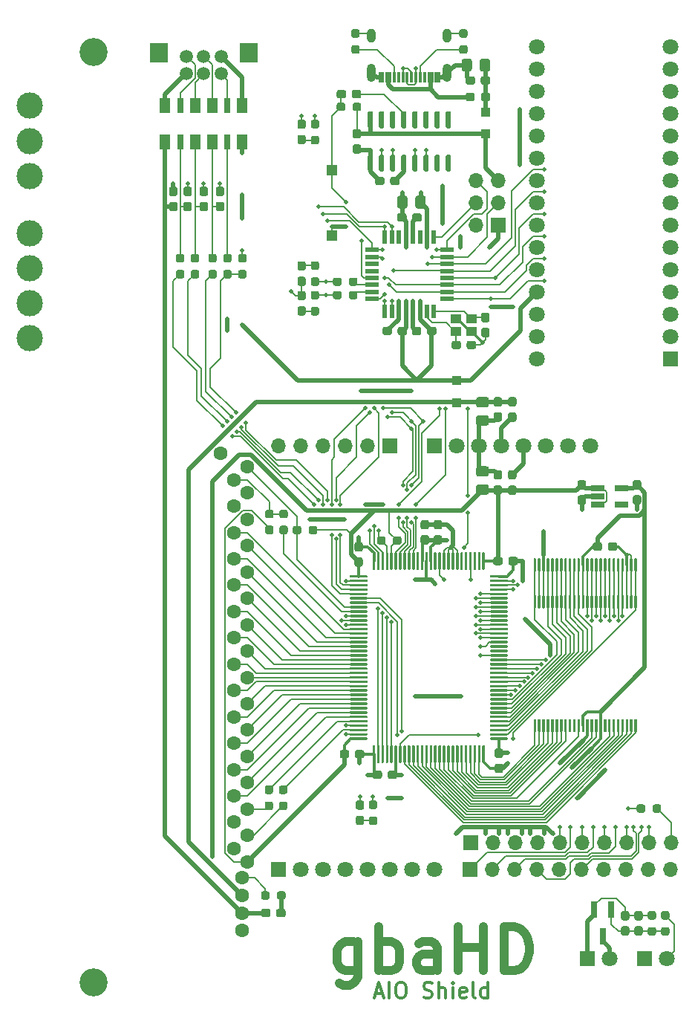
<source format=gbr>
%TF.GenerationSoftware,KiCad,Pcbnew,(5.1.10)-1*%
%TF.CreationDate,2022-01-12T10:37:10-08:00*%
%TF.ProjectId,gbaHD-AIO-Shield,67626148-442d-4414-994f-2d536869656c,rev?*%
%TF.SameCoordinates,Original*%
%TF.FileFunction,Copper,L1,Top*%
%TF.FilePolarity,Positive*%
%FSLAX46Y46*%
G04 Gerber Fmt 4.6, Leading zero omitted, Abs format (unit mm)*
G04 Created by KiCad (PCBNEW (5.1.10)-1) date 2022-01-12 10:37:10*
%MOMM*%
%LPD*%
G01*
G04 APERTURE LIST*
%TA.AperFunction,NonConductor*%
%ADD10C,0.350000*%
%TD*%
%TA.AperFunction,NonConductor*%
%ADD11C,1.000000*%
%TD*%
%TA.AperFunction,ComponentPad*%
%ADD12C,3.000000*%
%TD*%
%TA.AperFunction,WasherPad*%
%ADD13C,3.200000*%
%TD*%
%TA.AperFunction,ComponentPad*%
%ADD14R,1.800000X1.800000*%
%TD*%
%TA.AperFunction,ComponentPad*%
%ADD15C,1.800000*%
%TD*%
%TA.AperFunction,SMDPad,CuDef*%
%ADD16R,1.150000X1.000000*%
%TD*%
%TA.AperFunction,SMDPad,CuDef*%
%ADD17R,0.800000X1.900000*%
%TD*%
%TA.AperFunction,ComponentPad*%
%ADD18O,1.700000X1.700000*%
%TD*%
%TA.AperFunction,ComponentPad*%
%ADD19R,1.700000X1.700000*%
%TD*%
%TA.AperFunction,SMDPad,CuDef*%
%ADD20R,1.560000X0.650000*%
%TD*%
%TA.AperFunction,SMDPad,CuDef*%
%ADD21R,1.200000X1.800000*%
%TD*%
%TA.AperFunction,SMDPad,CuDef*%
%ADD22R,0.800000X1.800000*%
%TD*%
%TA.AperFunction,SMDPad,CuDef*%
%ADD23R,1.600000X0.550000*%
%TD*%
%TA.AperFunction,SMDPad,CuDef*%
%ADD24R,0.550000X1.600000*%
%TD*%
%TA.AperFunction,SMDPad,CuDef*%
%ADD25R,1.200000X1.200000*%
%TD*%
%TA.AperFunction,ComponentPad*%
%ADD26C,1.600000*%
%TD*%
%TA.AperFunction,ComponentPad*%
%ADD27C,0.100000*%
%TD*%
%TA.AperFunction,ComponentPad*%
%ADD28C,1.500000*%
%TD*%
%TA.AperFunction,SMDPad,CuDef*%
%ADD29R,0.300000X1.150000*%
%TD*%
%TA.AperFunction,ComponentPad*%
%ADD30O,1.000000X1.600000*%
%TD*%
%TA.AperFunction,ComponentPad*%
%ADD31O,1.000000X2.100000*%
%TD*%
%TA.AperFunction,SMDPad,CuDef*%
%ADD32R,1.000000X1.000000*%
%TD*%
%TA.AperFunction,ViaPad*%
%ADD33C,0.508000*%
%TD*%
%TA.AperFunction,Conductor*%
%ADD34C,0.152400*%
%TD*%
%TA.AperFunction,Conductor*%
%ADD35C,0.508000*%
%TD*%
%TA.AperFunction,Conductor*%
%ADD36C,0.300000*%
%TD*%
%TA.AperFunction,Conductor*%
%ADD37C,0.250000*%
%TD*%
G04 APERTURE END LIST*
D10*
X23866666Y-195590476D02*
X24700000Y-195590476D01*
X23700000Y-196090476D02*
X24283333Y-194340476D01*
X24866666Y-196090476D01*
X25450000Y-196090476D02*
X25450000Y-194340476D01*
X26616666Y-194340476D02*
X26950000Y-194340476D01*
X27116666Y-194423810D01*
X27283333Y-194590476D01*
X27366666Y-194923810D01*
X27366666Y-195507143D01*
X27283333Y-195840476D01*
X27116666Y-196007143D01*
X26950000Y-196090476D01*
X26616666Y-196090476D01*
X26450000Y-196007143D01*
X26283333Y-195840476D01*
X26200000Y-195507143D01*
X26200000Y-194923810D01*
X26283333Y-194590476D01*
X26450000Y-194423810D01*
X26616666Y-194340476D01*
X29366666Y-196007143D02*
X29616666Y-196090476D01*
X30033333Y-196090476D01*
X30200000Y-196007143D01*
X30283333Y-195923810D01*
X30366666Y-195757143D01*
X30366666Y-195590476D01*
X30283333Y-195423810D01*
X30200000Y-195340476D01*
X30033333Y-195257143D01*
X29700000Y-195173810D01*
X29533333Y-195090476D01*
X29450000Y-195007143D01*
X29366666Y-194840476D01*
X29366666Y-194673810D01*
X29450000Y-194507143D01*
X29533333Y-194423810D01*
X29700000Y-194340476D01*
X30116666Y-194340476D01*
X30366666Y-194423810D01*
X31116666Y-196090476D02*
X31116666Y-194340476D01*
X31866666Y-196090476D02*
X31866666Y-195173810D01*
X31783333Y-195007143D01*
X31616666Y-194923810D01*
X31366666Y-194923810D01*
X31200000Y-195007143D01*
X31116666Y-195090476D01*
X32700000Y-196090476D02*
X32700000Y-194923810D01*
X32700000Y-194340476D02*
X32616666Y-194423810D01*
X32700000Y-194507143D01*
X32783333Y-194423810D01*
X32700000Y-194340476D01*
X32700000Y-194507143D01*
X34200000Y-196007143D02*
X34033333Y-196090476D01*
X33700000Y-196090476D01*
X33533333Y-196007143D01*
X33450000Y-195840476D01*
X33450000Y-195173810D01*
X33533333Y-195007143D01*
X33700000Y-194923810D01*
X34033333Y-194923810D01*
X34200000Y-195007143D01*
X34283333Y-195173810D01*
X34283333Y-195340476D01*
X33450000Y-195507143D01*
X35283333Y-196090476D02*
X35116666Y-196007143D01*
X35033333Y-195840476D01*
X35033333Y-194340476D01*
X36700000Y-196090476D02*
X36700000Y-194340476D01*
X36700000Y-196007143D02*
X36533333Y-196090476D01*
X36200000Y-196090476D01*
X36033333Y-196007143D01*
X35950000Y-195923810D01*
X35866666Y-195757143D01*
X35866666Y-195257143D01*
X35950000Y-195090476D01*
X36033333Y-195007143D01*
X36200000Y-194923810D01*
X36533333Y-194923810D01*
X36700000Y-195007143D01*
D11*
X21878571Y-189652381D02*
X21878571Y-193700000D01*
X21640476Y-194176190D01*
X21402380Y-194414286D01*
X20926190Y-194652381D01*
X20211904Y-194652381D01*
X19735714Y-194414286D01*
X21878571Y-192747619D02*
X21402380Y-192985714D01*
X20450000Y-192985714D01*
X19973809Y-192747619D01*
X19735714Y-192509524D01*
X19497619Y-192033333D01*
X19497619Y-190604762D01*
X19735714Y-190128571D01*
X19973809Y-189890476D01*
X20450000Y-189652381D01*
X21402380Y-189652381D01*
X21878571Y-189890476D01*
X24259523Y-192985714D02*
X24259523Y-187985714D01*
X24259523Y-189890476D02*
X24735714Y-189652381D01*
X25688095Y-189652381D01*
X26164285Y-189890476D01*
X26402380Y-190128571D01*
X26640476Y-190604762D01*
X26640476Y-192033333D01*
X26402380Y-192509524D01*
X26164285Y-192747619D01*
X25688095Y-192985714D01*
X24735714Y-192985714D01*
X24259523Y-192747619D01*
X30926190Y-192985714D02*
X30926190Y-190366667D01*
X30688095Y-189890476D01*
X30211904Y-189652381D01*
X29259523Y-189652381D01*
X28783333Y-189890476D01*
X30926190Y-192747619D02*
X30450000Y-192985714D01*
X29259523Y-192985714D01*
X28783333Y-192747619D01*
X28545238Y-192271429D01*
X28545238Y-191795238D01*
X28783333Y-191319048D01*
X29259523Y-191080952D01*
X30450000Y-191080952D01*
X30926190Y-190842857D01*
X33307142Y-192985714D02*
X33307142Y-187985714D01*
X33307142Y-190366667D02*
X36164285Y-190366667D01*
X36164285Y-192985714D02*
X36164285Y-187985714D01*
X38545238Y-192985714D02*
X38545238Y-187985714D01*
X39735714Y-187985714D01*
X40450000Y-188223810D01*
X40926190Y-188700000D01*
X41164285Y-189176190D01*
X41402380Y-190128571D01*
X41402380Y-190842857D01*
X41164285Y-191795238D01*
X40926190Y-192271429D01*
X40450000Y-192747619D01*
X39735714Y-192985714D01*
X38545238Y-192985714D01*
D12*
%TO.P,P3,7*%
%TO.N,GND*%
X-15550000Y-94423810D03*
%TO.P,P3,6*%
%TO.N,Net-(P3-Pad6)*%
X-15550000Y-98423810D03*
%TO.P,P3,5*%
%TO.N,Net-(P3-Pad5)*%
X-15550000Y-102423810D03*
%TO.P,P3,4*%
%TO.N,A2_SNES_DATA*%
X-15550000Y-108923810D03*
%TO.P,P3,3*%
%TO.N,A0_SNES_LATCH*%
X-15550000Y-112923810D03*
%TO.P,P3,2*%
%TO.N,A1_SNES_CLK*%
X-15550000Y-116923810D03*
%TO.P,P3,1*%
%TO.N,+5VA*%
X-15550000Y-120923810D03*
%TD*%
D13*
%TO.P,REF\u002A\u002A,*%
%TO.N,*%
X-8275000Y-88298810D03*
%TD*%
%TO.P,REF\u002A\u002A,*%
%TO.N,*%
X-8275000Y-194298810D03*
%TD*%
D14*
%TO.P,A1,1*%
%TO.N,Net-(A1-Pad1)*%
X57521000Y-123283810D03*
D15*
%TO.P,A1,17*%
%TO.N,Net-(A1-Pad17)*%
X42281000Y-90263810D03*
%TO.P,A1,2*%
%TO.N,Net-(A1-Pad2)*%
X57521000Y-120743810D03*
%TO.P,A1,18*%
%TO.N,Net-(A1-Pad18)*%
X42281000Y-92803810D03*
%TO.P,A1,3*%
%TO.N,Net-(A1-Pad3)*%
X57521000Y-118203810D03*
%TO.P,A1,19*%
%TO.N,A0_SNES_LATCH*%
X42281000Y-95343810D03*
%TO.P,A1,4*%
%TO.N,GND*%
X57521000Y-115663810D03*
%TO.P,A1,20*%
%TO.N,A1_SNES_CLK*%
X42281000Y-97883810D03*
%TO.P,A1,5*%
%TO.N,D2_TP6*%
X57521000Y-113123810D03*
%TO.P,A1,21*%
%TO.N,A2_SNES_DATA*%
X42281000Y-100423810D03*
%TO.P,A1,6*%
%TO.N,D3_TP7*%
X57521000Y-110583810D03*
%TO.P,A1,22*%
%TO.N,A3_ARD4*%
X42281000Y-102963810D03*
%TO.P,A1,7*%
%TO.N,D4_TP5*%
X57521000Y-108043810D03*
%TO.P,A1,23*%
%TO.N,Net-(A1-Pad23)*%
X42281000Y-105503810D03*
%TO.P,A1,8*%
%TO.N,D5_TP4*%
X57521000Y-105503810D03*
%TO.P,A1,24*%
%TO.N,Net-(A1-Pad24)*%
X42281000Y-108043810D03*
%TO.P,A1,9*%
%TO.N,D6_TP0*%
X57521000Y-102963810D03*
%TO.P,A1,25*%
%TO.N,Net-(A1-Pad25)*%
X42281000Y-110583810D03*
%TO.P,A1,10*%
%TO.N,D7_TP1*%
X57521000Y-100423810D03*
%TO.P,A1,26*%
%TO.N,Net-(A1-Pad26)*%
X42281000Y-113123810D03*
%TO.P,A1,11*%
%TO.N,D8_TP9*%
X57521000Y-97883810D03*
%TO.P,A1,27*%
%TO.N,+5VA*%
X42281000Y-115663810D03*
%TO.P,A1,12*%
%TO.N,D9_TP8*%
X57521000Y-95343810D03*
%TO.P,A1,28*%
%TO.N,Net-(A1-Pad28)*%
X42281000Y-118203810D03*
%TO.P,A1,13*%
%TO.N,D10_TP3*%
X57521000Y-92803810D03*
%TO.P,A1,29*%
%TO.N,GND*%
X42281000Y-120743810D03*
%TO.P,A1,14*%
%TO.N,D11_MOSI*%
X57521000Y-90263810D03*
%TO.P,A1,30*%
%TO.N,Net-(A1-Pad30)*%
X42281000Y-123283810D03*
%TO.P,A1,15*%
%TO.N,D12_GBA_~RESET*%
X57521000Y-87723810D03*
%TO.P,A1,16*%
%TO.N,Net-(A1-Pad16)*%
X42281000Y-87723810D03*
%TD*%
D16*
%TO.P,Y1,4*%
%TO.N,GND*%
X33075000Y-118713810D03*
%TO.P,Y1,3*%
%TO.N,uC_XTAL2*%
X34825000Y-118713810D03*
%TO.P,Y1,2*%
%TO.N,GND*%
X34825000Y-120113810D03*
%TO.P,Y1,1*%
%TO.N,uC_XTAL1*%
X33075000Y-120113810D03*
%TD*%
%TO.P,U5,16*%
%TO.N,+5VA*%
%TA.AperFunction,SMDPad,CuDef*%
G36*
G01*
X23455000Y-96988810D02*
X23155000Y-96988810D01*
G75*
G02*
X23005000Y-96838810I0J150000D01*
G01*
X23005000Y-95188810D01*
G75*
G02*
X23155000Y-95038810I150000J0D01*
G01*
X23455000Y-95038810D01*
G75*
G02*
X23605000Y-95188810I0J-150000D01*
G01*
X23605000Y-96838810D01*
G75*
G02*
X23455000Y-96988810I-150000J0D01*
G01*
G37*
%TD.AperFunction*%
%TO.P,U5,15*%
%TO.N,Net-(U5-Pad15)*%
%TA.AperFunction,SMDPad,CuDef*%
G36*
G01*
X24725000Y-96988810D02*
X24425000Y-96988810D01*
G75*
G02*
X24275000Y-96838810I0J150000D01*
G01*
X24275000Y-95188810D01*
G75*
G02*
X24425000Y-95038810I150000J0D01*
G01*
X24725000Y-95038810D01*
G75*
G02*
X24875000Y-95188810I0J-150000D01*
G01*
X24875000Y-96838810D01*
G75*
G02*
X24725000Y-96988810I-150000J0D01*
G01*
G37*
%TD.AperFunction*%
%TO.P,U5,14*%
%TO.N,Net-(U5-Pad14)*%
%TA.AperFunction,SMDPad,CuDef*%
G36*
G01*
X25995000Y-96988810D02*
X25695000Y-96988810D01*
G75*
G02*
X25545000Y-96838810I0J150000D01*
G01*
X25545000Y-95188810D01*
G75*
G02*
X25695000Y-95038810I150000J0D01*
G01*
X25995000Y-95038810D01*
G75*
G02*
X26145000Y-95188810I0J-150000D01*
G01*
X26145000Y-96838810D01*
G75*
G02*
X25995000Y-96988810I-150000J0D01*
G01*
G37*
%TD.AperFunction*%
%TO.P,U5,13*%
%TO.N,Net-(C32-Pad2)*%
%TA.AperFunction,SMDPad,CuDef*%
G36*
G01*
X27265000Y-96988810D02*
X26965000Y-96988810D01*
G75*
G02*
X26815000Y-96838810I0J150000D01*
G01*
X26815000Y-95188810D01*
G75*
G02*
X26965000Y-95038810I150000J0D01*
G01*
X27265000Y-95038810D01*
G75*
G02*
X27415000Y-95188810I0J-150000D01*
G01*
X27415000Y-96838810D01*
G75*
G02*
X27265000Y-96988810I-150000J0D01*
G01*
G37*
%TD.AperFunction*%
%TO.P,U5,12*%
%TO.N,Net-(U5-Pad12)*%
%TA.AperFunction,SMDPad,CuDef*%
G36*
G01*
X28535000Y-96988810D02*
X28235000Y-96988810D01*
G75*
G02*
X28085000Y-96838810I0J150000D01*
G01*
X28085000Y-95188810D01*
G75*
G02*
X28235000Y-95038810I150000J0D01*
G01*
X28535000Y-95038810D01*
G75*
G02*
X28685000Y-95188810I0J-150000D01*
G01*
X28685000Y-96838810D01*
G75*
G02*
X28535000Y-96988810I-150000J0D01*
G01*
G37*
%TD.AperFunction*%
%TO.P,U5,11*%
%TO.N,Net-(U5-Pad11)*%
%TA.AperFunction,SMDPad,CuDef*%
G36*
G01*
X29805000Y-96988810D02*
X29505000Y-96988810D01*
G75*
G02*
X29355000Y-96838810I0J150000D01*
G01*
X29355000Y-95188810D01*
G75*
G02*
X29505000Y-95038810I150000J0D01*
G01*
X29805000Y-95038810D01*
G75*
G02*
X29955000Y-95188810I0J-150000D01*
G01*
X29955000Y-96838810D01*
G75*
G02*
X29805000Y-96988810I-150000J0D01*
G01*
G37*
%TD.AperFunction*%
%TO.P,U5,10*%
%TO.N,Net-(U5-Pad10)*%
%TA.AperFunction,SMDPad,CuDef*%
G36*
G01*
X31075000Y-96988810D02*
X30775000Y-96988810D01*
G75*
G02*
X30625000Y-96838810I0J150000D01*
G01*
X30625000Y-95188810D01*
G75*
G02*
X30775000Y-95038810I150000J0D01*
G01*
X31075000Y-95038810D01*
G75*
G02*
X31225000Y-95188810I0J-150000D01*
G01*
X31225000Y-96838810D01*
G75*
G02*
X31075000Y-96988810I-150000J0D01*
G01*
G37*
%TD.AperFunction*%
%TO.P,U5,9*%
%TO.N,Net-(U5-Pad9)*%
%TA.AperFunction,SMDPad,CuDef*%
G36*
G01*
X32345000Y-96988810D02*
X32045000Y-96988810D01*
G75*
G02*
X31895000Y-96838810I0J150000D01*
G01*
X31895000Y-95188810D01*
G75*
G02*
X32045000Y-95038810I150000J0D01*
G01*
X32345000Y-95038810D01*
G75*
G02*
X32495000Y-95188810I0J-150000D01*
G01*
X32495000Y-96838810D01*
G75*
G02*
X32345000Y-96988810I-150000J0D01*
G01*
G37*
%TD.AperFunction*%
%TO.P,U5,8*%
%TO.N,Net-(U5-Pad8)*%
%TA.AperFunction,SMDPad,CuDef*%
G36*
G01*
X32345000Y-101938810D02*
X32045000Y-101938810D01*
G75*
G02*
X31895000Y-101788810I0J150000D01*
G01*
X31895000Y-100138810D01*
G75*
G02*
X32045000Y-99988810I150000J0D01*
G01*
X32345000Y-99988810D01*
G75*
G02*
X32495000Y-100138810I0J-150000D01*
G01*
X32495000Y-101788810D01*
G75*
G02*
X32345000Y-101938810I-150000J0D01*
G01*
G37*
%TD.AperFunction*%
%TO.P,U5,7*%
%TO.N,Net-(U5-Pad7)*%
%TA.AperFunction,SMDPad,CuDef*%
G36*
G01*
X31075000Y-101938810D02*
X30775000Y-101938810D01*
G75*
G02*
X30625000Y-101788810I0J150000D01*
G01*
X30625000Y-100138810D01*
G75*
G02*
X30775000Y-99988810I150000J0D01*
G01*
X31075000Y-99988810D01*
G75*
G02*
X31225000Y-100138810I0J-150000D01*
G01*
X31225000Y-101788810D01*
G75*
G02*
X31075000Y-101938810I-150000J0D01*
G01*
G37*
%TD.AperFunction*%
%TO.P,U5,6*%
%TO.N,USB_D-*%
%TA.AperFunction,SMDPad,CuDef*%
G36*
G01*
X29805000Y-101938810D02*
X29505000Y-101938810D01*
G75*
G02*
X29355000Y-101788810I0J150000D01*
G01*
X29355000Y-100138810D01*
G75*
G02*
X29505000Y-99988810I150000J0D01*
G01*
X29805000Y-99988810D01*
G75*
G02*
X29955000Y-100138810I0J-150000D01*
G01*
X29955000Y-101788810D01*
G75*
G02*
X29805000Y-101938810I-150000J0D01*
G01*
G37*
%TD.AperFunction*%
%TO.P,U5,5*%
%TO.N,USB_D+*%
%TA.AperFunction,SMDPad,CuDef*%
G36*
G01*
X28535000Y-101938810D02*
X28235000Y-101938810D01*
G75*
G02*
X28085000Y-101788810I0J150000D01*
G01*
X28085000Y-100138810D01*
G75*
G02*
X28235000Y-99988810I150000J0D01*
G01*
X28535000Y-99988810D01*
G75*
G02*
X28685000Y-100138810I0J-150000D01*
G01*
X28685000Y-101788810D01*
G75*
G02*
X28535000Y-101938810I-150000J0D01*
G01*
G37*
%TD.AperFunction*%
%TO.P,U5,4*%
%TO.N,Net-(C30-Pad2)*%
%TA.AperFunction,SMDPad,CuDef*%
G36*
G01*
X27265000Y-101938810D02*
X26965000Y-101938810D01*
G75*
G02*
X26815000Y-101788810I0J150000D01*
G01*
X26815000Y-100138810D01*
G75*
G02*
X26965000Y-99988810I150000J0D01*
G01*
X27265000Y-99988810D01*
G75*
G02*
X27415000Y-100138810I0J-150000D01*
G01*
X27415000Y-101788810D01*
G75*
G02*
X27265000Y-101938810I-150000J0D01*
G01*
G37*
%TD.AperFunction*%
%TO.P,U5,3*%
%TO.N,uC_Tx*%
%TA.AperFunction,SMDPad,CuDef*%
G36*
G01*
X25995000Y-101938810D02*
X25695000Y-101938810D01*
G75*
G02*
X25545000Y-101788810I0J150000D01*
G01*
X25545000Y-100138810D01*
G75*
G02*
X25695000Y-99988810I150000J0D01*
G01*
X25995000Y-99988810D01*
G75*
G02*
X26145000Y-100138810I0J-150000D01*
G01*
X26145000Y-101788810D01*
G75*
G02*
X25995000Y-101938810I-150000J0D01*
G01*
G37*
%TD.AperFunction*%
%TO.P,U5,2*%
%TO.N,uC_Rx*%
%TA.AperFunction,SMDPad,CuDef*%
G36*
G01*
X24725000Y-101938810D02*
X24425000Y-101938810D01*
G75*
G02*
X24275000Y-101788810I0J150000D01*
G01*
X24275000Y-100138810D01*
G75*
G02*
X24425000Y-99988810I150000J0D01*
G01*
X24725000Y-99988810D01*
G75*
G02*
X24875000Y-100138810I0J-150000D01*
G01*
X24875000Y-101788810D01*
G75*
G02*
X24725000Y-101938810I-150000J0D01*
G01*
G37*
%TD.AperFunction*%
%TO.P,U5,1*%
%TO.N,GND*%
%TA.AperFunction,SMDPad,CuDef*%
G36*
G01*
X23455000Y-101938810D02*
X23155000Y-101938810D01*
G75*
G02*
X23005000Y-101788810I0J150000D01*
G01*
X23005000Y-100138810D01*
G75*
G02*
X23155000Y-99988810I150000J0D01*
G01*
X23455000Y-99988810D01*
G75*
G02*
X23605000Y-100138810I0J-150000D01*
G01*
X23605000Y-101788810D01*
G75*
G02*
X23455000Y-101938810I-150000J0D01*
G01*
G37*
%TD.AperFunction*%
%TD*%
%TO.P,C29,2*%
%TO.N,SEA_USB_IN*%
%TA.AperFunction,SMDPad,CuDef*%
G36*
G01*
X54111500Y-187250310D02*
X53636500Y-187250310D01*
G75*
G02*
X53399000Y-187012810I0J237500D01*
G01*
X53399000Y-186412810D01*
G75*
G02*
X53636500Y-186175310I237500J0D01*
G01*
X54111500Y-186175310D01*
G75*
G02*
X54349000Y-186412810I0J-237500D01*
G01*
X54349000Y-187012810D01*
G75*
G02*
X54111500Y-187250310I-237500J0D01*
G01*
G37*
%TD.AperFunction*%
%TO.P,C29,1*%
%TO.N,Net-(C28-Pad1)*%
%TA.AperFunction,SMDPad,CuDef*%
G36*
G01*
X54111500Y-188975310D02*
X53636500Y-188975310D01*
G75*
G02*
X53399000Y-188737810I0J237500D01*
G01*
X53399000Y-188137810D01*
G75*
G02*
X53636500Y-187900310I237500J0D01*
G01*
X54111500Y-187900310D01*
G75*
G02*
X54349000Y-188137810I0J-237500D01*
G01*
X54349000Y-188737810D01*
G75*
G02*
X54111500Y-188975310I-237500J0D01*
G01*
G37*
%TD.AperFunction*%
%TD*%
%TO.P,R21,2*%
%TO.N,Net-(R21-Pad2)*%
%TA.AperFunction,SMDPad,CuDef*%
G36*
G01*
X57159500Y-187150310D02*
X56684500Y-187150310D01*
G75*
G02*
X56447000Y-186912810I0J237500D01*
G01*
X56447000Y-186412810D01*
G75*
G02*
X56684500Y-186175310I237500J0D01*
G01*
X57159500Y-186175310D01*
G75*
G02*
X57397000Y-186412810I0J-237500D01*
G01*
X57397000Y-186912810D01*
G75*
G02*
X57159500Y-187150310I-237500J0D01*
G01*
G37*
%TD.AperFunction*%
%TO.P,R21,1*%
%TO.N,Net-(C28-Pad1)*%
%TA.AperFunction,SMDPad,CuDef*%
G36*
G01*
X57159500Y-188975310D02*
X56684500Y-188975310D01*
G75*
G02*
X56447000Y-188737810I0J237500D01*
G01*
X56447000Y-188237810D01*
G75*
G02*
X56684500Y-188000310I237500J0D01*
G01*
X57159500Y-188000310D01*
G75*
G02*
X57397000Y-188237810I0J-237500D01*
G01*
X57397000Y-188737810D01*
G75*
G02*
X57159500Y-188975310I-237500J0D01*
G01*
G37*
%TD.AperFunction*%
%TD*%
%TO.P,R20,2*%
%TO.N,Net-(C28-Pad1)*%
%TA.AperFunction,SMDPad,CuDef*%
G36*
G01*
X55160499Y-188000310D02*
X55635499Y-188000310D01*
G75*
G02*
X55872999Y-188237810I0J-237500D01*
G01*
X55872999Y-188737810D01*
G75*
G02*
X55635499Y-188975310I-237500J0D01*
G01*
X55160499Y-188975310D01*
G75*
G02*
X54922999Y-188737810I0J237500D01*
G01*
X54922999Y-188237810D01*
G75*
G02*
X55160499Y-188000310I237500J0D01*
G01*
G37*
%TD.AperFunction*%
%TO.P,R20,1*%
%TO.N,SEA_USB_IN*%
%TA.AperFunction,SMDPad,CuDef*%
G36*
G01*
X55160499Y-186175310D02*
X55635499Y-186175310D01*
G75*
G02*
X55872999Y-186412810I0J-237500D01*
G01*
X55872999Y-186912810D01*
G75*
G02*
X55635499Y-187150310I-237500J0D01*
G01*
X55160499Y-187150310D01*
G75*
G02*
X54922999Y-186912810I0J237500D01*
G01*
X54922999Y-186412810D01*
G75*
G02*
X55160499Y-186175310I237500J0D01*
G01*
G37*
%TD.AperFunction*%
%TD*%
%TO.P,C28,2*%
%TO.N,SEA_USB_IN*%
%TA.AperFunction,SMDPad,CuDef*%
G36*
G01*
X52587500Y-187250310D02*
X52112500Y-187250310D01*
G75*
G02*
X51875000Y-187012810I0J237500D01*
G01*
X51875000Y-186412810D01*
G75*
G02*
X52112500Y-186175310I237500J0D01*
G01*
X52587500Y-186175310D01*
G75*
G02*
X52825000Y-186412810I0J-237500D01*
G01*
X52825000Y-187012810D01*
G75*
G02*
X52587500Y-187250310I-237500J0D01*
G01*
G37*
%TD.AperFunction*%
%TO.P,C28,1*%
%TO.N,Net-(C28-Pad1)*%
%TA.AperFunction,SMDPad,CuDef*%
G36*
G01*
X52587500Y-188975310D02*
X52112500Y-188975310D01*
G75*
G02*
X51875000Y-188737810I0J237500D01*
G01*
X51875000Y-188137810D01*
G75*
G02*
X52112500Y-187900310I237500J0D01*
G01*
X52587500Y-187900310D01*
G75*
G02*
X52825000Y-188137810I0J-237500D01*
G01*
X52825000Y-188737810D01*
G75*
G02*
X52587500Y-188975310I-237500J0D01*
G01*
G37*
%TD.AperFunction*%
%TD*%
D17*
%TO.P,Q1,1*%
%TO.N,Net-(C28-Pad1)*%
X50735000Y-186048810D03*
%TO.P,Q1,2*%
%TO.N,SEA_USB_IN*%
X48835000Y-186048810D03*
%TO.P,Q1,3*%
%TO.N,SEA_5V*%
X49785000Y-189048810D03*
%TD*%
D18*
%TO.P,J2,6*%
%TO.N,D12_GBA_~RESET*%
X35360000Y-102958810D03*
%TO.P,J2,5*%
%TO.N,+5VA*%
X37900000Y-102958810D03*
%TO.P,J2,4*%
%TO.N,D13_SCK*%
X35360000Y-105498810D03*
%TO.P,J2,3*%
%TO.N,D11_MOSI*%
X37900000Y-105498810D03*
%TO.P,J2,2*%
%TO.N,uC_~RESET*%
X35360000Y-108038810D03*
D19*
%TO.P,J2,1*%
%TO.N,GND*%
X37900000Y-108043810D03*
%TD*%
D15*
%TO.P,S1,23*%
%TO.N,+5V_IN*%
X38225000Y-133163810D03*
%TO.P,S1,19*%
%TO.N,Net-(S1-Pad19)*%
X48385000Y-133163810D03*
%TO.P,S1,22*%
%TO.N,+3V3_IN*%
X40765000Y-133163810D03*
D14*
%TO.P,S1,26*%
%TO.N,Net-(S1-Pad26)*%
X30605000Y-133163810D03*
D15*
%TO.P,S1,25*%
%TO.N,GND*%
X33145000Y-133163810D03*
%TO.P,S1,21*%
%TO.N,Net-(S1-Pad21)*%
X43305000Y-133163810D03*
%TO.P,S1,24*%
%TO.N,GND*%
X35685000Y-133163810D03*
%TO.P,S1,20*%
%TO.N,Net-(S1-Pad20)*%
X45845000Y-133163810D03*
D18*
%TO.P,S1,28*%
%TO.N,Net-(S1-Pad28)*%
X22985000Y-133163810D03*
%TO.P,S1,30*%
%TO.N,Net-(S1-Pad30)*%
X17905000Y-133163810D03*
%TO.P,S1,32*%
%TO.N,Net-(S1-Pad32)*%
X12825000Y-133163810D03*
D19*
%TO.P,S1,27*%
%TO.N,Net-(S1-Pad27)*%
X25525000Y-133163810D03*
D18*
%TO.P,S1,31*%
%TO.N,Net-(S1-Pad31)*%
X15365000Y-133163810D03*
%TO.P,S1,29*%
%TO.N,Net-(S1-Pad29)*%
X20445000Y-133163810D03*
%TO.P,S1,16*%
%TO.N,Net-(S1-Pad16)*%
X52441000Y-181423810D03*
D19*
%TO.P,S1,9*%
%TO.N,LDG3_ARD8*%
X34661000Y-181423810D03*
D18*
%TO.P,S1,13*%
%TO.N,Net-(S1-Pad13)*%
X44821000Y-181423810D03*
%TO.P,S1,15*%
%TO.N,GND*%
X49901000Y-181423810D03*
%TO.P,S1,14*%
%TO.N,LDR5_ARD13*%
X47361000Y-181423810D03*
%TO.P,S1,12*%
%TO.N,LDR4_ARD11*%
X42281000Y-181423810D03*
%TO.P,S1,11*%
%TO.N,LDR2_ARD10*%
X39741000Y-181423810D03*
%TO.P,S1,10*%
%TO.N,LDG5_ARD9*%
X37201000Y-181423810D03*
%TO.P,S1,18*%
%TO.N,Net-(S1-Pad18)*%
X57521000Y-181423810D03*
%TO.P,S1,17*%
%TO.N,Net-(S1-Pad17)*%
X54981000Y-181423810D03*
D15*
%TO.P,S1,5*%
%TO.N,A3_ARD4*%
X22985000Y-181423810D03*
%TO.P,S1,8*%
%TO.N,LDG1_ARD7*%
X30605000Y-181423810D03*
%TO.P,S1,3*%
%TO.N,SO1_ARD2*%
X17905000Y-181423810D03*
%TO.P,S1,6*%
%TO.N,LDB2_ARD5*%
X25525000Y-181423810D03*
D14*
%TO.P,S1,1*%
%TO.N,Net-(S1-Pad1)*%
X12825000Y-181423810D03*
D15*
%TO.P,S1,7*%
%TO.N,LDB4_ARD6*%
X28065000Y-181423810D03*
%TO.P,S1,4*%
%TO.N,SO2_ARD3*%
X20445000Y-181423810D03*
%TO.P,S1,2*%
%TO.N,Net-(S1-Pad2)*%
X15365000Y-181423810D03*
D18*
%TO.P,S1,IO8*%
%TO.N,CK1_IO8*%
X55021000Y-178383810D03*
%TO.P,S1,IO2*%
%TO.N,LDB3_IO2*%
X39781000Y-178383810D03*
%TO.P,S1,IO6*%
%TO.N,LDR1_IO6*%
X49941000Y-178383810D03*
%TO.P,S1,IO9*%
%TO.N,DCK_IO9*%
X57561000Y-178383810D03*
%TO.P,S1,IO1*%
%TO.N,LDB1_IO1*%
X37241000Y-178383810D03*
%TO.P,S1,IO3*%
%TO.N,LDB5_IO3*%
X42321000Y-178383810D03*
%TO.P,S1,IO5*%
%TO.N,LDG4_IO5*%
X47401000Y-178383810D03*
%TO.P,S1,IO4*%
%TO.N,LDG2_IO4*%
X44861000Y-178383810D03*
D19*
%TO.P,S1,IO0*%
%TO.N,SPS_IO0*%
X34701000Y-178383810D03*
D18*
%TO.P,S1,IO7*%
%TO.N,LDR3_IO7*%
X52481000Y-178383810D03*
%TD*%
D20*
%TO.P,U3,5*%
%TO.N,+2V5*%
X51900000Y-137998810D03*
%TO.P,U3,4*%
%TO.N,Net-(U3-Pad4)*%
X51900000Y-139898810D03*
%TO.P,U3,3*%
%TO.N,+3V3*%
X49200000Y-139898810D03*
%TO.P,U3,2*%
%TO.N,GND*%
X49200000Y-138948810D03*
%TO.P,U3,1*%
%TO.N,+3V3*%
X49200000Y-137998810D03*
%TD*%
D15*
%TO.P,TP1,2*%
%TO.N,SEA_5V*%
X50571000Y-191623810D03*
D14*
%TO.P,TP1,1*%
%TO.N,SEA_USB_IN*%
X48031000Y-191623810D03*
%TD*%
D15*
%TO.P,SW2,2*%
%TO.N,Net-(R21-Pad2)*%
X57071000Y-191623810D03*
D14*
%TO.P,SW2,1*%
%TO.N,GND*%
X54531000Y-191623810D03*
%TD*%
D21*
%TO.P,EM2,6*%
%TO.N,Net-(EM2-Pad6)*%
X5300000Y-94423810D03*
D22*
%TO.P,EM2,5*%
%TO.N,Net-(EM2-Pad5)*%
X7000000Y-94423810D03*
D21*
%TO.P,EM2,4*%
%TO.N,Net-(EM2-Pad4)*%
X8700000Y-94423810D03*
%TO.P,EM2,3*%
%TO.N,GND*%
X8700000Y-98523810D03*
D22*
%TO.P,EM2,2*%
%TO.N,Net-(EM2-Pad2)*%
X7000000Y-98523810D03*
D21*
%TO.P,EM2,1*%
%TO.N,Net-(C2-Pad1)*%
X5300000Y-98523810D03*
%TD*%
D23*
%TO.P,U4,32*%
%TO.N,D2_TP6*%
X23500000Y-116438810D03*
%TO.P,U4,31*%
%TO.N,Net-(R25-Pad1)*%
X23500000Y-115638810D03*
%TO.P,U4,30*%
%TO.N,Net-(R23-Pad2)*%
X23500000Y-114838810D03*
%TO.P,U4,29*%
%TO.N,uC_~RESET*%
X23500000Y-114038810D03*
%TO.P,U4,28*%
%TO.N,Net-(U4-Pad28)*%
X23500000Y-113238810D03*
%TO.P,U4,27*%
%TO.N,Net-(U4-Pad27)*%
X23500000Y-112438810D03*
%TO.P,U4,26*%
%TO.N,A3_ARD4*%
X23500000Y-111638810D03*
%TO.P,U4,25*%
%TO.N,A2_SNES_DATA*%
X23500000Y-110838810D03*
D24*
%TO.P,U4,24*%
%TO.N,A1_SNES_CLK*%
X24950000Y-109388810D03*
%TO.P,U4,23*%
%TO.N,A0_SNES_LATCH*%
X25750000Y-109388810D03*
%TO.P,U4,22*%
%TO.N,Net-(U4-Pad22)*%
X26550000Y-109388810D03*
%TO.P,U4,21*%
%TO.N,GND*%
X27350000Y-109388810D03*
%TO.P,U4,20*%
%TO.N,Net-(C23-Pad2)*%
X28150000Y-109388810D03*
%TO.P,U4,19*%
%TO.N,Net-(U4-Pad19)*%
X28950000Y-109388810D03*
%TO.P,U4,18*%
%TO.N,+5VA*%
X29750000Y-109388810D03*
%TO.P,U4,17*%
%TO.N,D13_SCK*%
X30550000Y-109388810D03*
D23*
%TO.P,U4,16*%
%TO.N,D12_GBA_~RESET*%
X32000000Y-110838810D03*
%TO.P,U4,15*%
%TO.N,D11_MOSI*%
X32000000Y-111638810D03*
%TO.P,U4,14*%
%TO.N,D10_TP3*%
X32000000Y-112438810D03*
%TO.P,U4,13*%
%TO.N,D9_TP8*%
X32000000Y-113238810D03*
%TO.P,U4,12*%
%TO.N,D8_TP9*%
X32000000Y-114038810D03*
%TO.P,U4,11*%
%TO.N,D7_TP1*%
X32000000Y-114838810D03*
%TO.P,U4,10*%
%TO.N,D6_TP0*%
X32000000Y-115638810D03*
%TO.P,U4,9*%
%TO.N,D5_TP4*%
X32000000Y-116438810D03*
D24*
%TO.P,U4,8*%
%TO.N,uC_XTAL2*%
X30550000Y-117888810D03*
%TO.P,U4,7*%
%TO.N,uC_XTAL1*%
X29750000Y-117888810D03*
%TO.P,U4,6*%
%TO.N,+5VA*%
X28950000Y-117888810D03*
%TO.P,U4,5*%
%TO.N,GND*%
X28150000Y-117888810D03*
%TO.P,U4,4*%
%TO.N,+5VA*%
X27350000Y-117888810D03*
%TO.P,U4,3*%
%TO.N,GND*%
X26550000Y-117888810D03*
%TO.P,U4,2*%
%TO.N,D4_TP5*%
X25750000Y-117888810D03*
%TO.P,U4,1*%
%TO.N,D3_TP7*%
X24950000Y-117888810D03*
%TD*%
%TO.P,U2,37*%
%TO.N,+2V5*%
%TA.AperFunction,SMDPad,CuDef*%
G36*
G01*
X47625000Y-151698810D02*
X47475000Y-151698810D01*
G75*
G02*
X47400000Y-151623810I0J75000D01*
G01*
X47400000Y-150273810D01*
G75*
G02*
X47475000Y-150198810I75000J0D01*
G01*
X47625000Y-150198810D01*
G75*
G02*
X47700000Y-150273810I0J-75000D01*
G01*
X47700000Y-151623810D01*
G75*
G02*
X47625000Y-151698810I-75000J0D01*
G01*
G37*
%TD.AperFunction*%
%TO.P,U2,30*%
%TO.N,/MD8*%
%TA.AperFunction,SMDPad,CuDef*%
G36*
G01*
X51125000Y-151698810D02*
X50975000Y-151698810D01*
G75*
G02*
X50900000Y-151623810I0J75000D01*
G01*
X50900000Y-150273810D01*
G75*
G02*
X50975000Y-150198810I75000J0D01*
G01*
X51125000Y-150198810D01*
G75*
G02*
X51200000Y-150273810I0J-75000D01*
G01*
X51200000Y-151623810D01*
G75*
G02*
X51125000Y-151698810I-75000J0D01*
G01*
G37*
%TD.AperFunction*%
%TO.P,U2,28*%
%TO.N,Net-(U1-Pad83)*%
%TA.AperFunction,SMDPad,CuDef*%
G36*
G01*
X52125000Y-151698810D02*
X51975000Y-151698810D01*
G75*
G02*
X51900000Y-151623810I0J75000D01*
G01*
X51900000Y-150273810D01*
G75*
G02*
X51975000Y-150198810I75000J0D01*
G01*
X52125000Y-150198810D01*
G75*
G02*
X52200000Y-150273810I0J-75000D01*
G01*
X52200000Y-151623810D01*
G75*
G02*
X52125000Y-151698810I-75000J0D01*
G01*
G37*
%TD.AperFunction*%
%TO.P,U2,36*%
%TO.N,/MD11*%
%TA.AperFunction,SMDPad,CuDef*%
G36*
G01*
X48125000Y-151698810D02*
X47975000Y-151698810D01*
G75*
G02*
X47900000Y-151623810I0J75000D01*
G01*
X47900000Y-150273810D01*
G75*
G02*
X47975000Y-150198810I75000J0D01*
G01*
X48125000Y-150198810D01*
G75*
G02*
X48200000Y-150273810I0J-75000D01*
G01*
X48200000Y-151623810D01*
G75*
G02*
X48125000Y-151698810I-75000J0D01*
G01*
G37*
%TD.AperFunction*%
%TO.P,U2,44*%
%TO.N,/MD7*%
%TA.AperFunction,SMDPad,CuDef*%
G36*
G01*
X44125000Y-151698810D02*
X43975000Y-151698810D01*
G75*
G02*
X43900000Y-151623810I0J75000D01*
G01*
X43900000Y-150273810D01*
G75*
G02*
X43975000Y-150198810I75000J0D01*
G01*
X44125000Y-150198810D01*
G75*
G02*
X44200000Y-150273810I0J-75000D01*
G01*
X44200000Y-151623810D01*
G75*
G02*
X44125000Y-151698810I-75000J0D01*
G01*
G37*
%TD.AperFunction*%
%TO.P,U2,35*%
%TO.N,/MD3*%
%TA.AperFunction,SMDPad,CuDef*%
G36*
G01*
X48625000Y-151698810D02*
X48475000Y-151698810D01*
G75*
G02*
X48400000Y-151623810I0J75000D01*
G01*
X48400000Y-150273810D01*
G75*
G02*
X48475000Y-150198810I75000J0D01*
G01*
X48625000Y-150198810D01*
G75*
G02*
X48700000Y-150273810I0J-75000D01*
G01*
X48700000Y-151623810D01*
G75*
G02*
X48625000Y-151698810I-75000J0D01*
G01*
G37*
%TD.AperFunction*%
%TO.P,U2,31*%
%TO.N,/MD1*%
%TA.AperFunction,SMDPad,CuDef*%
G36*
G01*
X50625000Y-151698810D02*
X50475000Y-151698810D01*
G75*
G02*
X50400000Y-151623810I0J75000D01*
G01*
X50400000Y-150273810D01*
G75*
G02*
X50475000Y-150198810I75000J0D01*
G01*
X50625000Y-150198810D01*
G75*
G02*
X50700000Y-150273810I0J-75000D01*
G01*
X50700000Y-151623810D01*
G75*
G02*
X50625000Y-151698810I-75000J0D01*
G01*
G37*
%TD.AperFunction*%
%TO.P,U2,38*%
%TO.N,/MD4*%
%TA.AperFunction,SMDPad,CuDef*%
G36*
G01*
X47125000Y-151698810D02*
X46975000Y-151698810D01*
G75*
G02*
X46900000Y-151623810I0J75000D01*
G01*
X46900000Y-150273810D01*
G75*
G02*
X46975000Y-150198810I75000J0D01*
G01*
X47125000Y-150198810D01*
G75*
G02*
X47200000Y-150273810I0J-75000D01*
G01*
X47200000Y-151623810D01*
G75*
G02*
X47125000Y-151698810I-75000J0D01*
G01*
G37*
%TD.AperFunction*%
%TO.P,U2,40*%
%TO.N,/MD5*%
%TA.AperFunction,SMDPad,CuDef*%
G36*
G01*
X46125000Y-151698810D02*
X45975000Y-151698810D01*
G75*
G02*
X45900000Y-151623810I0J75000D01*
G01*
X45900000Y-150273810D01*
G75*
G02*
X45975000Y-150198810I75000J0D01*
G01*
X46125000Y-150198810D01*
G75*
G02*
X46200000Y-150273810I0J-75000D01*
G01*
X46200000Y-151623810D01*
G75*
G02*
X46125000Y-151698810I-75000J0D01*
G01*
G37*
%TD.AperFunction*%
%TO.P,U2,46*%
%TO.N,GND*%
%TA.AperFunction,SMDPad,CuDef*%
G36*
G01*
X43125000Y-151698810D02*
X42975000Y-151698810D01*
G75*
G02*
X42900000Y-151623810I0J75000D01*
G01*
X42900000Y-150273810D01*
G75*
G02*
X42975000Y-150198810I75000J0D01*
G01*
X43125000Y-150198810D01*
G75*
G02*
X43200000Y-150273810I0J-75000D01*
G01*
X43200000Y-151623810D01*
G75*
G02*
X43125000Y-151698810I-75000J0D01*
G01*
G37*
%TD.AperFunction*%
%TO.P,U2,48*%
%TO.N,Net-(U1-Pad74)*%
%TA.AperFunction,SMDPad,CuDef*%
G36*
G01*
X42125000Y-151698810D02*
X41975000Y-151698810D01*
G75*
G02*
X41900000Y-151623810I0J75000D01*
G01*
X41900000Y-150273810D01*
G75*
G02*
X41975000Y-150198810I75000J0D01*
G01*
X42125000Y-150198810D01*
G75*
G02*
X42200000Y-150273810I0J-75000D01*
G01*
X42200000Y-151623810D01*
G75*
G02*
X42125000Y-151698810I-75000J0D01*
G01*
G37*
%TD.AperFunction*%
%TO.P,U2,27*%
%TO.N,GND*%
%TA.AperFunction,SMDPad,CuDef*%
G36*
G01*
X52625000Y-151698810D02*
X52475000Y-151698810D01*
G75*
G02*
X52400000Y-151623810I0J75000D01*
G01*
X52400000Y-150273810D01*
G75*
G02*
X52475000Y-150198810I75000J0D01*
G01*
X52625000Y-150198810D01*
G75*
G02*
X52700000Y-150273810I0J-75000D01*
G01*
X52700000Y-151623810D01*
G75*
G02*
X52625000Y-151698810I-75000J0D01*
G01*
G37*
%TD.AperFunction*%
%TO.P,U2,29*%
%TO.N,/MD0*%
%TA.AperFunction,SMDPad,CuDef*%
G36*
G01*
X51625000Y-151698810D02*
X51475000Y-151698810D01*
G75*
G02*
X51400000Y-151623810I0J75000D01*
G01*
X51400000Y-150273810D01*
G75*
G02*
X51475000Y-150198810I75000J0D01*
G01*
X51625000Y-150198810D01*
G75*
G02*
X51700000Y-150273810I0J-75000D01*
G01*
X51700000Y-151623810D01*
G75*
G02*
X51625000Y-151698810I-75000J0D01*
G01*
G37*
%TD.AperFunction*%
%TO.P,U2,32*%
%TO.N,/MD9*%
%TA.AperFunction,SMDPad,CuDef*%
G36*
G01*
X50125000Y-151698810D02*
X49975000Y-151698810D01*
G75*
G02*
X49900000Y-151623810I0J75000D01*
G01*
X49900000Y-150273810D01*
G75*
G02*
X49975000Y-150198810I75000J0D01*
G01*
X50125000Y-150198810D01*
G75*
G02*
X50200000Y-150273810I0J-75000D01*
G01*
X50200000Y-151623810D01*
G75*
G02*
X50125000Y-151698810I-75000J0D01*
G01*
G37*
%TD.AperFunction*%
%TO.P,U2,34*%
%TO.N,/MD10*%
%TA.AperFunction,SMDPad,CuDef*%
G36*
G01*
X49125000Y-151698810D02*
X48975000Y-151698810D01*
G75*
G02*
X48900000Y-151623810I0J75000D01*
G01*
X48900000Y-150273810D01*
G75*
G02*
X48975000Y-150198810I75000J0D01*
G01*
X49125000Y-150198810D01*
G75*
G02*
X49200000Y-150273810I0J-75000D01*
G01*
X49200000Y-151623810D01*
G75*
G02*
X49125000Y-151698810I-75000J0D01*
G01*
G37*
%TD.AperFunction*%
%TO.P,U2,42*%
%TO.N,/MD6*%
%TA.AperFunction,SMDPad,CuDef*%
G36*
G01*
X45125000Y-151698810D02*
X44975000Y-151698810D01*
G75*
G02*
X44900000Y-151623810I0J75000D01*
G01*
X44900000Y-150273810D01*
G75*
G02*
X44975000Y-150198810I75000J0D01*
G01*
X45125000Y-150198810D01*
G75*
G02*
X45200000Y-150273810I0J-75000D01*
G01*
X45200000Y-151623810D01*
G75*
G02*
X45125000Y-151698810I-75000J0D01*
G01*
G37*
%TD.AperFunction*%
%TO.P,U2,33*%
%TO.N,/MD2*%
%TA.AperFunction,SMDPad,CuDef*%
G36*
G01*
X49625000Y-151698810D02*
X49475000Y-151698810D01*
G75*
G02*
X49400000Y-151623810I0J75000D01*
G01*
X49400000Y-150273810D01*
G75*
G02*
X49475000Y-150198810I75000J0D01*
G01*
X49625000Y-150198810D01*
G75*
G02*
X49700000Y-150273810I0J-75000D01*
G01*
X49700000Y-151623810D01*
G75*
G02*
X49625000Y-151698810I-75000J0D01*
G01*
G37*
%TD.AperFunction*%
%TO.P,U2,26*%
%TO.N,GND*%
%TA.AperFunction,SMDPad,CuDef*%
G36*
G01*
X53125000Y-151698810D02*
X52975000Y-151698810D01*
G75*
G02*
X52900000Y-151623810I0J75000D01*
G01*
X52900000Y-150273810D01*
G75*
G02*
X52975000Y-150198810I75000J0D01*
G01*
X53125000Y-150198810D01*
G75*
G02*
X53200000Y-150273810I0J-75000D01*
G01*
X53200000Y-151623810D01*
G75*
G02*
X53125000Y-151698810I-75000J0D01*
G01*
G37*
%TD.AperFunction*%
%TO.P,U2,39*%
%TO.N,/MD12*%
%TA.AperFunction,SMDPad,CuDef*%
G36*
G01*
X46625000Y-151698810D02*
X46475000Y-151698810D01*
G75*
G02*
X46400000Y-151623810I0J75000D01*
G01*
X46400000Y-150273810D01*
G75*
G02*
X46475000Y-150198810I75000J0D01*
G01*
X46625000Y-150198810D01*
G75*
G02*
X46700000Y-150273810I0J-75000D01*
G01*
X46700000Y-151623810D01*
G75*
G02*
X46625000Y-151698810I-75000J0D01*
G01*
G37*
%TD.AperFunction*%
%TO.P,U2,41*%
%TO.N,/MD13*%
%TA.AperFunction,SMDPad,CuDef*%
G36*
G01*
X45625000Y-151698810D02*
X45475000Y-151698810D01*
G75*
G02*
X45400000Y-151623810I0J75000D01*
G01*
X45400000Y-150273810D01*
G75*
G02*
X45475000Y-150198810I75000J0D01*
G01*
X45625000Y-150198810D01*
G75*
G02*
X45700000Y-150273810I0J-75000D01*
G01*
X45700000Y-151623810D01*
G75*
G02*
X45625000Y-151698810I-75000J0D01*
G01*
G37*
%TD.AperFunction*%
%TO.P,U2,47*%
%TO.N,Net-(U2-Pad47)*%
%TA.AperFunction,SMDPad,CuDef*%
G36*
G01*
X42625000Y-151698810D02*
X42475000Y-151698810D01*
G75*
G02*
X42400000Y-151623810I0J75000D01*
G01*
X42400000Y-150273810D01*
G75*
G02*
X42475000Y-150198810I75000J0D01*
G01*
X42625000Y-150198810D01*
G75*
G02*
X42700000Y-150273810I0J-75000D01*
G01*
X42700000Y-151623810D01*
G75*
G02*
X42625000Y-151698810I-75000J0D01*
G01*
G37*
%TD.AperFunction*%
%TO.P,U2,43*%
%TO.N,/MD14*%
%TA.AperFunction,SMDPad,CuDef*%
G36*
G01*
X44625000Y-151698810D02*
X44475000Y-151698810D01*
G75*
G02*
X44400000Y-151623810I0J75000D01*
G01*
X44400000Y-150273810D01*
G75*
G02*
X44475000Y-150198810I75000J0D01*
G01*
X44625000Y-150198810D01*
G75*
G02*
X44700000Y-150273810I0J-75000D01*
G01*
X44700000Y-151623810D01*
G75*
G02*
X44625000Y-151698810I-75000J0D01*
G01*
G37*
%TD.AperFunction*%
%TO.P,U2,25*%
%TO.N,Net-(U1-Pad45)*%
%TA.AperFunction,SMDPad,CuDef*%
G36*
G01*
X53625000Y-151698810D02*
X53475000Y-151698810D01*
G75*
G02*
X53400000Y-151623810I0J75000D01*
G01*
X53400000Y-150273810D01*
G75*
G02*
X53475000Y-150198810I75000J0D01*
G01*
X53625000Y-150198810D01*
G75*
G02*
X53700000Y-150273810I0J-75000D01*
G01*
X53700000Y-151623810D01*
G75*
G02*
X53625000Y-151698810I-75000J0D01*
G01*
G37*
%TD.AperFunction*%
%TO.P,U2,45*%
%TO.N,/MD15*%
%TA.AperFunction,SMDPad,CuDef*%
G36*
G01*
X43625000Y-151698810D02*
X43475000Y-151698810D01*
G75*
G02*
X43400000Y-151623810I0J75000D01*
G01*
X43400000Y-150273810D01*
G75*
G02*
X43475000Y-150198810I75000J0D01*
G01*
X43625000Y-150198810D01*
G75*
G02*
X43700000Y-150273810I0J-75000D01*
G01*
X43700000Y-151623810D01*
G75*
G02*
X43625000Y-151698810I-75000J0D01*
G01*
G37*
%TD.AperFunction*%
%TO.P,U2,39*%
%TO.N,/MD12*%
%TA.AperFunction,SMDPad,CuDef*%
G36*
G01*
X46625000Y-147498810D02*
X46475000Y-147498810D01*
G75*
G02*
X46400000Y-147423810I0J75000D01*
G01*
X46400000Y-146073810D01*
G75*
G02*
X46475000Y-145998810I75000J0D01*
G01*
X46625000Y-145998810D01*
G75*
G02*
X46700000Y-146073810I0J-75000D01*
G01*
X46700000Y-147423810D01*
G75*
G02*
X46625000Y-147498810I-75000J0D01*
G01*
G37*
%TD.AperFunction*%
%TO.P,U2,26*%
%TO.N,GND*%
%TA.AperFunction,SMDPad,CuDef*%
G36*
G01*
X53125000Y-147498810D02*
X52975000Y-147498810D01*
G75*
G02*
X52900000Y-147423810I0J75000D01*
G01*
X52900000Y-146073810D01*
G75*
G02*
X52975000Y-145998810I75000J0D01*
G01*
X53125000Y-145998810D01*
G75*
G02*
X53200000Y-146073810I0J-75000D01*
G01*
X53200000Y-147423810D01*
G75*
G02*
X53125000Y-147498810I-75000J0D01*
G01*
G37*
%TD.AperFunction*%
%TO.P,U2,17*%
%TO.N,Net-(U2-Pad17)*%
%TA.AperFunction,SMDPad,CuDef*%
G36*
G01*
X50125000Y-165798810D02*
X49975000Y-165798810D01*
G75*
G02*
X49900000Y-165723810I0J75000D01*
G01*
X49900000Y-164373810D01*
G75*
G02*
X49975000Y-164298810I75000J0D01*
G01*
X50125000Y-164298810D01*
G75*
G02*
X50200000Y-164373810I0J-75000D01*
G01*
X50200000Y-165723810D01*
G75*
G02*
X50125000Y-165798810I-75000J0D01*
G01*
G37*
%TD.AperFunction*%
%TO.P,U2,25*%
%TO.N,Net-(U1-Pad45)*%
%TA.AperFunction,SMDPad,CuDef*%
G36*
G01*
X53625000Y-147498810D02*
X53475000Y-147498810D01*
G75*
G02*
X53400000Y-147423810I0J75000D01*
G01*
X53400000Y-146073810D01*
G75*
G02*
X53475000Y-145998810I75000J0D01*
G01*
X53625000Y-145998810D01*
G75*
G02*
X53700000Y-146073810I0J-75000D01*
G01*
X53700000Y-147423810D01*
G75*
G02*
X53625000Y-147498810I-75000J0D01*
G01*
G37*
%TD.AperFunction*%
%TO.P,U2,11*%
%TO.N,Net-(U1-Pad55)*%
%TA.AperFunction,SMDPad,CuDef*%
G36*
G01*
X47125000Y-165798810D02*
X46975000Y-165798810D01*
G75*
G02*
X46900000Y-165723810I0J75000D01*
G01*
X46900000Y-164373810D01*
G75*
G02*
X46975000Y-164298810I75000J0D01*
G01*
X47125000Y-164298810D01*
G75*
G02*
X47200000Y-164373810I0J-75000D01*
G01*
X47200000Y-165723810D01*
G75*
G02*
X47125000Y-165798810I-75000J0D01*
G01*
G37*
%TD.AperFunction*%
%TO.P,U2,7*%
%TO.N,Net-(U1-Pad57)*%
%TA.AperFunction,SMDPad,CuDef*%
G36*
G01*
X45125000Y-165798810D02*
X44975000Y-165798810D01*
G75*
G02*
X44900000Y-165723810I0J75000D01*
G01*
X44900000Y-164373810D01*
G75*
G02*
X44975000Y-164298810I75000J0D01*
G01*
X45125000Y-164298810D01*
G75*
G02*
X45200000Y-164373810I0J-75000D01*
G01*
X45200000Y-165723810D01*
G75*
G02*
X45125000Y-165798810I-75000J0D01*
G01*
G37*
%TD.AperFunction*%
%TO.P,U2,6*%
%TO.N,Net-(U1-Pad58)*%
%TA.AperFunction,SMDPad,CuDef*%
G36*
G01*
X44625000Y-165798810D02*
X44475000Y-165798810D01*
G75*
G02*
X44400000Y-165723810I0J75000D01*
G01*
X44400000Y-164373810D01*
G75*
G02*
X44475000Y-164298810I75000J0D01*
G01*
X44625000Y-164298810D01*
G75*
G02*
X44700000Y-164373810I0J-75000D01*
G01*
X44700000Y-165723810D01*
G75*
G02*
X44625000Y-165798810I-75000J0D01*
G01*
G37*
%TD.AperFunction*%
%TO.P,U2,47*%
%TO.N,Net-(U2-Pad47)*%
%TA.AperFunction,SMDPad,CuDef*%
G36*
G01*
X42625000Y-147498810D02*
X42475000Y-147498810D01*
G75*
G02*
X42400000Y-147423810I0J75000D01*
G01*
X42400000Y-146073810D01*
G75*
G02*
X42475000Y-145998810I75000J0D01*
G01*
X42625000Y-145998810D01*
G75*
G02*
X42700000Y-146073810I0J-75000D01*
G01*
X42700000Y-147423810D01*
G75*
G02*
X42625000Y-147498810I-75000J0D01*
G01*
G37*
%TD.AperFunction*%
%TO.P,U2,45*%
%TO.N,/MD15*%
%TA.AperFunction,SMDPad,CuDef*%
G36*
G01*
X43625000Y-147498810D02*
X43475000Y-147498810D01*
G75*
G02*
X43400000Y-147423810I0J75000D01*
G01*
X43400000Y-146073810D01*
G75*
G02*
X43475000Y-145998810I75000J0D01*
G01*
X43625000Y-145998810D01*
G75*
G02*
X43700000Y-146073810I0J-75000D01*
G01*
X43700000Y-147423810D01*
G75*
G02*
X43625000Y-147498810I-75000J0D01*
G01*
G37*
%TD.AperFunction*%
%TO.P,U2,43*%
%TO.N,/MD14*%
%TA.AperFunction,SMDPad,CuDef*%
G36*
G01*
X44625000Y-147498810D02*
X44475000Y-147498810D01*
G75*
G02*
X44400000Y-147423810I0J75000D01*
G01*
X44400000Y-146073810D01*
G75*
G02*
X44475000Y-145998810I75000J0D01*
G01*
X44625000Y-145998810D01*
G75*
G02*
X44700000Y-146073810I0J-75000D01*
G01*
X44700000Y-147423810D01*
G75*
G02*
X44625000Y-147498810I-75000J0D01*
G01*
G37*
%TD.AperFunction*%
%TO.P,U2,41*%
%TO.N,/MD13*%
%TA.AperFunction,SMDPad,CuDef*%
G36*
G01*
X45625000Y-147498810D02*
X45475000Y-147498810D01*
G75*
G02*
X45400000Y-147423810I0J75000D01*
G01*
X45400000Y-146073810D01*
G75*
G02*
X45475000Y-145998810I75000J0D01*
G01*
X45625000Y-145998810D01*
G75*
G02*
X45700000Y-146073810I0J-75000D01*
G01*
X45700000Y-147423810D01*
G75*
G02*
X45625000Y-147498810I-75000J0D01*
G01*
G37*
%TD.AperFunction*%
%TO.P,U2,33*%
%TO.N,/MD2*%
%TA.AperFunction,SMDPad,CuDef*%
G36*
G01*
X49625000Y-147498810D02*
X49475000Y-147498810D01*
G75*
G02*
X49400000Y-147423810I0J75000D01*
G01*
X49400000Y-146073810D01*
G75*
G02*
X49475000Y-145998810I75000J0D01*
G01*
X49625000Y-145998810D01*
G75*
G02*
X49700000Y-146073810I0J-75000D01*
G01*
X49700000Y-147423810D01*
G75*
G02*
X49625000Y-147498810I-75000J0D01*
G01*
G37*
%TD.AperFunction*%
%TO.P,U2,2*%
%TO.N,Net-(U1-Pad62)*%
%TA.AperFunction,SMDPad,CuDef*%
G36*
G01*
X42625000Y-165798810D02*
X42475000Y-165798810D01*
G75*
G02*
X42400000Y-165723810I0J75000D01*
G01*
X42400000Y-164373810D01*
G75*
G02*
X42475000Y-164298810I75000J0D01*
G01*
X42625000Y-164298810D01*
G75*
G02*
X42700000Y-164373810I0J-75000D01*
G01*
X42700000Y-165723810D01*
G75*
G02*
X42625000Y-165798810I-75000J0D01*
G01*
G37*
%TD.AperFunction*%
%TO.P,U2,42*%
%TO.N,/MD6*%
%TA.AperFunction,SMDPad,CuDef*%
G36*
G01*
X45125000Y-147498810D02*
X44975000Y-147498810D01*
G75*
G02*
X44900000Y-147423810I0J75000D01*
G01*
X44900000Y-146073810D01*
G75*
G02*
X44975000Y-145998810I75000J0D01*
G01*
X45125000Y-145998810D01*
G75*
G02*
X45200000Y-146073810I0J-75000D01*
G01*
X45200000Y-147423810D01*
G75*
G02*
X45125000Y-147498810I-75000J0D01*
G01*
G37*
%TD.AperFunction*%
%TO.P,U2,21*%
%TO.N,Net-(U1-Pad49)*%
%TA.AperFunction,SMDPad,CuDef*%
G36*
G01*
X52125000Y-165798810D02*
X51975000Y-165798810D01*
G75*
G02*
X51900000Y-165723810I0J75000D01*
G01*
X51900000Y-164373810D01*
G75*
G02*
X51975000Y-164298810I75000J0D01*
G01*
X52125000Y-164298810D01*
G75*
G02*
X52200000Y-164373810I0J-75000D01*
G01*
X52200000Y-165723810D01*
G75*
G02*
X52125000Y-165798810I-75000J0D01*
G01*
G37*
%TD.AperFunction*%
%TO.P,U2,22*%
%TO.N,Net-(U1-Pad48)*%
%TA.AperFunction,SMDPad,CuDef*%
G36*
G01*
X52625000Y-165798810D02*
X52475000Y-165798810D01*
G75*
G02*
X52400000Y-165723810I0J75000D01*
G01*
X52400000Y-164373810D01*
G75*
G02*
X52475000Y-164298810I75000J0D01*
G01*
X52625000Y-164298810D01*
G75*
G02*
X52700000Y-164373810I0J-75000D01*
G01*
X52700000Y-165723810D01*
G75*
G02*
X52625000Y-165798810I-75000J0D01*
G01*
G37*
%TD.AperFunction*%
%TO.P,U2,32*%
%TO.N,/MD9*%
%TA.AperFunction,SMDPad,CuDef*%
G36*
G01*
X50125000Y-147498810D02*
X49975000Y-147498810D01*
G75*
G02*
X49900000Y-147423810I0J75000D01*
G01*
X49900000Y-146073810D01*
G75*
G02*
X49975000Y-145998810I75000J0D01*
G01*
X50125000Y-145998810D01*
G75*
G02*
X50200000Y-146073810I0J-75000D01*
G01*
X50200000Y-147423810D01*
G75*
G02*
X50125000Y-147498810I-75000J0D01*
G01*
G37*
%TD.AperFunction*%
%TO.P,U2,29*%
%TO.N,/MD0*%
%TA.AperFunction,SMDPad,CuDef*%
G36*
G01*
X51625000Y-147498810D02*
X51475000Y-147498810D01*
G75*
G02*
X51400000Y-147423810I0J75000D01*
G01*
X51400000Y-146073810D01*
G75*
G02*
X51475000Y-145998810I75000J0D01*
G01*
X51625000Y-145998810D01*
G75*
G02*
X51700000Y-146073810I0J-75000D01*
G01*
X51700000Y-147423810D01*
G75*
G02*
X51625000Y-147498810I-75000J0D01*
G01*
G37*
%TD.AperFunction*%
%TO.P,U2,27*%
%TO.N,GND*%
%TA.AperFunction,SMDPad,CuDef*%
G36*
G01*
X52625000Y-147498810D02*
X52475000Y-147498810D01*
G75*
G02*
X52400000Y-147423810I0J75000D01*
G01*
X52400000Y-146073810D01*
G75*
G02*
X52475000Y-145998810I75000J0D01*
G01*
X52625000Y-145998810D01*
G75*
G02*
X52700000Y-146073810I0J-75000D01*
G01*
X52700000Y-147423810D01*
G75*
G02*
X52625000Y-147498810I-75000J0D01*
G01*
G37*
%TD.AperFunction*%
%TO.P,U2,10*%
%TO.N,Net-(U2-Pad10)*%
%TA.AperFunction,SMDPad,CuDef*%
G36*
G01*
X46625000Y-165798810D02*
X46475000Y-165798810D01*
G75*
G02*
X46400000Y-165723810I0J75000D01*
G01*
X46400000Y-164373810D01*
G75*
G02*
X46475000Y-164298810I75000J0D01*
G01*
X46625000Y-164298810D01*
G75*
G02*
X46700000Y-164373810I0J-75000D01*
G01*
X46700000Y-165723810D01*
G75*
G02*
X46625000Y-165798810I-75000J0D01*
G01*
G37*
%TD.AperFunction*%
%TO.P,U2,23*%
%TO.N,Net-(U1-Pad47)*%
%TA.AperFunction,SMDPad,CuDef*%
G36*
G01*
X53125000Y-165798810D02*
X52975000Y-165798810D01*
G75*
G02*
X52900000Y-165723810I0J75000D01*
G01*
X52900000Y-164373810D01*
G75*
G02*
X52975000Y-164298810I75000J0D01*
G01*
X53125000Y-164298810D01*
G75*
G02*
X53200000Y-164373810I0J-75000D01*
G01*
X53200000Y-165723810D01*
G75*
G02*
X53125000Y-165798810I-75000J0D01*
G01*
G37*
%TD.AperFunction*%
%TO.P,U2,12*%
%TO.N,+2V5*%
%TA.AperFunction,SMDPad,CuDef*%
G36*
G01*
X47625000Y-165798810D02*
X47475000Y-165798810D01*
G75*
G02*
X47400000Y-165723810I0J75000D01*
G01*
X47400000Y-164373810D01*
G75*
G02*
X47475000Y-164298810I75000J0D01*
G01*
X47625000Y-164298810D01*
G75*
G02*
X47700000Y-164373810I0J-75000D01*
G01*
X47700000Y-165723810D01*
G75*
G02*
X47625000Y-165798810I-75000J0D01*
G01*
G37*
%TD.AperFunction*%
%TO.P,U2,3*%
%TO.N,Net-(U1-Pad61)*%
%TA.AperFunction,SMDPad,CuDef*%
G36*
G01*
X43125000Y-165798810D02*
X42975000Y-165798810D01*
G75*
G02*
X42900000Y-165723810I0J75000D01*
G01*
X42900000Y-164373810D01*
G75*
G02*
X42975000Y-164298810I75000J0D01*
G01*
X43125000Y-164298810D01*
G75*
G02*
X43200000Y-164373810I0J-75000D01*
G01*
X43200000Y-165723810D01*
G75*
G02*
X43125000Y-165798810I-75000J0D01*
G01*
G37*
%TD.AperFunction*%
%TO.P,U2,9*%
%TO.N,Net-(U2-Pad9)*%
%TA.AperFunction,SMDPad,CuDef*%
G36*
G01*
X46125000Y-165798810D02*
X45975000Y-165798810D01*
G75*
G02*
X45900000Y-165723810I0J75000D01*
G01*
X45900000Y-164373810D01*
G75*
G02*
X45975000Y-164298810I75000J0D01*
G01*
X46125000Y-164298810D01*
G75*
G02*
X46200000Y-164373810I0J-75000D01*
G01*
X46200000Y-165723810D01*
G75*
G02*
X46125000Y-165798810I-75000J0D01*
G01*
G37*
%TD.AperFunction*%
%TO.P,U2,36*%
%TO.N,/MD11*%
%TA.AperFunction,SMDPad,CuDef*%
G36*
G01*
X48125000Y-147498810D02*
X47975000Y-147498810D01*
G75*
G02*
X47900000Y-147423810I0J75000D01*
G01*
X47900000Y-146073810D01*
G75*
G02*
X47975000Y-145998810I75000J0D01*
G01*
X48125000Y-145998810D01*
G75*
G02*
X48200000Y-146073810I0J-75000D01*
G01*
X48200000Y-147423810D01*
G75*
G02*
X48125000Y-147498810I-75000J0D01*
G01*
G37*
%TD.AperFunction*%
%TO.P,U2,20*%
%TO.N,Net-(U1-Pad50)*%
%TA.AperFunction,SMDPad,CuDef*%
G36*
G01*
X51625000Y-165798810D02*
X51475000Y-165798810D01*
G75*
G02*
X51400000Y-165723810I0J75000D01*
G01*
X51400000Y-164373810D01*
G75*
G02*
X51475000Y-164298810I75000J0D01*
G01*
X51625000Y-164298810D01*
G75*
G02*
X51700000Y-164373810I0J-75000D01*
G01*
X51700000Y-165723810D01*
G75*
G02*
X51625000Y-165798810I-75000J0D01*
G01*
G37*
%TD.AperFunction*%
%TO.P,U2,48*%
%TO.N,Net-(U1-Pad74)*%
%TA.AperFunction,SMDPad,CuDef*%
G36*
G01*
X42125000Y-147498810D02*
X41975000Y-147498810D01*
G75*
G02*
X41900000Y-147423810I0J75000D01*
G01*
X41900000Y-146073810D01*
G75*
G02*
X41975000Y-145998810I75000J0D01*
G01*
X42125000Y-145998810D01*
G75*
G02*
X42200000Y-146073810I0J-75000D01*
G01*
X42200000Y-147423810D01*
G75*
G02*
X42125000Y-147498810I-75000J0D01*
G01*
G37*
%TD.AperFunction*%
%TO.P,U2,15*%
%TO.N,Net-(U1-Pad53)*%
%TA.AperFunction,SMDPad,CuDef*%
G36*
G01*
X49125000Y-165798810D02*
X48975000Y-165798810D01*
G75*
G02*
X48900000Y-165723810I0J75000D01*
G01*
X48900000Y-164373810D01*
G75*
G02*
X48975000Y-164298810I75000J0D01*
G01*
X49125000Y-164298810D01*
G75*
G02*
X49200000Y-164373810I0J-75000D01*
G01*
X49200000Y-165723810D01*
G75*
G02*
X49125000Y-165798810I-75000J0D01*
G01*
G37*
%TD.AperFunction*%
%TO.P,U2,13*%
%TO.N,GND*%
%TA.AperFunction,SMDPad,CuDef*%
G36*
G01*
X48125000Y-165798810D02*
X47975000Y-165798810D01*
G75*
G02*
X47900000Y-165723810I0J75000D01*
G01*
X47900000Y-164373810D01*
G75*
G02*
X47975000Y-164298810I75000J0D01*
G01*
X48125000Y-164298810D01*
G75*
G02*
X48200000Y-164373810I0J-75000D01*
G01*
X48200000Y-165723810D01*
G75*
G02*
X48125000Y-165798810I-75000J0D01*
G01*
G37*
%TD.AperFunction*%
%TO.P,U2,5*%
%TO.N,Net-(U1-Pad59)*%
%TA.AperFunction,SMDPad,CuDef*%
G36*
G01*
X44125000Y-165798810D02*
X43975000Y-165798810D01*
G75*
G02*
X43900000Y-165723810I0J75000D01*
G01*
X43900000Y-164373810D01*
G75*
G02*
X43975000Y-164298810I75000J0D01*
G01*
X44125000Y-164298810D01*
G75*
G02*
X44200000Y-164373810I0J-75000D01*
G01*
X44200000Y-165723810D01*
G75*
G02*
X44125000Y-165798810I-75000J0D01*
G01*
G37*
%TD.AperFunction*%
%TO.P,U2,46*%
%TO.N,GND*%
%TA.AperFunction,SMDPad,CuDef*%
G36*
G01*
X43125000Y-147498810D02*
X42975000Y-147498810D01*
G75*
G02*
X42900000Y-147423810I0J75000D01*
G01*
X42900000Y-146073810D01*
G75*
G02*
X42975000Y-145998810I75000J0D01*
G01*
X43125000Y-145998810D01*
G75*
G02*
X43200000Y-146073810I0J-75000D01*
G01*
X43200000Y-147423810D01*
G75*
G02*
X43125000Y-147498810I-75000J0D01*
G01*
G37*
%TD.AperFunction*%
%TO.P,U2,35*%
%TO.N,/MD3*%
%TA.AperFunction,SMDPad,CuDef*%
G36*
G01*
X48625000Y-147498810D02*
X48475000Y-147498810D01*
G75*
G02*
X48400000Y-147423810I0J75000D01*
G01*
X48400000Y-146073810D01*
G75*
G02*
X48475000Y-145998810I75000J0D01*
G01*
X48625000Y-145998810D01*
G75*
G02*
X48700000Y-146073810I0J-75000D01*
G01*
X48700000Y-147423810D01*
G75*
G02*
X48625000Y-147498810I-75000J0D01*
G01*
G37*
%TD.AperFunction*%
%TO.P,U2,38*%
%TO.N,/MD4*%
%TA.AperFunction,SMDPad,CuDef*%
G36*
G01*
X47125000Y-147498810D02*
X46975000Y-147498810D01*
G75*
G02*
X46900000Y-147423810I0J75000D01*
G01*
X46900000Y-146073810D01*
G75*
G02*
X46975000Y-145998810I75000J0D01*
G01*
X47125000Y-145998810D01*
G75*
G02*
X47200000Y-146073810I0J-75000D01*
G01*
X47200000Y-147423810D01*
G75*
G02*
X47125000Y-147498810I-75000J0D01*
G01*
G37*
%TD.AperFunction*%
%TO.P,U2,44*%
%TO.N,/MD7*%
%TA.AperFunction,SMDPad,CuDef*%
G36*
G01*
X44125000Y-147498810D02*
X43975000Y-147498810D01*
G75*
G02*
X43900000Y-147423810I0J75000D01*
G01*
X43900000Y-146073810D01*
G75*
G02*
X43975000Y-145998810I75000J0D01*
G01*
X44125000Y-145998810D01*
G75*
G02*
X44200000Y-146073810I0J-75000D01*
G01*
X44200000Y-147423810D01*
G75*
G02*
X44125000Y-147498810I-75000J0D01*
G01*
G37*
%TD.AperFunction*%
%TO.P,U2,30*%
%TO.N,/MD8*%
%TA.AperFunction,SMDPad,CuDef*%
G36*
G01*
X51125000Y-147498810D02*
X50975000Y-147498810D01*
G75*
G02*
X50900000Y-147423810I0J75000D01*
G01*
X50900000Y-146073810D01*
G75*
G02*
X50975000Y-145998810I75000J0D01*
G01*
X51125000Y-145998810D01*
G75*
G02*
X51200000Y-146073810I0J-75000D01*
G01*
X51200000Y-147423810D01*
G75*
G02*
X51125000Y-147498810I-75000J0D01*
G01*
G37*
%TD.AperFunction*%
%TO.P,U2,24*%
%TO.N,Net-(U1-Pad46)*%
%TA.AperFunction,SMDPad,CuDef*%
G36*
G01*
X53625000Y-165798810D02*
X53475000Y-165798810D01*
G75*
G02*
X53400000Y-165723810I0J75000D01*
G01*
X53400000Y-164373810D01*
G75*
G02*
X53475000Y-164298810I75000J0D01*
G01*
X53625000Y-164298810D01*
G75*
G02*
X53700000Y-164373810I0J-75000D01*
G01*
X53700000Y-165723810D01*
G75*
G02*
X53625000Y-165798810I-75000J0D01*
G01*
G37*
%TD.AperFunction*%
%TO.P,U2,40*%
%TO.N,/MD5*%
%TA.AperFunction,SMDPad,CuDef*%
G36*
G01*
X46125000Y-147498810D02*
X45975000Y-147498810D01*
G75*
G02*
X45900000Y-147423810I0J75000D01*
G01*
X45900000Y-146073810D01*
G75*
G02*
X45975000Y-145998810I75000J0D01*
G01*
X46125000Y-145998810D01*
G75*
G02*
X46200000Y-146073810I0J-75000D01*
G01*
X46200000Y-147423810D01*
G75*
G02*
X46125000Y-147498810I-75000J0D01*
G01*
G37*
%TD.AperFunction*%
%TO.P,U2,37*%
%TO.N,+2V5*%
%TA.AperFunction,SMDPad,CuDef*%
G36*
G01*
X47625000Y-147498810D02*
X47475000Y-147498810D01*
G75*
G02*
X47400000Y-147423810I0J75000D01*
G01*
X47400000Y-146073810D01*
G75*
G02*
X47475000Y-145998810I75000J0D01*
G01*
X47625000Y-145998810D01*
G75*
G02*
X47700000Y-146073810I0J-75000D01*
G01*
X47700000Y-147423810D01*
G75*
G02*
X47625000Y-147498810I-75000J0D01*
G01*
G37*
%TD.AperFunction*%
%TO.P,U2,34*%
%TO.N,/MD10*%
%TA.AperFunction,SMDPad,CuDef*%
G36*
G01*
X49125000Y-147498810D02*
X48975000Y-147498810D01*
G75*
G02*
X48900000Y-147423810I0J75000D01*
G01*
X48900000Y-146073810D01*
G75*
G02*
X48975000Y-145998810I75000J0D01*
G01*
X49125000Y-145998810D01*
G75*
G02*
X49200000Y-146073810I0J-75000D01*
G01*
X49200000Y-147423810D01*
G75*
G02*
X49125000Y-147498810I-75000J0D01*
G01*
G37*
%TD.AperFunction*%
%TO.P,U2,31*%
%TO.N,/MD1*%
%TA.AperFunction,SMDPad,CuDef*%
G36*
G01*
X50625000Y-147498810D02*
X50475000Y-147498810D01*
G75*
G02*
X50400000Y-147423810I0J75000D01*
G01*
X50400000Y-146073810D01*
G75*
G02*
X50475000Y-145998810I75000J0D01*
G01*
X50625000Y-145998810D01*
G75*
G02*
X50700000Y-146073810I0J-75000D01*
G01*
X50700000Y-147423810D01*
G75*
G02*
X50625000Y-147498810I-75000J0D01*
G01*
G37*
%TD.AperFunction*%
%TO.P,U2,19*%
%TO.N,Net-(U1-Pad51)*%
%TA.AperFunction,SMDPad,CuDef*%
G36*
G01*
X51125000Y-165798810D02*
X50975000Y-165798810D01*
G75*
G02*
X50900000Y-165723810I0J75000D01*
G01*
X50900000Y-164373810D01*
G75*
G02*
X50975000Y-164298810I75000J0D01*
G01*
X51125000Y-164298810D01*
G75*
G02*
X51200000Y-164373810I0J-75000D01*
G01*
X51200000Y-165723810D01*
G75*
G02*
X51125000Y-165798810I-75000J0D01*
G01*
G37*
%TD.AperFunction*%
%TO.P,U2,1*%
%TO.N,Net-(U1-Pad63)*%
%TA.AperFunction,SMDPad,CuDef*%
G36*
G01*
X42125000Y-165798810D02*
X41975000Y-165798810D01*
G75*
G02*
X41900000Y-165723810I0J75000D01*
G01*
X41900000Y-164373810D01*
G75*
G02*
X41975000Y-164298810I75000J0D01*
G01*
X42125000Y-164298810D01*
G75*
G02*
X42200000Y-164373810I0J-75000D01*
G01*
X42200000Y-165723810D01*
G75*
G02*
X42125000Y-165798810I-75000J0D01*
G01*
G37*
%TD.AperFunction*%
%TO.P,U2,28*%
%TO.N,Net-(U1-Pad83)*%
%TA.AperFunction,SMDPad,CuDef*%
G36*
G01*
X52125000Y-147498810D02*
X51975000Y-147498810D01*
G75*
G02*
X51900000Y-147423810I0J75000D01*
G01*
X51900000Y-146073810D01*
G75*
G02*
X51975000Y-145998810I75000J0D01*
G01*
X52125000Y-145998810D01*
G75*
G02*
X52200000Y-146073810I0J-75000D01*
G01*
X52200000Y-147423810D01*
G75*
G02*
X52125000Y-147498810I-75000J0D01*
G01*
G37*
%TD.AperFunction*%
%TO.P,U2,18*%
%TO.N,Net-(U1-Pad52)*%
%TA.AperFunction,SMDPad,CuDef*%
G36*
G01*
X50625000Y-165798810D02*
X50475000Y-165798810D01*
G75*
G02*
X50400000Y-165723810I0J75000D01*
G01*
X50400000Y-164373810D01*
G75*
G02*
X50475000Y-164298810I75000J0D01*
G01*
X50625000Y-164298810D01*
G75*
G02*
X50700000Y-164373810I0J-75000D01*
G01*
X50700000Y-165723810D01*
G75*
G02*
X50625000Y-165798810I-75000J0D01*
G01*
G37*
%TD.AperFunction*%
%TO.P,U2,4*%
%TO.N,Net-(U1-Pad60)*%
%TA.AperFunction,SMDPad,CuDef*%
G36*
G01*
X43625000Y-165798810D02*
X43475000Y-165798810D01*
G75*
G02*
X43400000Y-165723810I0J75000D01*
G01*
X43400000Y-164373810D01*
G75*
G02*
X43475000Y-164298810I75000J0D01*
G01*
X43625000Y-164298810D01*
G75*
G02*
X43700000Y-164373810I0J-75000D01*
G01*
X43700000Y-165723810D01*
G75*
G02*
X43625000Y-165798810I-75000J0D01*
G01*
G37*
%TD.AperFunction*%
%TO.P,U2,16*%
%TO.N,+2V5*%
%TA.AperFunction,SMDPad,CuDef*%
G36*
G01*
X49625000Y-165798810D02*
X49475000Y-165798810D01*
G75*
G02*
X49400000Y-165723810I0J75000D01*
G01*
X49400000Y-164373810D01*
G75*
G02*
X49475000Y-164298810I75000J0D01*
G01*
X49625000Y-164298810D01*
G75*
G02*
X49700000Y-164373810I0J-75000D01*
G01*
X49700000Y-165723810D01*
G75*
G02*
X49625000Y-165798810I-75000J0D01*
G01*
G37*
%TD.AperFunction*%
%TO.P,U2,14*%
%TO.N,Net-(U1-Pad54)*%
%TA.AperFunction,SMDPad,CuDef*%
G36*
G01*
X48625000Y-165798810D02*
X48475000Y-165798810D01*
G75*
G02*
X48400000Y-165723810I0J75000D01*
G01*
X48400000Y-164373810D01*
G75*
G02*
X48475000Y-164298810I75000J0D01*
G01*
X48625000Y-164298810D01*
G75*
G02*
X48700000Y-164373810I0J-75000D01*
G01*
X48700000Y-165723810D01*
G75*
G02*
X48625000Y-165798810I-75000J0D01*
G01*
G37*
%TD.AperFunction*%
%TO.P,U2,8*%
%TO.N,Net-(U1-Pad56)*%
%TA.AperFunction,SMDPad,CuDef*%
G36*
G01*
X45625000Y-165798810D02*
X45475000Y-165798810D01*
G75*
G02*
X45400000Y-165723810I0J75000D01*
G01*
X45400000Y-164373810D01*
G75*
G02*
X45475000Y-164298810I75000J0D01*
G01*
X45625000Y-164298810D01*
G75*
G02*
X45700000Y-164373810I0J-75000D01*
G01*
X45700000Y-165723810D01*
G75*
G02*
X45625000Y-165798810I-75000J0D01*
G01*
G37*
%TD.AperFunction*%
%TD*%
%TO.P,U1,128*%
%TO.N,GND*%
%TA.AperFunction,SMDPad,CuDef*%
G36*
G01*
X23625000Y-145298810D02*
X23775000Y-145298810D01*
G75*
G02*
X23850000Y-145373810I0J-75000D01*
G01*
X23850000Y-147223810D01*
G75*
G02*
X23775000Y-147298810I-75000J0D01*
G01*
X23625000Y-147298810D01*
G75*
G02*
X23550000Y-147223810I0J75000D01*
G01*
X23550000Y-145373810D01*
G75*
G02*
X23625000Y-145298810I75000J0D01*
G01*
G37*
%TD.AperFunction*%
%TO.P,U1,127*%
%TO.N,D10_TP3*%
%TA.AperFunction,SMDPad,CuDef*%
G36*
G01*
X24125000Y-145298810D02*
X24275000Y-145298810D01*
G75*
G02*
X24350000Y-145373810I0J-75000D01*
G01*
X24350000Y-147223810D01*
G75*
G02*
X24275000Y-147298810I-75000J0D01*
G01*
X24125000Y-147298810D01*
G75*
G02*
X24050000Y-147223810I0J75000D01*
G01*
X24050000Y-145373810D01*
G75*
G02*
X24125000Y-145298810I75000J0D01*
G01*
G37*
%TD.AperFunction*%
%TO.P,U1,126*%
%TO.N,D11_MOSI*%
%TA.AperFunction,SMDPad,CuDef*%
G36*
G01*
X24625000Y-145298810D02*
X24775000Y-145298810D01*
G75*
G02*
X24850000Y-145373810I0J-75000D01*
G01*
X24850000Y-147223810D01*
G75*
G02*
X24775000Y-147298810I-75000J0D01*
G01*
X24625000Y-147298810D01*
G75*
G02*
X24550000Y-147223810I0J75000D01*
G01*
X24550000Y-145373810D01*
G75*
G02*
X24625000Y-145298810I75000J0D01*
G01*
G37*
%TD.AperFunction*%
%TO.P,U1,125*%
%TO.N,D12_GBA_~RESET*%
%TA.AperFunction,SMDPad,CuDef*%
G36*
G01*
X25125000Y-145298810D02*
X25275000Y-145298810D01*
G75*
G02*
X25350000Y-145373810I0J-75000D01*
G01*
X25350000Y-147223810D01*
G75*
G02*
X25275000Y-147298810I-75000J0D01*
G01*
X25125000Y-147298810D01*
G75*
G02*
X25050000Y-147223810I0J75000D01*
G01*
X25050000Y-145373810D01*
G75*
G02*
X25125000Y-145298810I75000J0D01*
G01*
G37*
%TD.AperFunction*%
%TO.P,U1,124*%
%TO.N,+3V3*%
%TA.AperFunction,SMDPad,CuDef*%
G36*
G01*
X25625000Y-145298810D02*
X25775000Y-145298810D01*
G75*
G02*
X25850000Y-145373810I0J-75000D01*
G01*
X25850000Y-147223810D01*
G75*
G02*
X25775000Y-147298810I-75000J0D01*
G01*
X25625000Y-147298810D01*
G75*
G02*
X25550000Y-147223810I0J75000D01*
G01*
X25550000Y-145373810D01*
G75*
G02*
X25625000Y-145298810I75000J0D01*
G01*
G37*
%TD.AperFunction*%
%TO.P,U1,123*%
%TO.N,D5_TP4*%
%TA.AperFunction,SMDPad,CuDef*%
G36*
G01*
X26125000Y-145298810D02*
X26275000Y-145298810D01*
G75*
G02*
X26350000Y-145373810I0J-75000D01*
G01*
X26350000Y-147223810D01*
G75*
G02*
X26275000Y-147298810I-75000J0D01*
G01*
X26125000Y-147298810D01*
G75*
G02*
X26050000Y-147223810I0J75000D01*
G01*
X26050000Y-145373810D01*
G75*
G02*
X26125000Y-145298810I75000J0D01*
G01*
G37*
%TD.AperFunction*%
%TO.P,U1,122*%
%TO.N,D3_TP7*%
%TA.AperFunction,SMDPad,CuDef*%
G36*
G01*
X26625000Y-145298810D02*
X26775000Y-145298810D01*
G75*
G02*
X26850000Y-145373810I0J-75000D01*
G01*
X26850000Y-147223810D01*
G75*
G02*
X26775000Y-147298810I-75000J0D01*
G01*
X26625000Y-147298810D01*
G75*
G02*
X26550000Y-147223810I0J75000D01*
G01*
X26550000Y-145373810D01*
G75*
G02*
X26625000Y-145298810I75000J0D01*
G01*
G37*
%TD.AperFunction*%
%TO.P,U1,121*%
%TO.N,D4_TP5*%
%TA.AperFunction,SMDPad,CuDef*%
G36*
G01*
X27125000Y-145298810D02*
X27275000Y-145298810D01*
G75*
G02*
X27350000Y-145373810I0J-75000D01*
G01*
X27350000Y-147223810D01*
G75*
G02*
X27275000Y-147298810I-75000J0D01*
G01*
X27125000Y-147298810D01*
G75*
G02*
X27050000Y-147223810I0J75000D01*
G01*
X27050000Y-145373810D01*
G75*
G02*
X27125000Y-145298810I75000J0D01*
G01*
G37*
%TD.AperFunction*%
%TO.P,U1,120*%
%TO.N,D2_TP6*%
%TA.AperFunction,SMDPad,CuDef*%
G36*
G01*
X27625000Y-145298810D02*
X27775000Y-145298810D01*
G75*
G02*
X27850000Y-145373810I0J-75000D01*
G01*
X27850000Y-147223810D01*
G75*
G02*
X27775000Y-147298810I-75000J0D01*
G01*
X27625000Y-147298810D01*
G75*
G02*
X27550000Y-147223810I0J75000D01*
G01*
X27550000Y-145373810D01*
G75*
G02*
X27625000Y-145298810I75000J0D01*
G01*
G37*
%TD.AperFunction*%
%TO.P,U1,119*%
%TO.N,D8_TP9*%
%TA.AperFunction,SMDPad,CuDef*%
G36*
G01*
X28125000Y-145298810D02*
X28275000Y-145298810D01*
G75*
G02*
X28350000Y-145373810I0J-75000D01*
G01*
X28350000Y-147223810D01*
G75*
G02*
X28275000Y-147298810I-75000J0D01*
G01*
X28125000Y-147298810D01*
G75*
G02*
X28050000Y-147223810I0J75000D01*
G01*
X28050000Y-145373810D01*
G75*
G02*
X28125000Y-145298810I75000J0D01*
G01*
G37*
%TD.AperFunction*%
%TO.P,U1,118*%
%TO.N,Net-(U1-Pad118)*%
%TA.AperFunction,SMDPad,CuDef*%
G36*
G01*
X28625000Y-145298810D02*
X28775000Y-145298810D01*
G75*
G02*
X28850000Y-145373810I0J-75000D01*
G01*
X28850000Y-147223810D01*
G75*
G02*
X28775000Y-147298810I-75000J0D01*
G01*
X28625000Y-147298810D01*
G75*
G02*
X28550000Y-147223810I0J75000D01*
G01*
X28550000Y-145373810D01*
G75*
G02*
X28625000Y-145298810I75000J0D01*
G01*
G37*
%TD.AperFunction*%
%TO.P,U1,117*%
%TO.N,+2V5*%
%TA.AperFunction,SMDPad,CuDef*%
G36*
G01*
X29125000Y-145298810D02*
X29275000Y-145298810D01*
G75*
G02*
X29350000Y-145373810I0J-75000D01*
G01*
X29350000Y-147223810D01*
G75*
G02*
X29275000Y-147298810I-75000J0D01*
G01*
X29125000Y-147298810D01*
G75*
G02*
X29050000Y-147223810I0J75000D01*
G01*
X29050000Y-145373810D01*
G75*
G02*
X29125000Y-145298810I75000J0D01*
G01*
G37*
%TD.AperFunction*%
%TO.P,U1,116*%
%TO.N,GND*%
%TA.AperFunction,SMDPad,CuDef*%
G36*
G01*
X29625000Y-145298810D02*
X29775000Y-145298810D01*
G75*
G02*
X29850000Y-145373810I0J-75000D01*
G01*
X29850000Y-147223810D01*
G75*
G02*
X29775000Y-147298810I-75000J0D01*
G01*
X29625000Y-147298810D01*
G75*
G02*
X29550000Y-147223810I0J75000D01*
G01*
X29550000Y-145373810D01*
G75*
G02*
X29625000Y-145298810I75000J0D01*
G01*
G37*
%TD.AperFunction*%
%TO.P,U1,115*%
%TO.N,+2V5*%
%TA.AperFunction,SMDPad,CuDef*%
G36*
G01*
X30125000Y-145298810D02*
X30275000Y-145298810D01*
G75*
G02*
X30350000Y-145373810I0J-75000D01*
G01*
X30350000Y-147223810D01*
G75*
G02*
X30275000Y-147298810I-75000J0D01*
G01*
X30125000Y-147298810D01*
G75*
G02*
X30050000Y-147223810I0J75000D01*
G01*
X30050000Y-145373810D01*
G75*
G02*
X30125000Y-145298810I75000J0D01*
G01*
G37*
%TD.AperFunction*%
%TO.P,U1,114*%
%TO.N,Net-(U1-Pad114)*%
%TA.AperFunction,SMDPad,CuDef*%
G36*
G01*
X30625000Y-145298810D02*
X30775000Y-145298810D01*
G75*
G02*
X30850000Y-145373810I0J-75000D01*
G01*
X30850000Y-147223810D01*
G75*
G02*
X30775000Y-147298810I-75000J0D01*
G01*
X30625000Y-147298810D01*
G75*
G02*
X30550000Y-147223810I0J75000D01*
G01*
X30550000Y-145373810D01*
G75*
G02*
X30625000Y-145298810I75000J0D01*
G01*
G37*
%TD.AperFunction*%
%TO.P,U1,113*%
%TO.N,CK1_IO8*%
%TA.AperFunction,SMDPad,CuDef*%
G36*
G01*
X31125000Y-145298810D02*
X31275000Y-145298810D01*
G75*
G02*
X31350000Y-145373810I0J-75000D01*
G01*
X31350000Y-147223810D01*
G75*
G02*
X31275000Y-147298810I-75000J0D01*
G01*
X31125000Y-147298810D01*
G75*
G02*
X31050000Y-147223810I0J75000D01*
G01*
X31050000Y-145373810D01*
G75*
G02*
X31125000Y-145298810I75000J0D01*
G01*
G37*
%TD.AperFunction*%
%TO.P,U1,112*%
%TO.N,GND*%
%TA.AperFunction,SMDPad,CuDef*%
G36*
G01*
X31625000Y-145298810D02*
X31775000Y-145298810D01*
G75*
G02*
X31850000Y-145373810I0J-75000D01*
G01*
X31850000Y-147223810D01*
G75*
G02*
X31775000Y-147298810I-75000J0D01*
G01*
X31625000Y-147298810D01*
G75*
G02*
X31550000Y-147223810I0J75000D01*
G01*
X31550000Y-145373810D01*
G75*
G02*
X31625000Y-145298810I75000J0D01*
G01*
G37*
%TD.AperFunction*%
%TO.P,U1,111*%
%TA.AperFunction,SMDPad,CuDef*%
G36*
G01*
X32125000Y-145298810D02*
X32275000Y-145298810D01*
G75*
G02*
X32350000Y-145373810I0J-75000D01*
G01*
X32350000Y-147223810D01*
G75*
G02*
X32275000Y-147298810I-75000J0D01*
G01*
X32125000Y-147298810D01*
G75*
G02*
X32050000Y-147223810I0J75000D01*
G01*
X32050000Y-145373810D01*
G75*
G02*
X32125000Y-145298810I75000J0D01*
G01*
G37*
%TD.AperFunction*%
%TO.P,U1,110*%
%TA.AperFunction,SMDPad,CuDef*%
G36*
G01*
X32625000Y-145298810D02*
X32775000Y-145298810D01*
G75*
G02*
X32850000Y-145373810I0J-75000D01*
G01*
X32850000Y-147223810D01*
G75*
G02*
X32775000Y-147298810I-75000J0D01*
G01*
X32625000Y-147298810D01*
G75*
G02*
X32550000Y-147223810I0J75000D01*
G01*
X32550000Y-145373810D01*
G75*
G02*
X32625000Y-145298810I75000J0D01*
G01*
G37*
%TD.AperFunction*%
%TO.P,U1,109*%
%TA.AperFunction,SMDPad,CuDef*%
G36*
G01*
X33125000Y-145298810D02*
X33275000Y-145298810D01*
G75*
G02*
X33350000Y-145373810I0J-75000D01*
G01*
X33350000Y-147223810D01*
G75*
G02*
X33275000Y-147298810I-75000J0D01*
G01*
X33125000Y-147298810D01*
G75*
G02*
X33050000Y-147223810I0J75000D01*
G01*
X33050000Y-145373810D01*
G75*
G02*
X33125000Y-145298810I75000J0D01*
G01*
G37*
%TD.AperFunction*%
%TO.P,U1,108*%
%TO.N,Net-(U1-Pad108)*%
%TA.AperFunction,SMDPad,CuDef*%
G36*
G01*
X33625000Y-145298810D02*
X33775000Y-145298810D01*
G75*
G02*
X33850000Y-145373810I0J-75000D01*
G01*
X33850000Y-147223810D01*
G75*
G02*
X33775000Y-147298810I-75000J0D01*
G01*
X33625000Y-147298810D01*
G75*
G02*
X33550000Y-147223810I0J75000D01*
G01*
X33550000Y-145373810D01*
G75*
G02*
X33625000Y-145298810I75000J0D01*
G01*
G37*
%TD.AperFunction*%
%TO.P,U1,107*%
%TO.N,Net-(U1-Pad107)*%
%TA.AperFunction,SMDPad,CuDef*%
G36*
G01*
X34125000Y-145298810D02*
X34275000Y-145298810D01*
G75*
G02*
X34350000Y-145373810I0J-75000D01*
G01*
X34350000Y-147223810D01*
G75*
G02*
X34275000Y-147298810I-75000J0D01*
G01*
X34125000Y-147298810D01*
G75*
G02*
X34050000Y-147223810I0J75000D01*
G01*
X34050000Y-145373810D01*
G75*
G02*
X34125000Y-145298810I75000J0D01*
G01*
G37*
%TD.AperFunction*%
%TO.P,U1,106*%
%TO.N,SPS_IO0*%
%TA.AperFunction,SMDPad,CuDef*%
G36*
G01*
X34625000Y-145298810D02*
X34775000Y-145298810D01*
G75*
G02*
X34850000Y-145373810I0J-75000D01*
G01*
X34850000Y-147223810D01*
G75*
G02*
X34775000Y-147298810I-75000J0D01*
G01*
X34625000Y-147298810D01*
G75*
G02*
X34550000Y-147223810I0J75000D01*
G01*
X34550000Y-145373810D01*
G75*
G02*
X34625000Y-145298810I75000J0D01*
G01*
G37*
%TD.AperFunction*%
%TO.P,U1,105*%
%TO.N,Net-(U1-Pad105)*%
%TA.AperFunction,SMDPad,CuDef*%
G36*
G01*
X35125000Y-145298810D02*
X35275000Y-145298810D01*
G75*
G02*
X35350000Y-145373810I0J-75000D01*
G01*
X35350000Y-147223810D01*
G75*
G02*
X35275000Y-147298810I-75000J0D01*
G01*
X35125000Y-147298810D01*
G75*
G02*
X35050000Y-147223810I0J75000D01*
G01*
X35050000Y-145373810D01*
G75*
G02*
X35125000Y-145298810I75000J0D01*
G01*
G37*
%TD.AperFunction*%
%TO.P,U1,104*%
%TO.N,Net-(U1-Pad104)*%
%TA.AperFunction,SMDPad,CuDef*%
G36*
G01*
X35625000Y-145298810D02*
X35775000Y-145298810D01*
G75*
G02*
X35850000Y-145373810I0J-75000D01*
G01*
X35850000Y-147223810D01*
G75*
G02*
X35775000Y-147298810I-75000J0D01*
G01*
X35625000Y-147298810D01*
G75*
G02*
X35550000Y-147223810I0J75000D01*
G01*
X35550000Y-145373810D01*
G75*
G02*
X35625000Y-145298810I75000J0D01*
G01*
G37*
%TD.AperFunction*%
%TO.P,U1,103*%
%TO.N,+3V3*%
%TA.AperFunction,SMDPad,CuDef*%
G36*
G01*
X36125000Y-145298810D02*
X36275000Y-145298810D01*
G75*
G02*
X36350000Y-145373810I0J-75000D01*
G01*
X36350000Y-147223810D01*
G75*
G02*
X36275000Y-147298810I-75000J0D01*
G01*
X36125000Y-147298810D01*
G75*
G02*
X36050000Y-147223810I0J75000D01*
G01*
X36050000Y-145373810D01*
G75*
G02*
X36125000Y-145298810I75000J0D01*
G01*
G37*
%TD.AperFunction*%
%TO.P,U1,102*%
%TO.N,GND*%
%TA.AperFunction,SMDPad,CuDef*%
G36*
G01*
X37025000Y-147898810D02*
X38875000Y-147898810D01*
G75*
G02*
X38950000Y-147973810I0J-75000D01*
G01*
X38950000Y-148123810D01*
G75*
G02*
X38875000Y-148198810I-75000J0D01*
G01*
X37025000Y-148198810D01*
G75*
G02*
X36950000Y-148123810I0J75000D01*
G01*
X36950000Y-147973810D01*
G75*
G02*
X37025000Y-147898810I75000J0D01*
G01*
G37*
%TD.AperFunction*%
%TO.P,U1,101*%
%TO.N,LDB1_IO1*%
%TA.AperFunction,SMDPad,CuDef*%
G36*
G01*
X37025000Y-148398810D02*
X38875000Y-148398810D01*
G75*
G02*
X38950000Y-148473810I0J-75000D01*
G01*
X38950000Y-148623810D01*
G75*
G02*
X38875000Y-148698810I-75000J0D01*
G01*
X37025000Y-148698810D01*
G75*
G02*
X36950000Y-148623810I0J75000D01*
G01*
X36950000Y-148473810D01*
G75*
G02*
X37025000Y-148398810I75000J0D01*
G01*
G37*
%TD.AperFunction*%
%TO.P,U1,100*%
%TO.N,LDB2_ARD5*%
%TA.AperFunction,SMDPad,CuDef*%
G36*
G01*
X37025000Y-148898810D02*
X38875000Y-148898810D01*
G75*
G02*
X38950000Y-148973810I0J-75000D01*
G01*
X38950000Y-149123810D01*
G75*
G02*
X38875000Y-149198810I-75000J0D01*
G01*
X37025000Y-149198810D01*
G75*
G02*
X36950000Y-149123810I0J75000D01*
G01*
X36950000Y-148973810D01*
G75*
G02*
X37025000Y-148898810I75000J0D01*
G01*
G37*
%TD.AperFunction*%
%TO.P,U1,99*%
%TO.N,LDB3_IO2*%
%TA.AperFunction,SMDPad,CuDef*%
G36*
G01*
X37025000Y-149398810D02*
X38875000Y-149398810D01*
G75*
G02*
X38950000Y-149473810I0J-75000D01*
G01*
X38950000Y-149623810D01*
G75*
G02*
X38875000Y-149698810I-75000J0D01*
G01*
X37025000Y-149698810D01*
G75*
G02*
X36950000Y-149623810I0J75000D01*
G01*
X36950000Y-149473810D01*
G75*
G02*
X37025000Y-149398810I75000J0D01*
G01*
G37*
%TD.AperFunction*%
%TO.P,U1,98*%
%TO.N,LDB4_ARD6*%
%TA.AperFunction,SMDPad,CuDef*%
G36*
G01*
X37025000Y-149898810D02*
X38875000Y-149898810D01*
G75*
G02*
X38950000Y-149973810I0J-75000D01*
G01*
X38950000Y-150123810D01*
G75*
G02*
X38875000Y-150198810I-75000J0D01*
G01*
X37025000Y-150198810D01*
G75*
G02*
X36950000Y-150123810I0J75000D01*
G01*
X36950000Y-149973810D01*
G75*
G02*
X37025000Y-149898810I75000J0D01*
G01*
G37*
%TD.AperFunction*%
%TO.P,U1,97*%
%TO.N,LDB5_IO3*%
%TA.AperFunction,SMDPad,CuDef*%
G36*
G01*
X37025000Y-150398810D02*
X38875000Y-150398810D01*
G75*
G02*
X38950000Y-150473810I0J-75000D01*
G01*
X38950000Y-150623810D01*
G75*
G02*
X38875000Y-150698810I-75000J0D01*
G01*
X37025000Y-150698810D01*
G75*
G02*
X36950000Y-150623810I0J75000D01*
G01*
X36950000Y-150473810D01*
G75*
G02*
X37025000Y-150398810I75000J0D01*
G01*
G37*
%TD.AperFunction*%
%TO.P,U1,96*%
%TO.N,LDG1_ARD7*%
%TA.AperFunction,SMDPad,CuDef*%
G36*
G01*
X37025000Y-150898810D02*
X38875000Y-150898810D01*
G75*
G02*
X38950000Y-150973810I0J-75000D01*
G01*
X38950000Y-151123810D01*
G75*
G02*
X38875000Y-151198810I-75000J0D01*
G01*
X37025000Y-151198810D01*
G75*
G02*
X36950000Y-151123810I0J75000D01*
G01*
X36950000Y-150973810D01*
G75*
G02*
X37025000Y-150898810I75000J0D01*
G01*
G37*
%TD.AperFunction*%
%TO.P,U1,95*%
%TO.N,LDG2_IO4*%
%TA.AperFunction,SMDPad,CuDef*%
G36*
G01*
X37025000Y-151398810D02*
X38875000Y-151398810D01*
G75*
G02*
X38950000Y-151473810I0J-75000D01*
G01*
X38950000Y-151623810D01*
G75*
G02*
X38875000Y-151698810I-75000J0D01*
G01*
X37025000Y-151698810D01*
G75*
G02*
X36950000Y-151623810I0J75000D01*
G01*
X36950000Y-151473810D01*
G75*
G02*
X37025000Y-151398810I75000J0D01*
G01*
G37*
%TD.AperFunction*%
%TO.P,U1,94*%
%TO.N,LDG3_ARD8*%
%TA.AperFunction,SMDPad,CuDef*%
G36*
G01*
X37025000Y-151898810D02*
X38875000Y-151898810D01*
G75*
G02*
X38950000Y-151973810I0J-75000D01*
G01*
X38950000Y-152123810D01*
G75*
G02*
X38875000Y-152198810I-75000J0D01*
G01*
X37025000Y-152198810D01*
G75*
G02*
X36950000Y-152123810I0J75000D01*
G01*
X36950000Y-151973810D01*
G75*
G02*
X37025000Y-151898810I75000J0D01*
G01*
G37*
%TD.AperFunction*%
%TO.P,U1,93*%
%TO.N,LDG4_IO5*%
%TA.AperFunction,SMDPad,CuDef*%
G36*
G01*
X37025000Y-152398810D02*
X38875000Y-152398810D01*
G75*
G02*
X38950000Y-152473810I0J-75000D01*
G01*
X38950000Y-152623810D01*
G75*
G02*
X38875000Y-152698810I-75000J0D01*
G01*
X37025000Y-152698810D01*
G75*
G02*
X36950000Y-152623810I0J75000D01*
G01*
X36950000Y-152473810D01*
G75*
G02*
X37025000Y-152398810I75000J0D01*
G01*
G37*
%TD.AperFunction*%
%TO.P,U1,92*%
%TO.N,LDG5_ARD9*%
%TA.AperFunction,SMDPad,CuDef*%
G36*
G01*
X37025000Y-152898810D02*
X38875000Y-152898810D01*
G75*
G02*
X38950000Y-152973810I0J-75000D01*
G01*
X38950000Y-153123810D01*
G75*
G02*
X38875000Y-153198810I-75000J0D01*
G01*
X37025000Y-153198810D01*
G75*
G02*
X36950000Y-153123810I0J75000D01*
G01*
X36950000Y-152973810D01*
G75*
G02*
X37025000Y-152898810I75000J0D01*
G01*
G37*
%TD.AperFunction*%
%TO.P,U1,91*%
%TO.N,LDR1_IO6*%
%TA.AperFunction,SMDPad,CuDef*%
G36*
G01*
X37025000Y-153398810D02*
X38875000Y-153398810D01*
G75*
G02*
X38950000Y-153473810I0J-75000D01*
G01*
X38950000Y-153623810D01*
G75*
G02*
X38875000Y-153698810I-75000J0D01*
G01*
X37025000Y-153698810D01*
G75*
G02*
X36950000Y-153623810I0J75000D01*
G01*
X36950000Y-153473810D01*
G75*
G02*
X37025000Y-153398810I75000J0D01*
G01*
G37*
%TD.AperFunction*%
%TO.P,U1,90*%
%TO.N,LDR2_ARD10*%
%TA.AperFunction,SMDPad,CuDef*%
G36*
G01*
X37025000Y-153898810D02*
X38875000Y-153898810D01*
G75*
G02*
X38950000Y-153973810I0J-75000D01*
G01*
X38950000Y-154123810D01*
G75*
G02*
X38875000Y-154198810I-75000J0D01*
G01*
X37025000Y-154198810D01*
G75*
G02*
X36950000Y-154123810I0J75000D01*
G01*
X36950000Y-153973810D01*
G75*
G02*
X37025000Y-153898810I75000J0D01*
G01*
G37*
%TD.AperFunction*%
%TO.P,U1,89*%
%TO.N,LDR3_IO7*%
%TA.AperFunction,SMDPad,CuDef*%
G36*
G01*
X37025000Y-154398810D02*
X38875000Y-154398810D01*
G75*
G02*
X38950000Y-154473810I0J-75000D01*
G01*
X38950000Y-154623810D01*
G75*
G02*
X38875000Y-154698810I-75000J0D01*
G01*
X37025000Y-154698810D01*
G75*
G02*
X36950000Y-154623810I0J75000D01*
G01*
X36950000Y-154473810D01*
G75*
G02*
X37025000Y-154398810I75000J0D01*
G01*
G37*
%TD.AperFunction*%
%TO.P,U1,88*%
%TO.N,LDR4_ARD11*%
%TA.AperFunction,SMDPad,CuDef*%
G36*
G01*
X37025000Y-154898810D02*
X38875000Y-154898810D01*
G75*
G02*
X38950000Y-154973810I0J-75000D01*
G01*
X38950000Y-155123810D01*
G75*
G02*
X38875000Y-155198810I-75000J0D01*
G01*
X37025000Y-155198810D01*
G75*
G02*
X36950000Y-155123810I0J75000D01*
G01*
X36950000Y-154973810D01*
G75*
G02*
X37025000Y-154898810I75000J0D01*
G01*
G37*
%TD.AperFunction*%
%TO.P,U1,87*%
%TO.N,LDR5_ARD13*%
%TA.AperFunction,SMDPad,CuDef*%
G36*
G01*
X37025000Y-155398810D02*
X38875000Y-155398810D01*
G75*
G02*
X38950000Y-155473810I0J-75000D01*
G01*
X38950000Y-155623810D01*
G75*
G02*
X38875000Y-155698810I-75000J0D01*
G01*
X37025000Y-155698810D01*
G75*
G02*
X36950000Y-155623810I0J75000D01*
G01*
X36950000Y-155473810D01*
G75*
G02*
X37025000Y-155398810I75000J0D01*
G01*
G37*
%TD.AperFunction*%
%TO.P,U1,86*%
%TO.N,Net-(U1-Pad86)*%
%TA.AperFunction,SMDPad,CuDef*%
G36*
G01*
X37025000Y-155898810D02*
X38875000Y-155898810D01*
G75*
G02*
X38950000Y-155973810I0J-75000D01*
G01*
X38950000Y-156123810D01*
G75*
G02*
X38875000Y-156198810I-75000J0D01*
G01*
X37025000Y-156198810D01*
G75*
G02*
X36950000Y-156123810I0J75000D01*
G01*
X36950000Y-155973810D01*
G75*
G02*
X37025000Y-155898810I75000J0D01*
G01*
G37*
%TD.AperFunction*%
%TO.P,U1,85*%
%TO.N,Net-(U1-Pad85)*%
%TA.AperFunction,SMDPad,CuDef*%
G36*
G01*
X37025000Y-156398810D02*
X38875000Y-156398810D01*
G75*
G02*
X38950000Y-156473810I0J-75000D01*
G01*
X38950000Y-156623810D01*
G75*
G02*
X38875000Y-156698810I-75000J0D01*
G01*
X37025000Y-156698810D01*
G75*
G02*
X36950000Y-156623810I0J75000D01*
G01*
X36950000Y-156473810D01*
G75*
G02*
X37025000Y-156398810I75000J0D01*
G01*
G37*
%TD.AperFunction*%
%TO.P,U1,84*%
%TO.N,Net-(R7-Pad2)*%
%TA.AperFunction,SMDPad,CuDef*%
G36*
G01*
X37025000Y-156898810D02*
X38875000Y-156898810D01*
G75*
G02*
X38950000Y-156973810I0J-75000D01*
G01*
X38950000Y-157123810D01*
G75*
G02*
X38875000Y-157198810I-75000J0D01*
G01*
X37025000Y-157198810D01*
G75*
G02*
X36950000Y-157123810I0J75000D01*
G01*
X36950000Y-156973810D01*
G75*
G02*
X37025000Y-156898810I75000J0D01*
G01*
G37*
%TD.AperFunction*%
%TO.P,U1,83*%
%TO.N,Net-(U1-Pad83)*%
%TA.AperFunction,SMDPad,CuDef*%
G36*
G01*
X37025000Y-157398810D02*
X38875000Y-157398810D01*
G75*
G02*
X38950000Y-157473810I0J-75000D01*
G01*
X38950000Y-157623810D01*
G75*
G02*
X38875000Y-157698810I-75000J0D01*
G01*
X37025000Y-157698810D01*
G75*
G02*
X36950000Y-157623810I0J75000D01*
G01*
X36950000Y-157473810D01*
G75*
G02*
X37025000Y-157398810I75000J0D01*
G01*
G37*
%TD.AperFunction*%
%TO.P,U1,82*%
%TO.N,/MD0*%
%TA.AperFunction,SMDPad,CuDef*%
G36*
G01*
X37025000Y-157898810D02*
X38875000Y-157898810D01*
G75*
G02*
X38950000Y-157973810I0J-75000D01*
G01*
X38950000Y-158123810D01*
G75*
G02*
X38875000Y-158198810I-75000J0D01*
G01*
X37025000Y-158198810D01*
G75*
G02*
X36950000Y-158123810I0J75000D01*
G01*
X36950000Y-157973810D01*
G75*
G02*
X37025000Y-157898810I75000J0D01*
G01*
G37*
%TD.AperFunction*%
%TO.P,U1,81*%
%TO.N,/MD8*%
%TA.AperFunction,SMDPad,CuDef*%
G36*
G01*
X37025000Y-158398810D02*
X38875000Y-158398810D01*
G75*
G02*
X38950000Y-158473810I0J-75000D01*
G01*
X38950000Y-158623810D01*
G75*
G02*
X38875000Y-158698810I-75000J0D01*
G01*
X37025000Y-158698810D01*
G75*
G02*
X36950000Y-158623810I0J75000D01*
G01*
X36950000Y-158473810D01*
G75*
G02*
X37025000Y-158398810I75000J0D01*
G01*
G37*
%TD.AperFunction*%
%TO.P,U1,80*%
%TO.N,/MD1*%
%TA.AperFunction,SMDPad,CuDef*%
G36*
G01*
X37025000Y-158898810D02*
X38875000Y-158898810D01*
G75*
G02*
X38950000Y-158973810I0J-75000D01*
G01*
X38950000Y-159123810D01*
G75*
G02*
X38875000Y-159198810I-75000J0D01*
G01*
X37025000Y-159198810D01*
G75*
G02*
X36950000Y-159123810I0J75000D01*
G01*
X36950000Y-158973810D01*
G75*
G02*
X37025000Y-158898810I75000J0D01*
G01*
G37*
%TD.AperFunction*%
%TO.P,U1,79*%
%TO.N,/MD9*%
%TA.AperFunction,SMDPad,CuDef*%
G36*
G01*
X37025000Y-159398810D02*
X38875000Y-159398810D01*
G75*
G02*
X38950000Y-159473810I0J-75000D01*
G01*
X38950000Y-159623810D01*
G75*
G02*
X38875000Y-159698810I-75000J0D01*
G01*
X37025000Y-159698810D01*
G75*
G02*
X36950000Y-159623810I0J75000D01*
G01*
X36950000Y-159473810D01*
G75*
G02*
X37025000Y-159398810I75000J0D01*
G01*
G37*
%TD.AperFunction*%
%TO.P,U1,78*%
%TO.N,/MD2*%
%TA.AperFunction,SMDPad,CuDef*%
G36*
G01*
X37025000Y-159898810D02*
X38875000Y-159898810D01*
G75*
G02*
X38950000Y-159973810I0J-75000D01*
G01*
X38950000Y-160123810D01*
G75*
G02*
X38875000Y-160198810I-75000J0D01*
G01*
X37025000Y-160198810D01*
G75*
G02*
X36950000Y-160123810I0J75000D01*
G01*
X36950000Y-159973810D01*
G75*
G02*
X37025000Y-159898810I75000J0D01*
G01*
G37*
%TD.AperFunction*%
%TO.P,U1,77*%
%TO.N,/MD10*%
%TA.AperFunction,SMDPad,CuDef*%
G36*
G01*
X37025000Y-160398810D02*
X38875000Y-160398810D01*
G75*
G02*
X38950000Y-160473810I0J-75000D01*
G01*
X38950000Y-160623810D01*
G75*
G02*
X38875000Y-160698810I-75000J0D01*
G01*
X37025000Y-160698810D01*
G75*
G02*
X36950000Y-160623810I0J75000D01*
G01*
X36950000Y-160473810D01*
G75*
G02*
X37025000Y-160398810I75000J0D01*
G01*
G37*
%TD.AperFunction*%
%TO.P,U1,76*%
%TO.N,/MD3*%
%TA.AperFunction,SMDPad,CuDef*%
G36*
G01*
X37025000Y-160898810D02*
X38875000Y-160898810D01*
G75*
G02*
X38950000Y-160973810I0J-75000D01*
G01*
X38950000Y-161123810D01*
G75*
G02*
X38875000Y-161198810I-75000J0D01*
G01*
X37025000Y-161198810D01*
G75*
G02*
X36950000Y-161123810I0J75000D01*
G01*
X36950000Y-160973810D01*
G75*
G02*
X37025000Y-160898810I75000J0D01*
G01*
G37*
%TD.AperFunction*%
%TO.P,U1,75*%
%TO.N,/MD11*%
%TA.AperFunction,SMDPad,CuDef*%
G36*
G01*
X37025000Y-161398810D02*
X38875000Y-161398810D01*
G75*
G02*
X38950000Y-161473810I0J-75000D01*
G01*
X38950000Y-161623810D01*
G75*
G02*
X38875000Y-161698810I-75000J0D01*
G01*
X37025000Y-161698810D01*
G75*
G02*
X36950000Y-161623810I0J75000D01*
G01*
X36950000Y-161473810D01*
G75*
G02*
X37025000Y-161398810I75000J0D01*
G01*
G37*
%TD.AperFunction*%
%TO.P,U1,74*%
%TO.N,Net-(U1-Pad74)*%
%TA.AperFunction,SMDPad,CuDef*%
G36*
G01*
X37025000Y-161898810D02*
X38875000Y-161898810D01*
G75*
G02*
X38950000Y-161973810I0J-75000D01*
G01*
X38950000Y-162123810D01*
G75*
G02*
X38875000Y-162198810I-75000J0D01*
G01*
X37025000Y-162198810D01*
G75*
G02*
X36950000Y-162123810I0J75000D01*
G01*
X36950000Y-161973810D01*
G75*
G02*
X37025000Y-161898810I75000J0D01*
G01*
G37*
%TD.AperFunction*%
%TO.P,U1,73*%
%TO.N,/MD15*%
%TA.AperFunction,SMDPad,CuDef*%
G36*
G01*
X37025000Y-162398810D02*
X38875000Y-162398810D01*
G75*
G02*
X38950000Y-162473810I0J-75000D01*
G01*
X38950000Y-162623810D01*
G75*
G02*
X38875000Y-162698810I-75000J0D01*
G01*
X37025000Y-162698810D01*
G75*
G02*
X36950000Y-162623810I0J75000D01*
G01*
X36950000Y-162473810D01*
G75*
G02*
X37025000Y-162398810I75000J0D01*
G01*
G37*
%TD.AperFunction*%
%TO.P,U1,72*%
%TO.N,/MD7*%
%TA.AperFunction,SMDPad,CuDef*%
G36*
G01*
X37025000Y-162898810D02*
X38875000Y-162898810D01*
G75*
G02*
X38950000Y-162973810I0J-75000D01*
G01*
X38950000Y-163123810D01*
G75*
G02*
X38875000Y-163198810I-75000J0D01*
G01*
X37025000Y-163198810D01*
G75*
G02*
X36950000Y-163123810I0J75000D01*
G01*
X36950000Y-162973810D01*
G75*
G02*
X37025000Y-162898810I75000J0D01*
G01*
G37*
%TD.AperFunction*%
%TO.P,U1,71*%
%TO.N,/MD14*%
%TA.AperFunction,SMDPad,CuDef*%
G36*
G01*
X37025000Y-163398810D02*
X38875000Y-163398810D01*
G75*
G02*
X38950000Y-163473810I0J-75000D01*
G01*
X38950000Y-163623810D01*
G75*
G02*
X38875000Y-163698810I-75000J0D01*
G01*
X37025000Y-163698810D01*
G75*
G02*
X36950000Y-163623810I0J75000D01*
G01*
X36950000Y-163473810D01*
G75*
G02*
X37025000Y-163398810I75000J0D01*
G01*
G37*
%TD.AperFunction*%
%TO.P,U1,70*%
%TO.N,/MD6*%
%TA.AperFunction,SMDPad,CuDef*%
G36*
G01*
X37025000Y-163898810D02*
X38875000Y-163898810D01*
G75*
G02*
X38950000Y-163973810I0J-75000D01*
G01*
X38950000Y-164123810D01*
G75*
G02*
X38875000Y-164198810I-75000J0D01*
G01*
X37025000Y-164198810D01*
G75*
G02*
X36950000Y-164123810I0J75000D01*
G01*
X36950000Y-163973810D01*
G75*
G02*
X37025000Y-163898810I75000J0D01*
G01*
G37*
%TD.AperFunction*%
%TO.P,U1,69*%
%TO.N,/MD13*%
%TA.AperFunction,SMDPad,CuDef*%
G36*
G01*
X37025000Y-164398810D02*
X38875000Y-164398810D01*
G75*
G02*
X38950000Y-164473810I0J-75000D01*
G01*
X38950000Y-164623810D01*
G75*
G02*
X38875000Y-164698810I-75000J0D01*
G01*
X37025000Y-164698810D01*
G75*
G02*
X36950000Y-164623810I0J75000D01*
G01*
X36950000Y-164473810D01*
G75*
G02*
X37025000Y-164398810I75000J0D01*
G01*
G37*
%TD.AperFunction*%
%TO.P,U1,68*%
%TO.N,/MD5*%
%TA.AperFunction,SMDPad,CuDef*%
G36*
G01*
X37025000Y-164898810D02*
X38875000Y-164898810D01*
G75*
G02*
X38950000Y-164973810I0J-75000D01*
G01*
X38950000Y-165123810D01*
G75*
G02*
X38875000Y-165198810I-75000J0D01*
G01*
X37025000Y-165198810D01*
G75*
G02*
X36950000Y-165123810I0J75000D01*
G01*
X36950000Y-164973810D01*
G75*
G02*
X37025000Y-164898810I75000J0D01*
G01*
G37*
%TD.AperFunction*%
%TO.P,U1,67*%
%TO.N,/MD12*%
%TA.AperFunction,SMDPad,CuDef*%
G36*
G01*
X37025000Y-165398810D02*
X38875000Y-165398810D01*
G75*
G02*
X38950000Y-165473810I0J-75000D01*
G01*
X38950000Y-165623810D01*
G75*
G02*
X38875000Y-165698810I-75000J0D01*
G01*
X37025000Y-165698810D01*
G75*
G02*
X36950000Y-165623810I0J75000D01*
G01*
X36950000Y-165473810D01*
G75*
G02*
X37025000Y-165398810I75000J0D01*
G01*
G37*
%TD.AperFunction*%
%TO.P,U1,66*%
%TO.N,/MD4*%
%TA.AperFunction,SMDPad,CuDef*%
G36*
G01*
X37025000Y-165898810D02*
X38875000Y-165898810D01*
G75*
G02*
X38950000Y-165973810I0J-75000D01*
G01*
X38950000Y-166123810D01*
G75*
G02*
X38875000Y-166198810I-75000J0D01*
G01*
X37025000Y-166198810D01*
G75*
G02*
X36950000Y-166123810I0J75000D01*
G01*
X36950000Y-165973810D01*
G75*
G02*
X37025000Y-165898810I75000J0D01*
G01*
G37*
%TD.AperFunction*%
%TO.P,U1,65*%
%TO.N,+2V5*%
%TA.AperFunction,SMDPad,CuDef*%
G36*
G01*
X37025000Y-166398810D02*
X38875000Y-166398810D01*
G75*
G02*
X38950000Y-166473810I0J-75000D01*
G01*
X38950000Y-166623810D01*
G75*
G02*
X38875000Y-166698810I-75000J0D01*
G01*
X37025000Y-166698810D01*
G75*
G02*
X36950000Y-166623810I0J75000D01*
G01*
X36950000Y-166473810D01*
G75*
G02*
X37025000Y-166398810I75000J0D01*
G01*
G37*
%TD.AperFunction*%
%TO.P,U1,64*%
%TO.N,GND*%
%TA.AperFunction,SMDPad,CuDef*%
G36*
G01*
X36125000Y-167298810D02*
X36275000Y-167298810D01*
G75*
G02*
X36350000Y-167373810I0J-75000D01*
G01*
X36350000Y-169223810D01*
G75*
G02*
X36275000Y-169298810I-75000J0D01*
G01*
X36125000Y-169298810D01*
G75*
G02*
X36050000Y-169223810I0J75000D01*
G01*
X36050000Y-167373810D01*
G75*
G02*
X36125000Y-167298810I75000J0D01*
G01*
G37*
%TD.AperFunction*%
%TO.P,U1,63*%
%TO.N,Net-(U1-Pad63)*%
%TA.AperFunction,SMDPad,CuDef*%
G36*
G01*
X35625000Y-167298810D02*
X35775000Y-167298810D01*
G75*
G02*
X35850000Y-167373810I0J-75000D01*
G01*
X35850000Y-169223810D01*
G75*
G02*
X35775000Y-169298810I-75000J0D01*
G01*
X35625000Y-169298810D01*
G75*
G02*
X35550000Y-169223810I0J75000D01*
G01*
X35550000Y-167373810D01*
G75*
G02*
X35625000Y-167298810I75000J0D01*
G01*
G37*
%TD.AperFunction*%
%TO.P,U1,62*%
%TO.N,Net-(U1-Pad62)*%
%TA.AperFunction,SMDPad,CuDef*%
G36*
G01*
X35125000Y-167298810D02*
X35275000Y-167298810D01*
G75*
G02*
X35350000Y-167373810I0J-75000D01*
G01*
X35350000Y-169223810D01*
G75*
G02*
X35275000Y-169298810I-75000J0D01*
G01*
X35125000Y-169298810D01*
G75*
G02*
X35050000Y-169223810I0J75000D01*
G01*
X35050000Y-167373810D01*
G75*
G02*
X35125000Y-167298810I75000J0D01*
G01*
G37*
%TD.AperFunction*%
%TO.P,U1,61*%
%TO.N,Net-(U1-Pad61)*%
%TA.AperFunction,SMDPad,CuDef*%
G36*
G01*
X34625000Y-167298810D02*
X34775000Y-167298810D01*
G75*
G02*
X34850000Y-167373810I0J-75000D01*
G01*
X34850000Y-169223810D01*
G75*
G02*
X34775000Y-169298810I-75000J0D01*
G01*
X34625000Y-169298810D01*
G75*
G02*
X34550000Y-169223810I0J75000D01*
G01*
X34550000Y-167373810D01*
G75*
G02*
X34625000Y-167298810I75000J0D01*
G01*
G37*
%TD.AperFunction*%
%TO.P,U1,60*%
%TO.N,Net-(U1-Pad60)*%
%TA.AperFunction,SMDPad,CuDef*%
G36*
G01*
X34125000Y-167298810D02*
X34275000Y-167298810D01*
G75*
G02*
X34350000Y-167373810I0J-75000D01*
G01*
X34350000Y-169223810D01*
G75*
G02*
X34275000Y-169298810I-75000J0D01*
G01*
X34125000Y-169298810D01*
G75*
G02*
X34050000Y-169223810I0J75000D01*
G01*
X34050000Y-167373810D01*
G75*
G02*
X34125000Y-167298810I75000J0D01*
G01*
G37*
%TD.AperFunction*%
%TO.P,U1,59*%
%TO.N,Net-(U1-Pad59)*%
%TA.AperFunction,SMDPad,CuDef*%
G36*
G01*
X33625000Y-167298810D02*
X33775000Y-167298810D01*
G75*
G02*
X33850000Y-167373810I0J-75000D01*
G01*
X33850000Y-169223810D01*
G75*
G02*
X33775000Y-169298810I-75000J0D01*
G01*
X33625000Y-169298810D01*
G75*
G02*
X33550000Y-169223810I0J75000D01*
G01*
X33550000Y-167373810D01*
G75*
G02*
X33625000Y-167298810I75000J0D01*
G01*
G37*
%TD.AperFunction*%
%TO.P,U1,58*%
%TO.N,Net-(U1-Pad58)*%
%TA.AperFunction,SMDPad,CuDef*%
G36*
G01*
X33125000Y-167298810D02*
X33275000Y-167298810D01*
G75*
G02*
X33350000Y-167373810I0J-75000D01*
G01*
X33350000Y-169223810D01*
G75*
G02*
X33275000Y-169298810I-75000J0D01*
G01*
X33125000Y-169298810D01*
G75*
G02*
X33050000Y-169223810I0J75000D01*
G01*
X33050000Y-167373810D01*
G75*
G02*
X33125000Y-167298810I75000J0D01*
G01*
G37*
%TD.AperFunction*%
%TO.P,U1,57*%
%TO.N,Net-(U1-Pad57)*%
%TA.AperFunction,SMDPad,CuDef*%
G36*
G01*
X32625000Y-167298810D02*
X32775000Y-167298810D01*
G75*
G02*
X32850000Y-167373810I0J-75000D01*
G01*
X32850000Y-169223810D01*
G75*
G02*
X32775000Y-169298810I-75000J0D01*
G01*
X32625000Y-169298810D01*
G75*
G02*
X32550000Y-169223810I0J75000D01*
G01*
X32550000Y-167373810D01*
G75*
G02*
X32625000Y-167298810I75000J0D01*
G01*
G37*
%TD.AperFunction*%
%TO.P,U1,56*%
%TO.N,Net-(U1-Pad56)*%
%TA.AperFunction,SMDPad,CuDef*%
G36*
G01*
X32125000Y-167298810D02*
X32275000Y-167298810D01*
G75*
G02*
X32350000Y-167373810I0J-75000D01*
G01*
X32350000Y-169223810D01*
G75*
G02*
X32275000Y-169298810I-75000J0D01*
G01*
X32125000Y-169298810D01*
G75*
G02*
X32050000Y-169223810I0J75000D01*
G01*
X32050000Y-167373810D01*
G75*
G02*
X32125000Y-167298810I75000J0D01*
G01*
G37*
%TD.AperFunction*%
%TO.P,U1,55*%
%TO.N,Net-(U1-Pad55)*%
%TA.AperFunction,SMDPad,CuDef*%
G36*
G01*
X31625000Y-167298810D02*
X31775000Y-167298810D01*
G75*
G02*
X31850000Y-167373810I0J-75000D01*
G01*
X31850000Y-169223810D01*
G75*
G02*
X31775000Y-169298810I-75000J0D01*
G01*
X31625000Y-169298810D01*
G75*
G02*
X31550000Y-169223810I0J75000D01*
G01*
X31550000Y-167373810D01*
G75*
G02*
X31625000Y-167298810I75000J0D01*
G01*
G37*
%TD.AperFunction*%
%TO.P,U1,54*%
%TO.N,Net-(U1-Pad54)*%
%TA.AperFunction,SMDPad,CuDef*%
G36*
G01*
X31125000Y-167298810D02*
X31275000Y-167298810D01*
G75*
G02*
X31350000Y-167373810I0J-75000D01*
G01*
X31350000Y-169223810D01*
G75*
G02*
X31275000Y-169298810I-75000J0D01*
G01*
X31125000Y-169298810D01*
G75*
G02*
X31050000Y-169223810I0J75000D01*
G01*
X31050000Y-167373810D01*
G75*
G02*
X31125000Y-167298810I75000J0D01*
G01*
G37*
%TD.AperFunction*%
%TO.P,U1,53*%
%TO.N,Net-(U1-Pad53)*%
%TA.AperFunction,SMDPad,CuDef*%
G36*
G01*
X30625000Y-167298810D02*
X30775000Y-167298810D01*
G75*
G02*
X30850000Y-167373810I0J-75000D01*
G01*
X30850000Y-169223810D01*
G75*
G02*
X30775000Y-169298810I-75000J0D01*
G01*
X30625000Y-169298810D01*
G75*
G02*
X30550000Y-169223810I0J75000D01*
G01*
X30550000Y-167373810D01*
G75*
G02*
X30625000Y-167298810I75000J0D01*
G01*
G37*
%TD.AperFunction*%
%TO.P,U1,52*%
%TO.N,Net-(U1-Pad52)*%
%TA.AperFunction,SMDPad,CuDef*%
G36*
G01*
X30125000Y-167298810D02*
X30275000Y-167298810D01*
G75*
G02*
X30350000Y-167373810I0J-75000D01*
G01*
X30350000Y-169223810D01*
G75*
G02*
X30275000Y-169298810I-75000J0D01*
G01*
X30125000Y-169298810D01*
G75*
G02*
X30050000Y-169223810I0J75000D01*
G01*
X30050000Y-167373810D01*
G75*
G02*
X30125000Y-167298810I75000J0D01*
G01*
G37*
%TD.AperFunction*%
%TO.P,U1,51*%
%TO.N,Net-(U1-Pad51)*%
%TA.AperFunction,SMDPad,CuDef*%
G36*
G01*
X29625000Y-167298810D02*
X29775000Y-167298810D01*
G75*
G02*
X29850000Y-167373810I0J-75000D01*
G01*
X29850000Y-169223810D01*
G75*
G02*
X29775000Y-169298810I-75000J0D01*
G01*
X29625000Y-169298810D01*
G75*
G02*
X29550000Y-169223810I0J75000D01*
G01*
X29550000Y-167373810D01*
G75*
G02*
X29625000Y-167298810I75000J0D01*
G01*
G37*
%TD.AperFunction*%
%TO.P,U1,50*%
%TO.N,Net-(U1-Pad50)*%
%TA.AperFunction,SMDPad,CuDef*%
G36*
G01*
X29125000Y-167298810D02*
X29275000Y-167298810D01*
G75*
G02*
X29350000Y-167373810I0J-75000D01*
G01*
X29350000Y-169223810D01*
G75*
G02*
X29275000Y-169298810I-75000J0D01*
G01*
X29125000Y-169298810D01*
G75*
G02*
X29050000Y-169223810I0J75000D01*
G01*
X29050000Y-167373810D01*
G75*
G02*
X29125000Y-167298810I75000J0D01*
G01*
G37*
%TD.AperFunction*%
%TO.P,U1,49*%
%TO.N,Net-(U1-Pad49)*%
%TA.AperFunction,SMDPad,CuDef*%
G36*
G01*
X28625000Y-167298810D02*
X28775000Y-167298810D01*
G75*
G02*
X28850000Y-167373810I0J-75000D01*
G01*
X28850000Y-169223810D01*
G75*
G02*
X28775000Y-169298810I-75000J0D01*
G01*
X28625000Y-169298810D01*
G75*
G02*
X28550000Y-169223810I0J75000D01*
G01*
X28550000Y-167373810D01*
G75*
G02*
X28625000Y-167298810I75000J0D01*
G01*
G37*
%TD.AperFunction*%
%TO.P,U1,48*%
%TO.N,Net-(U1-Pad48)*%
%TA.AperFunction,SMDPad,CuDef*%
G36*
G01*
X28125000Y-167298810D02*
X28275000Y-167298810D01*
G75*
G02*
X28350000Y-167373810I0J-75000D01*
G01*
X28350000Y-169223810D01*
G75*
G02*
X28275000Y-169298810I-75000J0D01*
G01*
X28125000Y-169298810D01*
G75*
G02*
X28050000Y-169223810I0J75000D01*
G01*
X28050000Y-167373810D01*
G75*
G02*
X28125000Y-167298810I75000J0D01*
G01*
G37*
%TD.AperFunction*%
%TO.P,U1,47*%
%TO.N,Net-(U1-Pad47)*%
%TA.AperFunction,SMDPad,CuDef*%
G36*
G01*
X27625000Y-167298810D02*
X27775000Y-167298810D01*
G75*
G02*
X27850000Y-167373810I0J-75000D01*
G01*
X27850000Y-169223810D01*
G75*
G02*
X27775000Y-169298810I-75000J0D01*
G01*
X27625000Y-169298810D01*
G75*
G02*
X27550000Y-169223810I0J75000D01*
G01*
X27550000Y-167373810D01*
G75*
G02*
X27625000Y-167298810I75000J0D01*
G01*
G37*
%TD.AperFunction*%
%TO.P,U1,46*%
%TO.N,Net-(U1-Pad46)*%
%TA.AperFunction,SMDPad,CuDef*%
G36*
G01*
X27125000Y-167298810D02*
X27275000Y-167298810D01*
G75*
G02*
X27350000Y-167373810I0J-75000D01*
G01*
X27350000Y-169223810D01*
G75*
G02*
X27275000Y-169298810I-75000J0D01*
G01*
X27125000Y-169298810D01*
G75*
G02*
X27050000Y-169223810I0J75000D01*
G01*
X27050000Y-167373810D01*
G75*
G02*
X27125000Y-167298810I75000J0D01*
G01*
G37*
%TD.AperFunction*%
%TO.P,U1,45*%
%TO.N,Net-(U1-Pad45)*%
%TA.AperFunction,SMDPad,CuDef*%
G36*
G01*
X26625000Y-167298810D02*
X26775000Y-167298810D01*
G75*
G02*
X26850000Y-167373810I0J-75000D01*
G01*
X26850000Y-169223810D01*
G75*
G02*
X26775000Y-169298810I-75000J0D01*
G01*
X26625000Y-169298810D01*
G75*
G02*
X26550000Y-169223810I0J75000D01*
G01*
X26550000Y-167373810D01*
G75*
G02*
X26625000Y-167298810I75000J0D01*
G01*
G37*
%TD.AperFunction*%
%TO.P,U1,44*%
%TO.N,+2V5*%
%TA.AperFunction,SMDPad,CuDef*%
G36*
G01*
X26125000Y-167298810D02*
X26275000Y-167298810D01*
G75*
G02*
X26350000Y-167373810I0J-75000D01*
G01*
X26350000Y-169223810D01*
G75*
G02*
X26275000Y-169298810I-75000J0D01*
G01*
X26125000Y-169298810D01*
G75*
G02*
X26050000Y-169223810I0J75000D01*
G01*
X26050000Y-167373810D01*
G75*
G02*
X26125000Y-167298810I75000J0D01*
G01*
G37*
%TD.AperFunction*%
%TO.P,U1,43*%
%TO.N,LINK_SO*%
%TA.AperFunction,SMDPad,CuDef*%
G36*
G01*
X25625000Y-167298810D02*
X25775000Y-167298810D01*
G75*
G02*
X25850000Y-167373810I0J-75000D01*
G01*
X25850000Y-169223810D01*
G75*
G02*
X25775000Y-169298810I-75000J0D01*
G01*
X25625000Y-169298810D01*
G75*
G02*
X25550000Y-169223810I0J75000D01*
G01*
X25550000Y-167373810D01*
G75*
G02*
X25625000Y-167298810I75000J0D01*
G01*
G37*
%TD.AperFunction*%
%TO.P,U1,42*%
%TO.N,LINK_SI*%
%TA.AperFunction,SMDPad,CuDef*%
G36*
G01*
X25125000Y-167298810D02*
X25275000Y-167298810D01*
G75*
G02*
X25350000Y-167373810I0J-75000D01*
G01*
X25350000Y-169223810D01*
G75*
G02*
X25275000Y-169298810I-75000J0D01*
G01*
X25125000Y-169298810D01*
G75*
G02*
X25050000Y-169223810I0J75000D01*
G01*
X25050000Y-167373810D01*
G75*
G02*
X25125000Y-167298810I75000J0D01*
G01*
G37*
%TD.AperFunction*%
%TO.P,U1,41*%
%TO.N,LINK_SD*%
%TA.AperFunction,SMDPad,CuDef*%
G36*
G01*
X24625000Y-167298810D02*
X24775000Y-167298810D01*
G75*
G02*
X24850000Y-167373810I0J-75000D01*
G01*
X24850000Y-169223810D01*
G75*
G02*
X24775000Y-169298810I-75000J0D01*
G01*
X24625000Y-169298810D01*
G75*
G02*
X24550000Y-169223810I0J75000D01*
G01*
X24550000Y-167373810D01*
G75*
G02*
X24625000Y-167298810I75000J0D01*
G01*
G37*
%TD.AperFunction*%
%TO.P,U1,40*%
%TO.N,LINK_SC*%
%TA.AperFunction,SMDPad,CuDef*%
G36*
G01*
X24125000Y-167298810D02*
X24275000Y-167298810D01*
G75*
G02*
X24350000Y-167373810I0J-75000D01*
G01*
X24350000Y-169223810D01*
G75*
G02*
X24275000Y-169298810I-75000J0D01*
G01*
X24125000Y-169298810D01*
G75*
G02*
X24050000Y-169223810I0J75000D01*
G01*
X24050000Y-167373810D01*
G75*
G02*
X24125000Y-167298810I75000J0D01*
G01*
G37*
%TD.AperFunction*%
%TO.P,U1,39*%
%TO.N,GND*%
%TA.AperFunction,SMDPad,CuDef*%
G36*
G01*
X23625000Y-167298810D02*
X23775000Y-167298810D01*
G75*
G02*
X23850000Y-167373810I0J-75000D01*
G01*
X23850000Y-169223810D01*
G75*
G02*
X23775000Y-169298810I-75000J0D01*
G01*
X23625000Y-169298810D01*
G75*
G02*
X23550000Y-169223810I0J75000D01*
G01*
X23550000Y-167373810D01*
G75*
G02*
X23625000Y-167298810I75000J0D01*
G01*
G37*
%TD.AperFunction*%
%TO.P,U1,38*%
%TO.N,VDD35*%
%TA.AperFunction,SMDPad,CuDef*%
G36*
G01*
X21025000Y-166398810D02*
X22875000Y-166398810D01*
G75*
G02*
X22950000Y-166473810I0J-75000D01*
G01*
X22950000Y-166623810D01*
G75*
G02*
X22875000Y-166698810I-75000J0D01*
G01*
X21025000Y-166698810D01*
G75*
G02*
X20950000Y-166623810I0J75000D01*
G01*
X20950000Y-166473810D01*
G75*
G02*
X21025000Y-166398810I75000J0D01*
G01*
G37*
%TD.AperFunction*%
%TO.P,U1,37*%
%TO.N,CART_PHI*%
%TA.AperFunction,SMDPad,CuDef*%
G36*
G01*
X21025000Y-165898810D02*
X22875000Y-165898810D01*
G75*
G02*
X22950000Y-165973810I0J-75000D01*
G01*
X22950000Y-166123810D01*
G75*
G02*
X22875000Y-166198810I-75000J0D01*
G01*
X21025000Y-166198810D01*
G75*
G02*
X20950000Y-166123810I0J75000D01*
G01*
X20950000Y-165973810D01*
G75*
G02*
X21025000Y-165898810I75000J0D01*
G01*
G37*
%TD.AperFunction*%
%TO.P,U1,36*%
%TO.N,CART_~WR*%
%TA.AperFunction,SMDPad,CuDef*%
G36*
G01*
X21025000Y-165398810D02*
X22875000Y-165398810D01*
G75*
G02*
X22950000Y-165473810I0J-75000D01*
G01*
X22950000Y-165623810D01*
G75*
G02*
X22875000Y-165698810I-75000J0D01*
G01*
X21025000Y-165698810D01*
G75*
G02*
X20950000Y-165623810I0J75000D01*
G01*
X20950000Y-165473810D01*
G75*
G02*
X21025000Y-165398810I75000J0D01*
G01*
G37*
%TD.AperFunction*%
%TO.P,U1,35*%
%TO.N,CART_~RD*%
%TA.AperFunction,SMDPad,CuDef*%
G36*
G01*
X21025000Y-164898810D02*
X22875000Y-164898810D01*
G75*
G02*
X22950000Y-164973810I0J-75000D01*
G01*
X22950000Y-165123810D01*
G75*
G02*
X22875000Y-165198810I-75000J0D01*
G01*
X21025000Y-165198810D01*
G75*
G02*
X20950000Y-165123810I0J75000D01*
G01*
X20950000Y-164973810D01*
G75*
G02*
X21025000Y-164898810I75000J0D01*
G01*
G37*
%TD.AperFunction*%
%TO.P,U1,34*%
%TO.N,CART_~CS1~*%
%TA.AperFunction,SMDPad,CuDef*%
G36*
G01*
X21025000Y-164398810D02*
X22875000Y-164398810D01*
G75*
G02*
X22950000Y-164473810I0J-75000D01*
G01*
X22950000Y-164623810D01*
G75*
G02*
X22875000Y-164698810I-75000J0D01*
G01*
X21025000Y-164698810D01*
G75*
G02*
X20950000Y-164623810I0J75000D01*
G01*
X20950000Y-164473810D01*
G75*
G02*
X21025000Y-164398810I75000J0D01*
G01*
G37*
%TD.AperFunction*%
%TO.P,U1,33*%
%TO.N,CART_A0*%
%TA.AperFunction,SMDPad,CuDef*%
G36*
G01*
X21025000Y-163898810D02*
X22875000Y-163898810D01*
G75*
G02*
X22950000Y-163973810I0J-75000D01*
G01*
X22950000Y-164123810D01*
G75*
G02*
X22875000Y-164198810I-75000J0D01*
G01*
X21025000Y-164198810D01*
G75*
G02*
X20950000Y-164123810I0J75000D01*
G01*
X20950000Y-163973810D01*
G75*
G02*
X21025000Y-163898810I75000J0D01*
G01*
G37*
%TD.AperFunction*%
%TO.P,U1,32*%
%TO.N,CART_A1*%
%TA.AperFunction,SMDPad,CuDef*%
G36*
G01*
X21025000Y-163398810D02*
X22875000Y-163398810D01*
G75*
G02*
X22950000Y-163473810I0J-75000D01*
G01*
X22950000Y-163623810D01*
G75*
G02*
X22875000Y-163698810I-75000J0D01*
G01*
X21025000Y-163698810D01*
G75*
G02*
X20950000Y-163623810I0J75000D01*
G01*
X20950000Y-163473810D01*
G75*
G02*
X21025000Y-163398810I75000J0D01*
G01*
G37*
%TD.AperFunction*%
%TO.P,U1,31*%
%TO.N,CART_A2*%
%TA.AperFunction,SMDPad,CuDef*%
G36*
G01*
X21025000Y-162898810D02*
X22875000Y-162898810D01*
G75*
G02*
X22950000Y-162973810I0J-75000D01*
G01*
X22950000Y-163123810D01*
G75*
G02*
X22875000Y-163198810I-75000J0D01*
G01*
X21025000Y-163198810D01*
G75*
G02*
X20950000Y-163123810I0J75000D01*
G01*
X20950000Y-162973810D01*
G75*
G02*
X21025000Y-162898810I75000J0D01*
G01*
G37*
%TD.AperFunction*%
%TO.P,U1,30*%
%TO.N,CART_A3*%
%TA.AperFunction,SMDPad,CuDef*%
G36*
G01*
X21025000Y-162398810D02*
X22875000Y-162398810D01*
G75*
G02*
X22950000Y-162473810I0J-75000D01*
G01*
X22950000Y-162623810D01*
G75*
G02*
X22875000Y-162698810I-75000J0D01*
G01*
X21025000Y-162698810D01*
G75*
G02*
X20950000Y-162623810I0J75000D01*
G01*
X20950000Y-162473810D01*
G75*
G02*
X21025000Y-162398810I75000J0D01*
G01*
G37*
%TD.AperFunction*%
%TO.P,U1,29*%
%TO.N,CART_A4*%
%TA.AperFunction,SMDPad,CuDef*%
G36*
G01*
X21025000Y-161898810D02*
X22875000Y-161898810D01*
G75*
G02*
X22950000Y-161973810I0J-75000D01*
G01*
X22950000Y-162123810D01*
G75*
G02*
X22875000Y-162198810I-75000J0D01*
G01*
X21025000Y-162198810D01*
G75*
G02*
X20950000Y-162123810I0J75000D01*
G01*
X20950000Y-161973810D01*
G75*
G02*
X21025000Y-161898810I75000J0D01*
G01*
G37*
%TD.AperFunction*%
%TO.P,U1,28*%
%TO.N,CART_A5*%
%TA.AperFunction,SMDPad,CuDef*%
G36*
G01*
X21025000Y-161398810D02*
X22875000Y-161398810D01*
G75*
G02*
X22950000Y-161473810I0J-75000D01*
G01*
X22950000Y-161623810D01*
G75*
G02*
X22875000Y-161698810I-75000J0D01*
G01*
X21025000Y-161698810D01*
G75*
G02*
X20950000Y-161623810I0J75000D01*
G01*
X20950000Y-161473810D01*
G75*
G02*
X21025000Y-161398810I75000J0D01*
G01*
G37*
%TD.AperFunction*%
%TO.P,U1,27*%
%TO.N,CART_A6*%
%TA.AperFunction,SMDPad,CuDef*%
G36*
G01*
X21025000Y-160898810D02*
X22875000Y-160898810D01*
G75*
G02*
X22950000Y-160973810I0J-75000D01*
G01*
X22950000Y-161123810D01*
G75*
G02*
X22875000Y-161198810I-75000J0D01*
G01*
X21025000Y-161198810D01*
G75*
G02*
X20950000Y-161123810I0J75000D01*
G01*
X20950000Y-160973810D01*
G75*
G02*
X21025000Y-160898810I75000J0D01*
G01*
G37*
%TD.AperFunction*%
%TO.P,U1,26*%
%TO.N,CART_A7*%
%TA.AperFunction,SMDPad,CuDef*%
G36*
G01*
X21025000Y-160398810D02*
X22875000Y-160398810D01*
G75*
G02*
X22950000Y-160473810I0J-75000D01*
G01*
X22950000Y-160623810D01*
G75*
G02*
X22875000Y-160698810I-75000J0D01*
G01*
X21025000Y-160698810D01*
G75*
G02*
X20950000Y-160623810I0J75000D01*
G01*
X20950000Y-160473810D01*
G75*
G02*
X21025000Y-160398810I75000J0D01*
G01*
G37*
%TD.AperFunction*%
%TO.P,U1,25*%
%TO.N,CART_A8*%
%TA.AperFunction,SMDPad,CuDef*%
G36*
G01*
X21025000Y-159898810D02*
X22875000Y-159898810D01*
G75*
G02*
X22950000Y-159973810I0J-75000D01*
G01*
X22950000Y-160123810D01*
G75*
G02*
X22875000Y-160198810I-75000J0D01*
G01*
X21025000Y-160198810D01*
G75*
G02*
X20950000Y-160123810I0J75000D01*
G01*
X20950000Y-159973810D01*
G75*
G02*
X21025000Y-159898810I75000J0D01*
G01*
G37*
%TD.AperFunction*%
%TO.P,U1,24*%
%TO.N,CART_A9*%
%TA.AperFunction,SMDPad,CuDef*%
G36*
G01*
X21025000Y-159398810D02*
X22875000Y-159398810D01*
G75*
G02*
X22950000Y-159473810I0J-75000D01*
G01*
X22950000Y-159623810D01*
G75*
G02*
X22875000Y-159698810I-75000J0D01*
G01*
X21025000Y-159698810D01*
G75*
G02*
X20950000Y-159623810I0J75000D01*
G01*
X20950000Y-159473810D01*
G75*
G02*
X21025000Y-159398810I75000J0D01*
G01*
G37*
%TD.AperFunction*%
%TO.P,U1,23*%
%TO.N,CART_A10*%
%TA.AperFunction,SMDPad,CuDef*%
G36*
G01*
X21025000Y-158898810D02*
X22875000Y-158898810D01*
G75*
G02*
X22950000Y-158973810I0J-75000D01*
G01*
X22950000Y-159123810D01*
G75*
G02*
X22875000Y-159198810I-75000J0D01*
G01*
X21025000Y-159198810D01*
G75*
G02*
X20950000Y-159123810I0J75000D01*
G01*
X20950000Y-158973810D01*
G75*
G02*
X21025000Y-158898810I75000J0D01*
G01*
G37*
%TD.AperFunction*%
%TO.P,U1,22*%
%TO.N,CART_A11*%
%TA.AperFunction,SMDPad,CuDef*%
G36*
G01*
X21025000Y-158398810D02*
X22875000Y-158398810D01*
G75*
G02*
X22950000Y-158473810I0J-75000D01*
G01*
X22950000Y-158623810D01*
G75*
G02*
X22875000Y-158698810I-75000J0D01*
G01*
X21025000Y-158698810D01*
G75*
G02*
X20950000Y-158623810I0J75000D01*
G01*
X20950000Y-158473810D01*
G75*
G02*
X21025000Y-158398810I75000J0D01*
G01*
G37*
%TD.AperFunction*%
%TO.P,U1,21*%
%TO.N,CART_A12*%
%TA.AperFunction,SMDPad,CuDef*%
G36*
G01*
X21025000Y-157898810D02*
X22875000Y-157898810D01*
G75*
G02*
X22950000Y-157973810I0J-75000D01*
G01*
X22950000Y-158123810D01*
G75*
G02*
X22875000Y-158198810I-75000J0D01*
G01*
X21025000Y-158198810D01*
G75*
G02*
X20950000Y-158123810I0J75000D01*
G01*
X20950000Y-157973810D01*
G75*
G02*
X21025000Y-157898810I75000J0D01*
G01*
G37*
%TD.AperFunction*%
%TO.P,U1,20*%
%TO.N,CART_A13*%
%TA.AperFunction,SMDPad,CuDef*%
G36*
G01*
X21025000Y-157398810D02*
X22875000Y-157398810D01*
G75*
G02*
X22950000Y-157473810I0J-75000D01*
G01*
X22950000Y-157623810D01*
G75*
G02*
X22875000Y-157698810I-75000J0D01*
G01*
X21025000Y-157698810D01*
G75*
G02*
X20950000Y-157623810I0J75000D01*
G01*
X20950000Y-157473810D01*
G75*
G02*
X21025000Y-157398810I75000J0D01*
G01*
G37*
%TD.AperFunction*%
%TO.P,U1,19*%
%TO.N,CART_A14*%
%TA.AperFunction,SMDPad,CuDef*%
G36*
G01*
X21025000Y-156898810D02*
X22875000Y-156898810D01*
G75*
G02*
X22950000Y-156973810I0J-75000D01*
G01*
X22950000Y-157123810D01*
G75*
G02*
X22875000Y-157198810I-75000J0D01*
G01*
X21025000Y-157198810D01*
G75*
G02*
X20950000Y-157123810I0J75000D01*
G01*
X20950000Y-156973810D01*
G75*
G02*
X21025000Y-156898810I75000J0D01*
G01*
G37*
%TD.AperFunction*%
%TO.P,U1,18*%
%TO.N,CART_A15*%
%TA.AperFunction,SMDPad,CuDef*%
G36*
G01*
X21025000Y-156398810D02*
X22875000Y-156398810D01*
G75*
G02*
X22950000Y-156473810I0J-75000D01*
G01*
X22950000Y-156623810D01*
G75*
G02*
X22875000Y-156698810I-75000J0D01*
G01*
X21025000Y-156698810D01*
G75*
G02*
X20950000Y-156623810I0J75000D01*
G01*
X20950000Y-156473810D01*
G75*
G02*
X21025000Y-156398810I75000J0D01*
G01*
G37*
%TD.AperFunction*%
%TO.P,U1,17*%
%TO.N,CART_D0*%
%TA.AperFunction,SMDPad,CuDef*%
G36*
G01*
X21025000Y-155898810D02*
X22875000Y-155898810D01*
G75*
G02*
X22950000Y-155973810I0J-75000D01*
G01*
X22950000Y-156123810D01*
G75*
G02*
X22875000Y-156198810I-75000J0D01*
G01*
X21025000Y-156198810D01*
G75*
G02*
X20950000Y-156123810I0J75000D01*
G01*
X20950000Y-155973810D01*
G75*
G02*
X21025000Y-155898810I75000J0D01*
G01*
G37*
%TD.AperFunction*%
%TO.P,U1,16*%
%TO.N,CART_D1*%
%TA.AperFunction,SMDPad,CuDef*%
G36*
G01*
X21025000Y-155398810D02*
X22875000Y-155398810D01*
G75*
G02*
X22950000Y-155473810I0J-75000D01*
G01*
X22950000Y-155623810D01*
G75*
G02*
X22875000Y-155698810I-75000J0D01*
G01*
X21025000Y-155698810D01*
G75*
G02*
X20950000Y-155623810I0J75000D01*
G01*
X20950000Y-155473810D01*
G75*
G02*
X21025000Y-155398810I75000J0D01*
G01*
G37*
%TD.AperFunction*%
%TO.P,U1,15*%
%TO.N,CART_D2*%
%TA.AperFunction,SMDPad,CuDef*%
G36*
G01*
X21025000Y-154898810D02*
X22875000Y-154898810D01*
G75*
G02*
X22950000Y-154973810I0J-75000D01*
G01*
X22950000Y-155123810D01*
G75*
G02*
X22875000Y-155198810I-75000J0D01*
G01*
X21025000Y-155198810D01*
G75*
G02*
X20950000Y-155123810I0J75000D01*
G01*
X20950000Y-154973810D01*
G75*
G02*
X21025000Y-154898810I75000J0D01*
G01*
G37*
%TD.AperFunction*%
%TO.P,U1,14*%
%TO.N,CART_D3*%
%TA.AperFunction,SMDPad,CuDef*%
G36*
G01*
X21025000Y-154398810D02*
X22875000Y-154398810D01*
G75*
G02*
X22950000Y-154473810I0J-75000D01*
G01*
X22950000Y-154623810D01*
G75*
G02*
X22875000Y-154698810I-75000J0D01*
G01*
X21025000Y-154698810D01*
G75*
G02*
X20950000Y-154623810I0J75000D01*
G01*
X20950000Y-154473810D01*
G75*
G02*
X21025000Y-154398810I75000J0D01*
G01*
G37*
%TD.AperFunction*%
%TO.P,U1,13*%
%TO.N,CART_D4*%
%TA.AperFunction,SMDPad,CuDef*%
G36*
G01*
X21025000Y-153898810D02*
X22875000Y-153898810D01*
G75*
G02*
X22950000Y-153973810I0J-75000D01*
G01*
X22950000Y-154123810D01*
G75*
G02*
X22875000Y-154198810I-75000J0D01*
G01*
X21025000Y-154198810D01*
G75*
G02*
X20950000Y-154123810I0J75000D01*
G01*
X20950000Y-153973810D01*
G75*
G02*
X21025000Y-153898810I75000J0D01*
G01*
G37*
%TD.AperFunction*%
%TO.P,U1,12*%
%TO.N,CART_D5*%
%TA.AperFunction,SMDPad,CuDef*%
G36*
G01*
X21025000Y-153398810D02*
X22875000Y-153398810D01*
G75*
G02*
X22950000Y-153473810I0J-75000D01*
G01*
X22950000Y-153623810D01*
G75*
G02*
X22875000Y-153698810I-75000J0D01*
G01*
X21025000Y-153698810D01*
G75*
G02*
X20950000Y-153623810I0J75000D01*
G01*
X20950000Y-153473810D01*
G75*
G02*
X21025000Y-153398810I75000J0D01*
G01*
G37*
%TD.AperFunction*%
%TO.P,U1,11*%
%TO.N,CART_D6*%
%TA.AperFunction,SMDPad,CuDef*%
G36*
G01*
X21025000Y-152898810D02*
X22875000Y-152898810D01*
G75*
G02*
X22950000Y-152973810I0J-75000D01*
G01*
X22950000Y-153123810D01*
G75*
G02*
X22875000Y-153198810I-75000J0D01*
G01*
X21025000Y-153198810D01*
G75*
G02*
X20950000Y-153123810I0J75000D01*
G01*
X20950000Y-152973810D01*
G75*
G02*
X21025000Y-152898810I75000J0D01*
G01*
G37*
%TD.AperFunction*%
%TO.P,U1,10*%
%TO.N,CART_D7*%
%TA.AperFunction,SMDPad,CuDef*%
G36*
G01*
X21025000Y-152398810D02*
X22875000Y-152398810D01*
G75*
G02*
X22950000Y-152473810I0J-75000D01*
G01*
X22950000Y-152623810D01*
G75*
G02*
X22875000Y-152698810I-75000J0D01*
G01*
X21025000Y-152698810D01*
G75*
G02*
X20950000Y-152623810I0J75000D01*
G01*
X20950000Y-152473810D01*
G75*
G02*
X21025000Y-152398810I75000J0D01*
G01*
G37*
%TD.AperFunction*%
%TO.P,U1,9*%
%TO.N,CART_~CS2~*%
%TA.AperFunction,SMDPad,CuDef*%
G36*
G01*
X21025000Y-151898810D02*
X22875000Y-151898810D01*
G75*
G02*
X22950000Y-151973810I0J-75000D01*
G01*
X22950000Y-152123810D01*
G75*
G02*
X22875000Y-152198810I-75000J0D01*
G01*
X21025000Y-152198810D01*
G75*
G02*
X20950000Y-152123810I0J75000D01*
G01*
X20950000Y-151973810D01*
G75*
G02*
X21025000Y-151898810I75000J0D01*
G01*
G37*
%TD.AperFunction*%
%TO.P,U1,8*%
%TO.N,CART_~REQ*%
%TA.AperFunction,SMDPad,CuDef*%
G36*
G01*
X21025000Y-151398810D02*
X22875000Y-151398810D01*
G75*
G02*
X22950000Y-151473810I0J-75000D01*
G01*
X22950000Y-151623810D01*
G75*
G02*
X22875000Y-151698810I-75000J0D01*
G01*
X21025000Y-151698810D01*
G75*
G02*
X20950000Y-151623810I0J75000D01*
G01*
X20950000Y-151473810D01*
G75*
G02*
X21025000Y-151398810I75000J0D01*
G01*
G37*
%TD.AperFunction*%
%TO.P,U1,7*%
%TO.N,SO2_ARD3*%
%TA.AperFunction,SMDPad,CuDef*%
G36*
G01*
X21025000Y-150898810D02*
X22875000Y-150898810D01*
G75*
G02*
X22950000Y-150973810I0J-75000D01*
G01*
X22950000Y-151123810D01*
G75*
G02*
X22875000Y-151198810I-75000J0D01*
G01*
X21025000Y-151198810D01*
G75*
G02*
X20950000Y-151123810I0J75000D01*
G01*
X20950000Y-150973810D01*
G75*
G02*
X21025000Y-150898810I75000J0D01*
G01*
G37*
%TD.AperFunction*%
%TO.P,U1,6*%
%TO.N,SO1_ARD2*%
%TA.AperFunction,SMDPad,CuDef*%
G36*
G01*
X21025000Y-150398810D02*
X22875000Y-150398810D01*
G75*
G02*
X22950000Y-150473810I0J-75000D01*
G01*
X22950000Y-150623810D01*
G75*
G02*
X22875000Y-150698810I-75000J0D01*
G01*
X21025000Y-150698810D01*
G75*
G02*
X20950000Y-150623810I0J75000D01*
G01*
X20950000Y-150473810D01*
G75*
G02*
X21025000Y-150398810I75000J0D01*
G01*
G37*
%TD.AperFunction*%
%TO.P,U1,5*%
%TO.N,D7_TP1*%
%TA.AperFunction,SMDPad,CuDef*%
G36*
G01*
X21025000Y-149898810D02*
X22875000Y-149898810D01*
G75*
G02*
X22950000Y-149973810I0J-75000D01*
G01*
X22950000Y-150123810D01*
G75*
G02*
X22875000Y-150198810I-75000J0D01*
G01*
X21025000Y-150198810D01*
G75*
G02*
X20950000Y-150123810I0J75000D01*
G01*
X20950000Y-149973810D01*
G75*
G02*
X21025000Y-149898810I75000J0D01*
G01*
G37*
%TD.AperFunction*%
%TO.P,U1,4*%
%TO.N,D6_TP0*%
%TA.AperFunction,SMDPad,CuDef*%
G36*
G01*
X21025000Y-149398810D02*
X22875000Y-149398810D01*
G75*
G02*
X22950000Y-149473810I0J-75000D01*
G01*
X22950000Y-149623810D01*
G75*
G02*
X22875000Y-149698810I-75000J0D01*
G01*
X21025000Y-149698810D01*
G75*
G02*
X20950000Y-149623810I0J75000D01*
G01*
X20950000Y-149473810D01*
G75*
G02*
X21025000Y-149398810I75000J0D01*
G01*
G37*
%TD.AperFunction*%
%TO.P,U1,3*%
%TO.N,D9_TP8*%
%TA.AperFunction,SMDPad,CuDef*%
G36*
G01*
X21025000Y-148898810D02*
X22875000Y-148898810D01*
G75*
G02*
X22950000Y-148973810I0J-75000D01*
G01*
X22950000Y-149123810D01*
G75*
G02*
X22875000Y-149198810I-75000J0D01*
G01*
X21025000Y-149198810D01*
G75*
G02*
X20950000Y-149123810I0J75000D01*
G01*
X20950000Y-148973810D01*
G75*
G02*
X21025000Y-148898810I75000J0D01*
G01*
G37*
%TD.AperFunction*%
%TO.P,U1,2*%
%TO.N,CART_IN35*%
%TA.AperFunction,SMDPad,CuDef*%
G36*
G01*
X21025000Y-148398810D02*
X22875000Y-148398810D01*
G75*
G02*
X22950000Y-148473810I0J-75000D01*
G01*
X22950000Y-148623810D01*
G75*
G02*
X22875000Y-148698810I-75000J0D01*
G01*
X21025000Y-148698810D01*
G75*
G02*
X20950000Y-148623810I0J75000D01*
G01*
X20950000Y-148473810D01*
G75*
G02*
X21025000Y-148398810I75000J0D01*
G01*
G37*
%TD.AperFunction*%
%TO.P,U1,1*%
%TO.N,+3V3*%
%TA.AperFunction,SMDPad,CuDef*%
G36*
G01*
X21025000Y-147898810D02*
X22875000Y-147898810D01*
G75*
G02*
X22950000Y-147973810I0J-75000D01*
G01*
X22950000Y-148123810D01*
G75*
G02*
X22875000Y-148198810I-75000J0D01*
G01*
X21025000Y-148198810D01*
G75*
G02*
X20950000Y-148123810I0J75000D01*
G01*
X20950000Y-147973810D01*
G75*
G02*
X21025000Y-147898810I75000J0D01*
G01*
G37*
%TD.AperFunction*%
%TD*%
D25*
%TO.P,SW1,2*%
%TO.N,uC_~RESET*%
X18912500Y-101803810D03*
%TO.P,SW1,1*%
%TO.N,GND*%
X18912500Y-109203810D03*
%TD*%
%TO.P,R25,2*%
%TO.N,uC_Tx*%
%TA.AperFunction,SMDPad,CuDef*%
G36*
G01*
X20000000Y-115761310D02*
X20000000Y-116236310D01*
G75*
G02*
X19762500Y-116473810I-237500J0D01*
G01*
X19262500Y-116473810D01*
G75*
G02*
X19025000Y-116236310I0J237500D01*
G01*
X19025000Y-115761310D01*
G75*
G02*
X19262500Y-115523810I237500J0D01*
G01*
X19762500Y-115523810D01*
G75*
G02*
X20000000Y-115761310I0J-237500D01*
G01*
G37*
%TD.AperFunction*%
%TO.P,R25,1*%
%TO.N,Net-(R25-Pad1)*%
%TA.AperFunction,SMDPad,CuDef*%
G36*
G01*
X21825000Y-115761310D02*
X21825000Y-116236310D01*
G75*
G02*
X21587500Y-116473810I-237500J0D01*
G01*
X21087500Y-116473810D01*
G75*
G02*
X20850000Y-116236310I0J237500D01*
G01*
X20850000Y-115761310D01*
G75*
G02*
X21087500Y-115523810I237500J0D01*
G01*
X21587500Y-115523810D01*
G75*
G02*
X21825000Y-115761310I0J-237500D01*
G01*
G37*
%TD.AperFunction*%
%TD*%
%TO.P,R24,2*%
%TO.N,GND*%
%TA.AperFunction,SMDPad,CuDef*%
G36*
G01*
X21837500Y-86673810D02*
X21362500Y-86673810D01*
G75*
G02*
X21125000Y-86436310I0J237500D01*
G01*
X21125000Y-85936310D01*
G75*
G02*
X21362500Y-85698810I237500J0D01*
G01*
X21837500Y-85698810D01*
G75*
G02*
X22075000Y-85936310I0J-237500D01*
G01*
X22075000Y-86436310D01*
G75*
G02*
X21837500Y-86673810I-237500J0D01*
G01*
G37*
%TD.AperFunction*%
%TO.P,R24,1*%
%TO.N,Net-(J1-PadB5)*%
%TA.AperFunction,SMDPad,CuDef*%
G36*
G01*
X21837500Y-88498810D02*
X21362500Y-88498810D01*
G75*
G02*
X21125000Y-88261310I0J237500D01*
G01*
X21125000Y-87761310D01*
G75*
G02*
X21362500Y-87523810I237500J0D01*
G01*
X21837500Y-87523810D01*
G75*
G02*
X22075000Y-87761310I0J-237500D01*
G01*
X22075000Y-88261310D01*
G75*
G02*
X21837500Y-88498810I-237500J0D01*
G01*
G37*
%TD.AperFunction*%
%TD*%
%TO.P,R23,2*%
%TO.N,Net-(R23-Pad2)*%
%TA.AperFunction,SMDPad,CuDef*%
G36*
G01*
X20850000Y-114711310D02*
X20850000Y-114236310D01*
G75*
G02*
X21087500Y-113998810I237500J0D01*
G01*
X21587500Y-113998810D01*
G75*
G02*
X21825000Y-114236310I0J-237500D01*
G01*
X21825000Y-114711310D01*
G75*
G02*
X21587500Y-114948810I-237500J0D01*
G01*
X21087500Y-114948810D01*
G75*
G02*
X20850000Y-114711310I0J237500D01*
G01*
G37*
%TD.AperFunction*%
%TO.P,R23,1*%
%TO.N,uC_Rx*%
%TA.AperFunction,SMDPad,CuDef*%
G36*
G01*
X19025000Y-114711310D02*
X19025000Y-114236310D01*
G75*
G02*
X19262500Y-113998810I237500J0D01*
G01*
X19762500Y-113998810D01*
G75*
G02*
X20000000Y-114236310I0J-237500D01*
G01*
X20000000Y-114711310D01*
G75*
G02*
X19762500Y-114948810I-237500J0D01*
G01*
X19262500Y-114948810D01*
G75*
G02*
X19025000Y-114711310I0J237500D01*
G01*
G37*
%TD.AperFunction*%
%TD*%
%TO.P,R22,2*%
%TO.N,Net-(J1-PadA5)*%
%TA.AperFunction,SMDPad,CuDef*%
G36*
G01*
X33662500Y-87523810D02*
X34137500Y-87523810D01*
G75*
G02*
X34375000Y-87761310I0J-237500D01*
G01*
X34375000Y-88261310D01*
G75*
G02*
X34137500Y-88498810I-237500J0D01*
G01*
X33662500Y-88498810D01*
G75*
G02*
X33425000Y-88261310I0J237500D01*
G01*
X33425000Y-87761310D01*
G75*
G02*
X33662500Y-87523810I237500J0D01*
G01*
G37*
%TD.AperFunction*%
%TO.P,R22,1*%
%TO.N,GND*%
%TA.AperFunction,SMDPad,CuDef*%
G36*
G01*
X33662500Y-85698810D02*
X34137500Y-85698810D01*
G75*
G02*
X34375000Y-85936310I0J-237500D01*
G01*
X34375000Y-86436310D01*
G75*
G02*
X34137500Y-86673810I-237500J0D01*
G01*
X33662500Y-86673810D01*
G75*
G02*
X33425000Y-86436310I0J237500D01*
G01*
X33425000Y-85936310D01*
G75*
G02*
X33662500Y-85698810I237500J0D01*
G01*
G37*
%TD.AperFunction*%
%TD*%
%TO.P,R19,2*%
%TO.N,uC_~RESET*%
%TA.AperFunction,SMDPad,CuDef*%
G36*
G01*
X20425000Y-94311310D02*
X20425000Y-94786310D01*
G75*
G02*
X20187500Y-95023810I-237500J0D01*
G01*
X19687500Y-95023810D01*
G75*
G02*
X19450000Y-94786310I0J237500D01*
G01*
X19450000Y-94311310D01*
G75*
G02*
X19687500Y-94073810I237500J0D01*
G01*
X20187500Y-94073810D01*
G75*
G02*
X20425000Y-94311310I0J-237500D01*
G01*
G37*
%TD.AperFunction*%
%TO.P,R19,1*%
%TO.N,+5VA*%
%TA.AperFunction,SMDPad,CuDef*%
G36*
G01*
X22250000Y-94311310D02*
X22250000Y-94786310D01*
G75*
G02*
X22012500Y-95023810I-237500J0D01*
G01*
X21512500Y-95023810D01*
G75*
G02*
X21275000Y-94786310I0J237500D01*
G01*
X21275000Y-94311310D01*
G75*
G02*
X21512500Y-94073810I237500J0D01*
G01*
X22012500Y-94073810D01*
G75*
G02*
X22250000Y-94311310I0J-237500D01*
G01*
G37*
%TD.AperFunction*%
%TD*%
%TO.P,R17,2*%
%TO.N,uC_Tx*%
%TA.AperFunction,SMDPad,CuDef*%
G36*
G01*
X17212500Y-116498810D02*
X16737500Y-116498810D01*
G75*
G02*
X16500000Y-116261310I0J237500D01*
G01*
X16500000Y-115761310D01*
G75*
G02*
X16737500Y-115523810I237500J0D01*
G01*
X17212500Y-115523810D01*
G75*
G02*
X17450000Y-115761310I0J-237500D01*
G01*
X17450000Y-116261310D01*
G75*
G02*
X17212500Y-116498810I-237500J0D01*
G01*
G37*
%TD.AperFunction*%
%TO.P,R17,1*%
%TO.N,Net-(D6-Pad1)*%
%TA.AperFunction,SMDPad,CuDef*%
G36*
G01*
X17212500Y-118323810D02*
X16737500Y-118323810D01*
G75*
G02*
X16500000Y-118086310I0J237500D01*
G01*
X16500000Y-117586310D01*
G75*
G02*
X16737500Y-117348810I237500J0D01*
G01*
X17212500Y-117348810D01*
G75*
G02*
X17450000Y-117586310I0J-237500D01*
G01*
X17450000Y-118086310D01*
G75*
G02*
X17212500Y-118323810I-237500J0D01*
G01*
G37*
%TD.AperFunction*%
%TD*%
%TO.P,R16,2*%
%TO.N,uC_Rx*%
%TA.AperFunction,SMDPad,CuDef*%
G36*
G01*
X16737500Y-113973810D02*
X17212500Y-113973810D01*
G75*
G02*
X17450000Y-114211310I0J-237500D01*
G01*
X17450000Y-114711310D01*
G75*
G02*
X17212500Y-114948810I-237500J0D01*
G01*
X16737500Y-114948810D01*
G75*
G02*
X16500000Y-114711310I0J237500D01*
G01*
X16500000Y-114211310D01*
G75*
G02*
X16737500Y-113973810I237500J0D01*
G01*
G37*
%TD.AperFunction*%
%TO.P,R16,1*%
%TO.N,Net-(D5-Pad1)*%
%TA.AperFunction,SMDPad,CuDef*%
G36*
G01*
X16737500Y-112148810D02*
X17212500Y-112148810D01*
G75*
G02*
X17450000Y-112386310I0J-237500D01*
G01*
X17450000Y-112886310D01*
G75*
G02*
X17212500Y-113123810I-237500J0D01*
G01*
X16737500Y-113123810D01*
G75*
G02*
X16500000Y-112886310I0J237500D01*
G01*
X16500000Y-112386310D01*
G75*
G02*
X16737500Y-112148810I237500J0D01*
G01*
G37*
%TD.AperFunction*%
%TD*%
%TO.P,R15,1*%
%TO.N,Net-(D4-Pad1)*%
%TA.AperFunction,SMDPad,CuDef*%
G36*
G01*
X17212500Y-98823810D02*
X16737500Y-98823810D01*
G75*
G02*
X16500000Y-98586310I0J237500D01*
G01*
X16500000Y-98086310D01*
G75*
G02*
X16737500Y-97848810I237500J0D01*
G01*
X17212500Y-97848810D01*
G75*
G02*
X17450000Y-98086310I0J-237500D01*
G01*
X17450000Y-98586310D01*
G75*
G02*
X17212500Y-98823810I-237500J0D01*
G01*
G37*
%TD.AperFunction*%
%TO.P,R15,2*%
%TO.N,GND*%
%TA.AperFunction,SMDPad,CuDef*%
G36*
G01*
X17212500Y-96998810D02*
X16737500Y-96998810D01*
G75*
G02*
X16500000Y-96761310I0J237500D01*
G01*
X16500000Y-96261310D01*
G75*
G02*
X16737500Y-96023810I237500J0D01*
G01*
X17212500Y-96023810D01*
G75*
G02*
X17450000Y-96261310I0J-237500D01*
G01*
X17450000Y-96761310D01*
G75*
G02*
X17212500Y-96998810I-237500J0D01*
G01*
G37*
%TD.AperFunction*%
%TD*%
%TO.P,R14,2*%
%TO.N,GND*%
%TA.AperFunction,SMDPad,CuDef*%
G36*
G01*
X23837500Y-174548810D02*
X23362500Y-174548810D01*
G75*
G02*
X23125000Y-174311310I0J237500D01*
G01*
X23125000Y-173811310D01*
G75*
G02*
X23362500Y-173573810I237500J0D01*
G01*
X23837500Y-173573810D01*
G75*
G02*
X24075000Y-173811310I0J-237500D01*
G01*
X24075000Y-174311310D01*
G75*
G02*
X23837500Y-174548810I-237500J0D01*
G01*
G37*
%TD.AperFunction*%
%TO.P,R14,1*%
%TO.N,Net-(D1-Pad1)*%
%TA.AperFunction,SMDPad,CuDef*%
G36*
G01*
X23837500Y-176373810D02*
X23362500Y-176373810D01*
G75*
G02*
X23125000Y-176136310I0J237500D01*
G01*
X23125000Y-175636310D01*
G75*
G02*
X23362500Y-175398810I237500J0D01*
G01*
X23837500Y-175398810D01*
G75*
G02*
X24075000Y-175636310I0J-237500D01*
G01*
X24075000Y-176136310D01*
G75*
G02*
X23837500Y-176373810I-237500J0D01*
G01*
G37*
%TD.AperFunction*%
%TD*%
%TO.P,R13,2*%
%TO.N,Net-(P2-Pad30)*%
%TA.AperFunction,SMDPad,CuDef*%
G36*
G01*
X13637500Y-141423810D02*
X13162500Y-141423810D01*
G75*
G02*
X12925000Y-141186310I0J237500D01*
G01*
X12925000Y-140686310D01*
G75*
G02*
X13162500Y-140448810I237500J0D01*
G01*
X13637500Y-140448810D01*
G75*
G02*
X13875000Y-140686310I0J-237500D01*
G01*
X13875000Y-141186310D01*
G75*
G02*
X13637500Y-141423810I-237500J0D01*
G01*
G37*
%TD.AperFunction*%
%TO.P,R13,1*%
%TO.N,CART_~CS2~*%
%TA.AperFunction,SMDPad,CuDef*%
G36*
G01*
X13637500Y-143248810D02*
X13162500Y-143248810D01*
G75*
G02*
X12925000Y-143011310I0J237500D01*
G01*
X12925000Y-142511310D01*
G75*
G02*
X13162500Y-142273810I237500J0D01*
G01*
X13637500Y-142273810D01*
G75*
G02*
X13875000Y-142511310I0J-237500D01*
G01*
X13875000Y-143011310D01*
G75*
G02*
X13637500Y-143248810I-237500J0D01*
G01*
G37*
%TD.AperFunction*%
%TD*%
%TO.P,R12,2*%
%TO.N,CART_~REQ*%
%TA.AperFunction,SMDPad,CuDef*%
G36*
G01*
X15425000Y-142536310D02*
X15425000Y-143011310D01*
G75*
G02*
X15187500Y-143248810I-237500J0D01*
G01*
X14687500Y-143248810D01*
G75*
G02*
X14450000Y-143011310I0J237500D01*
G01*
X14450000Y-142536310D01*
G75*
G02*
X14687500Y-142298810I237500J0D01*
G01*
X15187500Y-142298810D01*
G75*
G02*
X15425000Y-142536310I0J-237500D01*
G01*
G37*
%TD.AperFunction*%
%TO.P,R12,1*%
%TO.N,+3V3*%
%TA.AperFunction,SMDPad,CuDef*%
G36*
G01*
X17250000Y-142536310D02*
X17250000Y-143011310D01*
G75*
G02*
X17012500Y-143248810I-237500J0D01*
G01*
X16512500Y-143248810D01*
G75*
G02*
X16275000Y-143011310I0J237500D01*
G01*
X16275000Y-142536310D01*
G75*
G02*
X16512500Y-142298810I237500J0D01*
G01*
X17012500Y-142298810D01*
G75*
G02*
X17250000Y-142536310I0J-237500D01*
G01*
G37*
%TD.AperFunction*%
%TD*%
%TO.P,R11,2*%
%TO.N,Net-(P2-Pad30)*%
%TA.AperFunction,SMDPad,CuDef*%
G36*
G01*
X12012500Y-141423810D02*
X11537500Y-141423810D01*
G75*
G02*
X11300000Y-141186310I0J237500D01*
G01*
X11300000Y-140686310D01*
G75*
G02*
X11537500Y-140448810I237500J0D01*
G01*
X12012500Y-140448810D01*
G75*
G02*
X12250000Y-140686310I0J-237500D01*
G01*
X12250000Y-141186310D01*
G75*
G02*
X12012500Y-141423810I-237500J0D01*
G01*
G37*
%TD.AperFunction*%
%TO.P,R11,1*%
%TO.N,VDD35*%
%TA.AperFunction,SMDPad,CuDef*%
G36*
G01*
X12012500Y-143248810D02*
X11537500Y-143248810D01*
G75*
G02*
X11300000Y-143011310I0J237500D01*
G01*
X11300000Y-142511310D01*
G75*
G02*
X11537500Y-142273810I237500J0D01*
G01*
X12012500Y-142273810D01*
G75*
G02*
X12250000Y-142511310I0J-237500D01*
G01*
X12250000Y-143011310D01*
G75*
G02*
X12012500Y-143248810I-237500J0D01*
G01*
G37*
%TD.AperFunction*%
%TD*%
%TO.P,R10,2*%
%TO.N,Net-(P2-Pad5)*%
%TA.AperFunction,SMDPad,CuDef*%
G36*
G01*
X11487500Y-173698810D02*
X11962500Y-173698810D01*
G75*
G02*
X12200000Y-173936310I0J-237500D01*
G01*
X12200000Y-174436310D01*
G75*
G02*
X11962500Y-174673810I-237500J0D01*
G01*
X11487500Y-174673810D01*
G75*
G02*
X11250000Y-174436310I0J237500D01*
G01*
X11250000Y-173936310D01*
G75*
G02*
X11487500Y-173698810I237500J0D01*
G01*
G37*
%TD.AperFunction*%
%TO.P,R10,1*%
%TO.N,CART_~CS1~*%
%TA.AperFunction,SMDPad,CuDef*%
G36*
G01*
X11487500Y-171873810D02*
X11962500Y-171873810D01*
G75*
G02*
X12200000Y-172111310I0J-237500D01*
G01*
X12200000Y-172611310D01*
G75*
G02*
X11962500Y-172848810I-237500J0D01*
G01*
X11487500Y-172848810D01*
G75*
G02*
X11250000Y-172611310I0J237500D01*
G01*
X11250000Y-172111310D01*
G75*
G02*
X11487500Y-171873810I237500J0D01*
G01*
G37*
%TD.AperFunction*%
%TD*%
%TO.P,R9,2*%
%TO.N,Net-(P2-Pad3)*%
%TA.AperFunction,SMDPad,CuDef*%
G36*
G01*
X13112500Y-173698810D02*
X13587500Y-173698810D01*
G75*
G02*
X13825000Y-173936310I0J-237500D01*
G01*
X13825000Y-174436310D01*
G75*
G02*
X13587500Y-174673810I-237500J0D01*
G01*
X13112500Y-174673810D01*
G75*
G02*
X12875000Y-174436310I0J237500D01*
G01*
X12875000Y-173936310D01*
G75*
G02*
X13112500Y-173698810I237500J0D01*
G01*
G37*
%TD.AperFunction*%
%TO.P,R9,1*%
%TO.N,CART_~WR*%
%TA.AperFunction,SMDPad,CuDef*%
G36*
G01*
X13112500Y-171873810D02*
X13587500Y-171873810D01*
G75*
G02*
X13825000Y-172111310I0J-237500D01*
G01*
X13825000Y-172611310D01*
G75*
G02*
X13587500Y-172848810I-237500J0D01*
G01*
X13112500Y-172848810D01*
G75*
G02*
X12875000Y-172611310I0J237500D01*
G01*
X12875000Y-172111310D01*
G75*
G02*
X13112500Y-171873810I237500J0D01*
G01*
G37*
%TD.AperFunction*%
%TD*%
%TO.P,R8,2*%
%TO.N,GND*%
%TA.AperFunction,SMDPad,CuDef*%
G36*
G01*
X12650000Y-184636310D02*
X12650000Y-184161310D01*
G75*
G02*
X12887500Y-183923810I237500J0D01*
G01*
X13387500Y-183923810D01*
G75*
G02*
X13625000Y-184161310I0J-237500D01*
G01*
X13625000Y-184636310D01*
G75*
G02*
X13387500Y-184873810I-237500J0D01*
G01*
X12887500Y-184873810D01*
G75*
G02*
X12650000Y-184636310I0J237500D01*
G01*
G37*
%TD.AperFunction*%
%TO.P,R8,1*%
%TO.N,CART_IN35*%
%TA.AperFunction,SMDPad,CuDef*%
G36*
G01*
X10825000Y-184636310D02*
X10825000Y-184161310D01*
G75*
G02*
X11062500Y-183923810I237500J0D01*
G01*
X11562500Y-183923810D01*
G75*
G02*
X11800000Y-184161310I0J-237500D01*
G01*
X11800000Y-184636310D01*
G75*
G02*
X11562500Y-184873810I-237500J0D01*
G01*
X11062500Y-184873810D01*
G75*
G02*
X10825000Y-184636310I0J237500D01*
G01*
G37*
%TD.AperFunction*%
%TD*%
%TO.P,R7,1*%
%TO.N,DCK_IO9*%
%TA.AperFunction,SMDPad,CuDef*%
G36*
G01*
X56450000Y-174261310D02*
X56450000Y-174736310D01*
G75*
G02*
X56212500Y-174973810I-237500J0D01*
G01*
X55712500Y-174973810D01*
G75*
G02*
X55475000Y-174736310I0J237500D01*
G01*
X55475000Y-174261310D01*
G75*
G02*
X55712500Y-174023810I237500J0D01*
G01*
X56212500Y-174023810D01*
G75*
G02*
X56450000Y-174261310I0J-237500D01*
G01*
G37*
%TD.AperFunction*%
%TO.P,R7,2*%
%TO.N,Net-(R7-Pad2)*%
%TA.AperFunction,SMDPad,CuDef*%
G36*
G01*
X54625000Y-174261310D02*
X54625000Y-174736310D01*
G75*
G02*
X54387500Y-174973810I-237500J0D01*
G01*
X53887500Y-174973810D01*
G75*
G02*
X53650000Y-174736310I0J237500D01*
G01*
X53650000Y-174261310D01*
G75*
G02*
X53887500Y-174023810I237500J0D01*
G01*
X54387500Y-174023810D01*
G75*
G02*
X54625000Y-174261310I0J-237500D01*
G01*
G37*
%TD.AperFunction*%
%TD*%
%TO.P,R6,2*%
%TO.N,D12_GBA_~RESET*%
%TA.AperFunction,SMDPad,CuDef*%
G36*
G01*
X25025000Y-143711310D02*
X25025000Y-144186310D01*
G75*
G02*
X24787500Y-144423810I-237500J0D01*
G01*
X24287500Y-144423810D01*
G75*
G02*
X24050000Y-144186310I0J237500D01*
G01*
X24050000Y-143711310D01*
G75*
G02*
X24287500Y-143473810I237500J0D01*
G01*
X24787500Y-143473810D01*
G75*
G02*
X25025000Y-143711310I0J-237500D01*
G01*
G37*
%TD.AperFunction*%
%TO.P,R6,1*%
%TO.N,+3V3*%
%TA.AperFunction,SMDPad,CuDef*%
G36*
G01*
X26850000Y-143711310D02*
X26850000Y-144186310D01*
G75*
G02*
X26612500Y-144423810I-237500J0D01*
G01*
X26112500Y-144423810D01*
G75*
G02*
X25875000Y-144186310I0J237500D01*
G01*
X25875000Y-143711310D01*
G75*
G02*
X26112500Y-143473810I237500J0D01*
G01*
X26612500Y-143473810D01*
G75*
G02*
X26850000Y-143711310I0J-237500D01*
G01*
G37*
%TD.AperFunction*%
%TD*%
%TO.P,R5,2*%
%TO.N,Net-(EM2-Pad2)*%
%TA.AperFunction,SMDPad,CuDef*%
G36*
G01*
X7237500Y-112278810D02*
X6762500Y-112278810D01*
G75*
G02*
X6525000Y-112041310I0J237500D01*
G01*
X6525000Y-111541310D01*
G75*
G02*
X6762500Y-111303810I237500J0D01*
G01*
X7237500Y-111303810D01*
G75*
G02*
X7475000Y-111541310I0J-237500D01*
G01*
X7475000Y-112041310D01*
G75*
G02*
X7237500Y-112278810I-237500J0D01*
G01*
G37*
%TD.AperFunction*%
%TO.P,R5,1*%
%TO.N,LINK_SC*%
%TA.AperFunction,SMDPad,CuDef*%
G36*
G01*
X7237500Y-114103810D02*
X6762500Y-114103810D01*
G75*
G02*
X6525000Y-113866310I0J237500D01*
G01*
X6525000Y-113366310D01*
G75*
G02*
X6762500Y-113128810I237500J0D01*
G01*
X7237500Y-113128810D01*
G75*
G02*
X7475000Y-113366310I0J-237500D01*
G01*
X7475000Y-113866310D01*
G75*
G02*
X7237500Y-114103810I-237500J0D01*
G01*
G37*
%TD.AperFunction*%
%TD*%
%TO.P,R4,2*%
%TO.N,Net-(C2-Pad1)*%
%TA.AperFunction,SMDPad,CuDef*%
G36*
G01*
X5537500Y-112278810D02*
X5062500Y-112278810D01*
G75*
G02*
X4825000Y-112041310I0J237500D01*
G01*
X4825000Y-111541310D01*
G75*
G02*
X5062500Y-111303810I237500J0D01*
G01*
X5537500Y-111303810D01*
G75*
G02*
X5775000Y-111541310I0J-237500D01*
G01*
X5775000Y-112041310D01*
G75*
G02*
X5537500Y-112278810I-237500J0D01*
G01*
G37*
%TD.AperFunction*%
%TO.P,R4,1*%
%TO.N,LINK_SD*%
%TA.AperFunction,SMDPad,CuDef*%
G36*
G01*
X5537500Y-114103810D02*
X5062500Y-114103810D01*
G75*
G02*
X4825000Y-113866310I0J237500D01*
G01*
X4825000Y-113366310D01*
G75*
G02*
X5062500Y-113128810I237500J0D01*
G01*
X5537500Y-113128810D01*
G75*
G02*
X5775000Y-113366310I0J-237500D01*
G01*
X5775000Y-113866310D01*
G75*
G02*
X5537500Y-114103810I-237500J0D01*
G01*
G37*
%TD.AperFunction*%
%TD*%
%TO.P,R3,2*%
%TO.N,Net-(C3-Pad1)*%
%TA.AperFunction,SMDPad,CuDef*%
G36*
G01*
X3537500Y-112278810D02*
X3062500Y-112278810D01*
G75*
G02*
X2825000Y-112041310I0J237500D01*
G01*
X2825000Y-111541310D01*
G75*
G02*
X3062500Y-111303810I237500J0D01*
G01*
X3537500Y-111303810D01*
G75*
G02*
X3775000Y-111541310I0J-237500D01*
G01*
X3775000Y-112041310D01*
G75*
G02*
X3537500Y-112278810I-237500J0D01*
G01*
G37*
%TD.AperFunction*%
%TO.P,R3,1*%
%TO.N,LINK_SI*%
%TA.AperFunction,SMDPad,CuDef*%
G36*
G01*
X3537500Y-114103810D02*
X3062500Y-114103810D01*
G75*
G02*
X2825000Y-113866310I0J237500D01*
G01*
X2825000Y-113366310D01*
G75*
G02*
X3062500Y-113128810I237500J0D01*
G01*
X3537500Y-113128810D01*
G75*
G02*
X3775000Y-113366310I0J-237500D01*
G01*
X3775000Y-113866310D01*
G75*
G02*
X3537500Y-114103810I-237500J0D01*
G01*
G37*
%TD.AperFunction*%
%TD*%
%TO.P,R2,2*%
%TO.N,Net-(C4-Pad1)*%
%TA.AperFunction,SMDPad,CuDef*%
G36*
G01*
X1837500Y-112278810D02*
X1362500Y-112278810D01*
G75*
G02*
X1125000Y-112041310I0J237500D01*
G01*
X1125000Y-111541310D01*
G75*
G02*
X1362500Y-111303810I237500J0D01*
G01*
X1837500Y-111303810D01*
G75*
G02*
X2075000Y-111541310I0J-237500D01*
G01*
X2075000Y-112041310D01*
G75*
G02*
X1837500Y-112278810I-237500J0D01*
G01*
G37*
%TD.AperFunction*%
%TO.P,R2,1*%
%TO.N,LINK_SO*%
%TA.AperFunction,SMDPad,CuDef*%
G36*
G01*
X1837500Y-114103810D02*
X1362500Y-114103810D01*
G75*
G02*
X1125000Y-113866310I0J237500D01*
G01*
X1125000Y-113366310D01*
G75*
G02*
X1362500Y-113128810I237500J0D01*
G01*
X1837500Y-113128810D01*
G75*
G02*
X2075000Y-113366310I0J-237500D01*
G01*
X2075000Y-113866310D01*
G75*
G02*
X1837500Y-114103810I-237500J0D01*
G01*
G37*
%TD.AperFunction*%
%TD*%
%TO.P,R1,2*%
%TO.N,VDD35*%
%TA.AperFunction,SMDPad,CuDef*%
G36*
G01*
X8937500Y-112278810D02*
X8462500Y-112278810D01*
G75*
G02*
X8225000Y-112041310I0J237500D01*
G01*
X8225000Y-111541310D01*
G75*
G02*
X8462500Y-111303810I237500J0D01*
G01*
X8937500Y-111303810D01*
G75*
G02*
X9175000Y-111541310I0J-237500D01*
G01*
X9175000Y-112041310D01*
G75*
G02*
X8937500Y-112278810I-237500J0D01*
G01*
G37*
%TD.AperFunction*%
%TO.P,R1,1*%
%TO.N,LINK_SC*%
%TA.AperFunction,SMDPad,CuDef*%
G36*
G01*
X8937500Y-114103810D02*
X8462500Y-114103810D01*
G75*
G02*
X8225000Y-113866310I0J237500D01*
G01*
X8225000Y-113366310D01*
G75*
G02*
X8462500Y-113128810I237500J0D01*
G01*
X8937500Y-113128810D01*
G75*
G02*
X9175000Y-113366310I0J-237500D01*
G01*
X9175000Y-113866310D01*
G75*
G02*
X8937500Y-114103810I-237500J0D01*
G01*
G37*
%TD.AperFunction*%
%TD*%
D26*
%TO.P,P2,32*%
%TO.N,GND*%
X6250000Y-134048810D03*
%TO.P,P2,31*%
%TO.N,CART_~REQ*%
X9250000Y-135548810D03*
%TO.P,P2,30*%
%TO.N,Net-(P2-Pad30)*%
X7750000Y-137048810D03*
%TO.P,P2,29*%
%TO.N,CART_D7*%
X9250000Y-138548810D03*
%TO.P,P2,28*%
%TO.N,CART_D6*%
X7750000Y-140048810D03*
%TO.P,P2,27*%
%TO.N,CART_D5*%
X9250000Y-141548810D03*
%TO.P,P2,26*%
%TO.N,CART_D4*%
X7750000Y-143048810D03*
%TO.P,P2,25*%
%TO.N,CART_D3*%
X9250000Y-144548810D03*
%TO.P,P2,24*%
%TO.N,CART_D2*%
X7750000Y-146048810D03*
%TO.P,P2,23*%
%TO.N,CART_D1*%
X9250000Y-147548810D03*
%TO.P,P2,22*%
%TO.N,CART_D0*%
X7750000Y-149048810D03*
%TO.P,P2,21*%
%TO.N,CART_A15*%
X9250000Y-150548810D03*
%TO.P,P2,20*%
%TO.N,CART_A14*%
X7750000Y-152048810D03*
%TO.P,P2,19*%
%TO.N,CART_A13*%
X9250000Y-153548810D03*
%TO.P,P2,18*%
%TO.N,CART_A12*%
X7750000Y-155048810D03*
%TO.P,P2,17*%
%TO.N,CART_A11*%
X9250000Y-156548810D03*
%TO.P,P2,16*%
%TO.N,CART_A10*%
X7750000Y-158048810D03*
%TO.P,P2,15*%
%TO.N,CART_A9*%
X9250000Y-159548810D03*
%TO.P,P2,14*%
%TO.N,CART_A8*%
X7750000Y-161048810D03*
%TO.P,P2,13*%
%TO.N,CART_A7*%
X9250000Y-162548810D03*
%TO.P,P2,12*%
%TO.N,CART_A6*%
X7750000Y-164048810D03*
%TO.P,P2,11*%
%TO.N,CART_A5*%
X9250000Y-165548810D03*
%TO.P,P2,10*%
%TO.N,CART_A4*%
X7750000Y-167048810D03*
%TO.P,P2,9*%
%TO.N,CART_A3*%
X9250000Y-168548810D03*
%TO.P,P2,8*%
%TO.N,CART_A2*%
X7750000Y-170048810D03*
%TO.P,P2,7*%
%TO.N,CART_A1*%
X9250000Y-171548810D03*
%TO.P,P2,6*%
%TO.N,CART_A0*%
X7750000Y-173048810D03*
%TO.P,P2,5*%
%TO.N,Net-(P2-Pad5)*%
X9250000Y-174548810D03*
%TO.P,P2,4*%
%TO.N,CART_~RD*%
X7750000Y-176048810D03*
%TO.P,P2,3*%
%TO.N,Net-(P2-Pad3)*%
X9250000Y-177548810D03*
%TO.P,P2,2*%
%TO.N,CART_PHI*%
X7750000Y-179048810D03*
%TO.P,P2,1*%
%TO.N,VDD35*%
X9250000Y-180548810D03*
%TO.P,P2,C2*%
%TO.N,CART_IN35*%
X8650000Y-182398810D03*
%TO.P,P2,S2*%
%TO.N,+5V*%
X8650000Y-184398810D03*
%TO.P,P2,C1*%
%TO.N,VDD35*%
X8650000Y-186398810D03*
%TO.P,P2,S1*%
%TO.N,+3V3*%
X8650000Y-188398810D03*
%TD*%
%TA.AperFunction,ComponentPad*%
D27*
%TO.P,P1,MP*%
%TO.N,Net-(EM2-Pad4)*%
G36*
X10400000Y-89528810D02*
G01*
X8400000Y-89528810D01*
X8400000Y-87278810D01*
X10400000Y-87278810D01*
X10400000Y-89528810D01*
G37*
%TD.AperFunction*%
%TA.AperFunction,ComponentPad*%
G36*
X200000Y-89528810D02*
G01*
X-1800000Y-89528810D01*
X-1800000Y-87278810D01*
X200000Y-87278810D01*
X200000Y-89528810D01*
G37*
%TD.AperFunction*%
D28*
%TO.P,P1,6*%
X6300000Y-88778810D03*
%TO.P,P1,5*%
%TO.N,Net-(EM2-Pad5)*%
X6300000Y-90778810D03*
%TO.P,P1,4*%
%TO.N,Net-(EM2-Pad6)*%
X4300000Y-88778810D03*
%TO.P,P1,3*%
%TO.N,Net-(EM1-Pad4)*%
X4300000Y-90778810D03*
%TO.P,P1,2*%
%TO.N,Net-(EM1-Pad5)*%
X2300000Y-88778810D03*
%TO.P,P1,1*%
%TO.N,Net-(EM1-Pad6)*%
X2300000Y-90778810D03*
%TD*%
D29*
%TO.P,J1,A12*%
%TO.N,GND*%
X24400000Y-91218810D03*
%TO.P,J1,A9*%
%TO.N,VBUS_IN*%
X25200000Y-91218810D03*
%TO.P,J1,B9*%
X30000000Y-91218810D03*
%TO.P,J1,B12*%
%TO.N,GND*%
X30800000Y-91218810D03*
%TO.P,J1,A1*%
X31100000Y-91218810D03*
%TO.P,J1,A4*%
%TO.N,VBUS_IN*%
X30300000Y-91218810D03*
%TO.P,J1,B8*%
%TO.N,Net-(J1-PadB8)*%
X29500000Y-91218810D03*
%TO.P,J1,A5*%
%TO.N,Net-(J1-PadA5)*%
X29000000Y-91218810D03*
%TO.P,J1,B7*%
%TO.N,USB_D-*%
X28500000Y-91218810D03*
%TO.P,J1,A6*%
%TO.N,USB_D+*%
X28000000Y-91218810D03*
%TO.P,J1,A7*%
%TO.N,USB_D-*%
X27500000Y-91218810D03*
%TO.P,J1,B6*%
%TO.N,USB_D+*%
X27000000Y-91218810D03*
%TO.P,J1,A8*%
%TO.N,Net-(J1-PadA8)*%
X26500000Y-91218810D03*
%TO.P,J1,B5*%
%TO.N,Net-(J1-PadB5)*%
X26000000Y-91218810D03*
%TO.P,J1,B4*%
%TO.N,VBUS_IN*%
X25500000Y-91218810D03*
%TO.P,J1,B1*%
%TO.N,GND*%
X24700000Y-91218810D03*
D30*
%TO.P,J1,S1*%
X23430000Y-86473810D03*
X32070000Y-86473810D03*
D31*
X23430000Y-90653810D03*
X32070000Y-90653810D03*
%TD*%
%TO.P,F3,2*%
%TO.N,VBUS_IN*%
%TA.AperFunction,SMDPad,CuDef*%
G36*
G01*
X35200000Y-93186310D02*
X35200000Y-93661310D01*
G75*
G02*
X34962500Y-93898810I-237500J0D01*
G01*
X34387500Y-93898810D01*
G75*
G02*
X34150000Y-93661310I0J237500D01*
G01*
X34150000Y-93186310D01*
G75*
G02*
X34387500Y-92948810I237500J0D01*
G01*
X34962500Y-92948810D01*
G75*
G02*
X35200000Y-93186310I0J-237500D01*
G01*
G37*
%TD.AperFunction*%
%TO.P,F3,1*%
%TO.N,Net-(C26-Pad2)*%
%TA.AperFunction,SMDPad,CuDef*%
G36*
G01*
X36950000Y-93186310D02*
X36950000Y-93661310D01*
G75*
G02*
X36712500Y-93898810I-237500J0D01*
G01*
X36137500Y-93898810D01*
G75*
G02*
X35900000Y-93661310I0J237500D01*
G01*
X35900000Y-93186310D01*
G75*
G02*
X36137500Y-92948810I237500J0D01*
G01*
X36712500Y-92948810D01*
G75*
G02*
X36950000Y-93186310I0J-237500D01*
G01*
G37*
%TD.AperFunction*%
%TD*%
%TO.P,F2,2*%
%TO.N,+5V*%
%TA.AperFunction,SMDPad,CuDef*%
G36*
G01*
X39712500Y-128673810D02*
X39237500Y-128673810D01*
G75*
G02*
X39000000Y-128436310I0J237500D01*
G01*
X39000000Y-127861310D01*
G75*
G02*
X39237500Y-127623810I237500J0D01*
G01*
X39712500Y-127623810D01*
G75*
G02*
X39950000Y-127861310I0J-237500D01*
G01*
X39950000Y-128436310D01*
G75*
G02*
X39712500Y-128673810I-237500J0D01*
G01*
G37*
%TD.AperFunction*%
%TO.P,F2,1*%
%TO.N,+5V_IN*%
%TA.AperFunction,SMDPad,CuDef*%
G36*
G01*
X39712500Y-130423810D02*
X39237500Y-130423810D01*
G75*
G02*
X39000000Y-130186310I0J237500D01*
G01*
X39000000Y-129611310D01*
G75*
G02*
X39237500Y-129373810I237500J0D01*
G01*
X39712500Y-129373810D01*
G75*
G02*
X39950000Y-129611310I0J-237500D01*
G01*
X39950000Y-130186310D01*
G75*
G02*
X39712500Y-130423810I-237500J0D01*
G01*
G37*
%TD.AperFunction*%
%TD*%
%TO.P,F1,2*%
%TO.N,+3V3*%
%TA.AperFunction,SMDPad,CuDef*%
G36*
G01*
X39237500Y-137698810D02*
X39712500Y-137698810D01*
G75*
G02*
X39950000Y-137936310I0J-237500D01*
G01*
X39950000Y-138511310D01*
G75*
G02*
X39712500Y-138748810I-237500J0D01*
G01*
X39237500Y-138748810D01*
G75*
G02*
X39000000Y-138511310I0J237500D01*
G01*
X39000000Y-137936310D01*
G75*
G02*
X39237500Y-137698810I237500J0D01*
G01*
G37*
%TD.AperFunction*%
%TO.P,F1,1*%
%TO.N,+3V3_IN*%
%TA.AperFunction,SMDPad,CuDef*%
G36*
G01*
X39237500Y-135948810D02*
X39712500Y-135948810D01*
G75*
G02*
X39950000Y-136186310I0J-237500D01*
G01*
X39950000Y-136761310D01*
G75*
G02*
X39712500Y-136998810I-237500J0D01*
G01*
X39237500Y-136998810D01*
G75*
G02*
X39000000Y-136761310I0J237500D01*
G01*
X39000000Y-136186310D01*
G75*
G02*
X39237500Y-135948810I237500J0D01*
G01*
G37*
%TD.AperFunction*%
%TD*%
D21*
%TO.P,EM1,6*%
%TO.N,Net-(EM1-Pad6)*%
X-100000Y-94423810D03*
D22*
%TO.P,EM1,5*%
%TO.N,Net-(EM1-Pad5)*%
X1600000Y-94423810D03*
D21*
%TO.P,EM1,4*%
%TO.N,Net-(EM1-Pad4)*%
X3300000Y-94423810D03*
%TO.P,EM1,3*%
%TO.N,Net-(C3-Pad1)*%
X3300000Y-98523810D03*
D22*
%TO.P,EM1,2*%
%TO.N,Net-(C4-Pad1)*%
X1600000Y-98523810D03*
D21*
%TO.P,EM1,1*%
%TO.N,VDD35*%
X-100000Y-98523810D03*
%TD*%
D32*
%TO.P,D3,2*%
%TO.N,+5V*%
X33100000Y-128223810D03*
%TO.P,D3,1*%
%TO.N,+5VA*%
X33100000Y-125723810D03*
%TD*%
%TO.P,D2,2*%
%TO.N,Net-(C26-Pad2)*%
X36425000Y-95148810D03*
%TO.P,D2,1*%
%TO.N,+5VA*%
X36425000Y-97648810D03*
%TD*%
%TO.P,D6,2*%
%TO.N,+5VA*%
%TA.AperFunction,SMDPad,CuDef*%
G36*
G01*
X15687500Y-116573810D02*
X15212500Y-116573810D01*
G75*
G02*
X14975000Y-116336310I0J237500D01*
G01*
X14975000Y-115761310D01*
G75*
G02*
X15212500Y-115523810I237500J0D01*
G01*
X15687500Y-115523810D01*
G75*
G02*
X15925000Y-115761310I0J-237500D01*
G01*
X15925000Y-116336310D01*
G75*
G02*
X15687500Y-116573810I-237500J0D01*
G01*
G37*
%TD.AperFunction*%
%TO.P,D6,1*%
%TO.N,Net-(D6-Pad1)*%
%TA.AperFunction,SMDPad,CuDef*%
G36*
G01*
X15687500Y-118323810D02*
X15212500Y-118323810D01*
G75*
G02*
X14975000Y-118086310I0J237500D01*
G01*
X14975000Y-117511310D01*
G75*
G02*
X15212500Y-117273810I237500J0D01*
G01*
X15687500Y-117273810D01*
G75*
G02*
X15925000Y-117511310I0J-237500D01*
G01*
X15925000Y-118086310D01*
G75*
G02*
X15687500Y-118323810I-237500J0D01*
G01*
G37*
%TD.AperFunction*%
%TD*%
%TO.P,D5,2*%
%TO.N,+5VA*%
%TA.AperFunction,SMDPad,CuDef*%
G36*
G01*
X15212500Y-113898810D02*
X15687500Y-113898810D01*
G75*
G02*
X15925000Y-114136310I0J-237500D01*
G01*
X15925000Y-114711310D01*
G75*
G02*
X15687500Y-114948810I-237500J0D01*
G01*
X15212500Y-114948810D01*
G75*
G02*
X14975000Y-114711310I0J237500D01*
G01*
X14975000Y-114136310D01*
G75*
G02*
X15212500Y-113898810I237500J0D01*
G01*
G37*
%TD.AperFunction*%
%TO.P,D5,1*%
%TO.N,Net-(D5-Pad1)*%
%TA.AperFunction,SMDPad,CuDef*%
G36*
G01*
X15212500Y-112148810D02*
X15687500Y-112148810D01*
G75*
G02*
X15925000Y-112386310I0J-237500D01*
G01*
X15925000Y-112961310D01*
G75*
G02*
X15687500Y-113198810I-237500J0D01*
G01*
X15212500Y-113198810D01*
G75*
G02*
X14975000Y-112961310I0J237500D01*
G01*
X14975000Y-112386310D01*
G75*
G02*
X15212500Y-112148810I237500J0D01*
G01*
G37*
%TD.AperFunction*%
%TD*%
%TO.P,D4,1*%
%TO.N,Net-(D4-Pad1)*%
%TA.AperFunction,SMDPad,CuDef*%
G36*
G01*
X15687500Y-98798810D02*
X15212500Y-98798810D01*
G75*
G02*
X14975000Y-98561310I0J237500D01*
G01*
X14975000Y-97986310D01*
G75*
G02*
X15212500Y-97748810I237500J0D01*
G01*
X15687500Y-97748810D01*
G75*
G02*
X15925000Y-97986310I0J-237500D01*
G01*
X15925000Y-98561310D01*
G75*
G02*
X15687500Y-98798810I-237500J0D01*
G01*
G37*
%TD.AperFunction*%
%TO.P,D4,2*%
%TO.N,+5VA*%
%TA.AperFunction,SMDPad,CuDef*%
G36*
G01*
X15687500Y-97048810D02*
X15212500Y-97048810D01*
G75*
G02*
X14975000Y-96811310I0J237500D01*
G01*
X14975000Y-96236310D01*
G75*
G02*
X15212500Y-95998810I237500J0D01*
G01*
X15687500Y-95998810D01*
G75*
G02*
X15925000Y-96236310I0J-237500D01*
G01*
X15925000Y-96811310D01*
G75*
G02*
X15687500Y-97048810I-237500J0D01*
G01*
G37*
%TD.AperFunction*%
%TD*%
%TO.P,D1,2*%
%TO.N,+3V3*%
%TA.AperFunction,SMDPad,CuDef*%
G36*
G01*
X22337500Y-174623810D02*
X21862500Y-174623810D01*
G75*
G02*
X21625000Y-174386310I0J237500D01*
G01*
X21625000Y-173811310D01*
G75*
G02*
X21862500Y-173573810I237500J0D01*
G01*
X22337500Y-173573810D01*
G75*
G02*
X22575000Y-173811310I0J-237500D01*
G01*
X22575000Y-174386310D01*
G75*
G02*
X22337500Y-174623810I-237500J0D01*
G01*
G37*
%TD.AperFunction*%
%TO.P,D1,1*%
%TO.N,Net-(D1-Pad1)*%
%TA.AperFunction,SMDPad,CuDef*%
G36*
G01*
X22337500Y-176373810D02*
X21862500Y-176373810D01*
G75*
G02*
X21625000Y-176136310I0J237500D01*
G01*
X21625000Y-175561310D01*
G75*
G02*
X21862500Y-175323810I237500J0D01*
G01*
X22337500Y-175323810D01*
G75*
G02*
X22575000Y-175561310I0J-237500D01*
G01*
X22575000Y-176136310D01*
G75*
G02*
X22337500Y-176373810I-237500J0D01*
G01*
G37*
%TD.AperFunction*%
%TD*%
%TO.P,C32,2*%
%TO.N,Net-(C32-Pad2)*%
%TA.AperFunction,SMDPad,CuDef*%
G36*
G01*
X21175000Y-93336310D02*
X21175000Y-92861310D01*
G75*
G02*
X21412500Y-92623810I237500J0D01*
G01*
X22012500Y-92623810D01*
G75*
G02*
X22250000Y-92861310I0J-237500D01*
G01*
X22250000Y-93336310D01*
G75*
G02*
X22012500Y-93573810I-237500J0D01*
G01*
X21412500Y-93573810D01*
G75*
G02*
X21175000Y-93336310I0J237500D01*
G01*
G37*
%TD.AperFunction*%
%TO.P,C32,1*%
%TO.N,uC_~RESET*%
%TA.AperFunction,SMDPad,CuDef*%
G36*
G01*
X19450000Y-93336310D02*
X19450000Y-92861310D01*
G75*
G02*
X19687500Y-92623810I237500J0D01*
G01*
X20287500Y-92623810D01*
G75*
G02*
X20525000Y-92861310I0J-237500D01*
G01*
X20525000Y-93336310D01*
G75*
G02*
X20287500Y-93573810I-237500J0D01*
G01*
X19687500Y-93573810D01*
G75*
G02*
X19450000Y-93336310I0J237500D01*
G01*
G37*
%TD.AperFunction*%
%TD*%
%TO.P,C31,2*%
%TO.N,+5VA*%
%TA.AperFunction,SMDPad,CuDef*%
G36*
G01*
X21987500Y-98163810D02*
X21512500Y-98163810D01*
G75*
G02*
X21275000Y-97926310I0J237500D01*
G01*
X21275000Y-97326310D01*
G75*
G02*
X21512500Y-97088810I237500J0D01*
G01*
X21987500Y-97088810D01*
G75*
G02*
X22225000Y-97326310I0J-237500D01*
G01*
X22225000Y-97926310D01*
G75*
G02*
X21987500Y-98163810I-237500J0D01*
G01*
G37*
%TD.AperFunction*%
%TO.P,C31,1*%
%TO.N,GND*%
%TA.AperFunction,SMDPad,CuDef*%
G36*
G01*
X21987500Y-99888810D02*
X21512500Y-99888810D01*
G75*
G02*
X21275000Y-99651310I0J237500D01*
G01*
X21275000Y-99051310D01*
G75*
G02*
X21512500Y-98813810I237500J0D01*
G01*
X21987500Y-98813810D01*
G75*
G02*
X22225000Y-99051310I0J-237500D01*
G01*
X22225000Y-99651310D01*
G75*
G02*
X21987500Y-99888810I-237500J0D01*
G01*
G37*
%TD.AperFunction*%
%TD*%
%TO.P,C30,2*%
%TO.N,Net-(C30-Pad2)*%
%TA.AperFunction,SMDPad,CuDef*%
G36*
G01*
X25550000Y-103226310D02*
X25550000Y-102751310D01*
G75*
G02*
X25787500Y-102513810I237500J0D01*
G01*
X26387500Y-102513810D01*
G75*
G02*
X26625000Y-102751310I0J-237500D01*
G01*
X26625000Y-103226310D01*
G75*
G02*
X26387500Y-103463810I-237500J0D01*
G01*
X25787500Y-103463810D01*
G75*
G02*
X25550000Y-103226310I0J237500D01*
G01*
G37*
%TD.AperFunction*%
%TO.P,C30,1*%
%TO.N,GND*%
%TA.AperFunction,SMDPad,CuDef*%
G36*
G01*
X23825000Y-103226310D02*
X23825000Y-102751310D01*
G75*
G02*
X24062500Y-102513810I237500J0D01*
G01*
X24662500Y-102513810D01*
G75*
G02*
X24900000Y-102751310I0J-237500D01*
G01*
X24900000Y-103226310D01*
G75*
G02*
X24662500Y-103463810I-237500J0D01*
G01*
X24062500Y-103463810D01*
G75*
G02*
X23825000Y-103226310I0J237500D01*
G01*
G37*
%TD.AperFunction*%
%TD*%
%TO.P,C27,2*%
%TO.N,Net-(C26-Pad2)*%
%TA.AperFunction,SMDPad,CuDef*%
G36*
G01*
X35775000Y-90273810D02*
X35775000Y-89323810D01*
G75*
G02*
X36025000Y-89073810I250000J0D01*
G01*
X36700000Y-89073810D01*
G75*
G02*
X36950000Y-89323810I0J-250000D01*
G01*
X36950000Y-90273810D01*
G75*
G02*
X36700000Y-90523810I-250000J0D01*
G01*
X36025000Y-90523810D01*
G75*
G02*
X35775000Y-90273810I0J250000D01*
G01*
G37*
%TD.AperFunction*%
%TO.P,C27,1*%
%TO.N,GND*%
%TA.AperFunction,SMDPad,CuDef*%
G36*
G01*
X33700000Y-90273810D02*
X33700000Y-89323810D01*
G75*
G02*
X33950000Y-89073810I250000J0D01*
G01*
X34625000Y-89073810D01*
G75*
G02*
X34875000Y-89323810I0J-250000D01*
G01*
X34875000Y-90273810D01*
G75*
G02*
X34625000Y-90523810I-250000J0D01*
G01*
X33950000Y-90523810D01*
G75*
G02*
X33700000Y-90273810I0J250000D01*
G01*
G37*
%TD.AperFunction*%
%TD*%
%TO.P,C26,2*%
%TO.N,Net-(C26-Pad2)*%
%TA.AperFunction,SMDPad,CuDef*%
G36*
G01*
X35875000Y-91786310D02*
X35875000Y-91311310D01*
G75*
G02*
X36112500Y-91073810I237500J0D01*
G01*
X36712500Y-91073810D01*
G75*
G02*
X36950000Y-91311310I0J-237500D01*
G01*
X36950000Y-91786310D01*
G75*
G02*
X36712500Y-92023810I-237500J0D01*
G01*
X36112500Y-92023810D01*
G75*
G02*
X35875000Y-91786310I0J237500D01*
G01*
G37*
%TD.AperFunction*%
%TO.P,C26,1*%
%TO.N,GND*%
%TA.AperFunction,SMDPad,CuDef*%
G36*
G01*
X34150000Y-91786310D02*
X34150000Y-91311310D01*
G75*
G02*
X34387500Y-91073810I237500J0D01*
G01*
X34987500Y-91073810D01*
G75*
G02*
X35225000Y-91311310I0J-237500D01*
G01*
X35225000Y-91786310D01*
G75*
G02*
X34987500Y-92023810I-237500J0D01*
G01*
X34387500Y-92023810D01*
G75*
G02*
X34150000Y-91786310I0J237500D01*
G01*
G37*
%TD.AperFunction*%
%TD*%
%TO.P,C22,2*%
%TO.N,+5V*%
%TA.AperFunction,SMDPad,CuDef*%
G36*
G01*
X36550000Y-128798810D02*
X35600000Y-128798810D01*
G75*
G02*
X35350000Y-128548810I0J250000D01*
G01*
X35350000Y-127873810D01*
G75*
G02*
X35600000Y-127623810I250000J0D01*
G01*
X36550000Y-127623810D01*
G75*
G02*
X36800000Y-127873810I0J-250000D01*
G01*
X36800000Y-128548810D01*
G75*
G02*
X36550000Y-128798810I-250000J0D01*
G01*
G37*
%TD.AperFunction*%
%TO.P,C22,1*%
%TO.N,GND*%
%TA.AperFunction,SMDPad,CuDef*%
G36*
G01*
X36550000Y-130873810D02*
X35600000Y-130873810D01*
G75*
G02*
X35350000Y-130623810I0J250000D01*
G01*
X35350000Y-129948810D01*
G75*
G02*
X35600000Y-129698810I250000J0D01*
G01*
X36550000Y-129698810D01*
G75*
G02*
X36800000Y-129948810I0J-250000D01*
G01*
X36800000Y-130623810D01*
G75*
G02*
X36550000Y-130873810I-250000J0D01*
G01*
G37*
%TD.AperFunction*%
%TD*%
%TO.P,C21,2*%
%TO.N,+5V*%
%TA.AperFunction,SMDPad,CuDef*%
G36*
G01*
X38062501Y-128698810D02*
X37587501Y-128698810D01*
G75*
G02*
X37350001Y-128461310I0J237500D01*
G01*
X37350001Y-127861310D01*
G75*
G02*
X37587501Y-127623810I237500J0D01*
G01*
X38062501Y-127623810D01*
G75*
G02*
X38300001Y-127861310I0J-237500D01*
G01*
X38300001Y-128461310D01*
G75*
G02*
X38062501Y-128698810I-237500J0D01*
G01*
G37*
%TD.AperFunction*%
%TO.P,C21,1*%
%TO.N,GND*%
%TA.AperFunction,SMDPad,CuDef*%
G36*
G01*
X38062501Y-130423810D02*
X37587501Y-130423810D01*
G75*
G02*
X37350001Y-130186310I0J237500D01*
G01*
X37350001Y-129586310D01*
G75*
G02*
X37587501Y-129348810I237500J0D01*
G01*
X38062501Y-129348810D01*
G75*
G02*
X38300001Y-129586310I0J-237500D01*
G01*
X38300001Y-130186310D01*
G75*
G02*
X38062501Y-130423810I-237500J0D01*
G01*
G37*
%TD.AperFunction*%
%TD*%
%TO.P,C25,2*%
%TO.N,uC_XTAL2*%
%TA.AperFunction,SMDPad,CuDef*%
G36*
G01*
X36637500Y-119088810D02*
X36162500Y-119088810D01*
G75*
G02*
X35925000Y-118851310I0J237500D01*
G01*
X35925000Y-118251310D01*
G75*
G02*
X36162500Y-118013810I237500J0D01*
G01*
X36637500Y-118013810D01*
G75*
G02*
X36875000Y-118251310I0J-237500D01*
G01*
X36875000Y-118851310D01*
G75*
G02*
X36637500Y-119088810I-237500J0D01*
G01*
G37*
%TD.AperFunction*%
%TO.P,C25,1*%
%TO.N,GND*%
%TA.AperFunction,SMDPad,CuDef*%
G36*
G01*
X36637500Y-120813810D02*
X36162500Y-120813810D01*
G75*
G02*
X35925000Y-120576310I0J237500D01*
G01*
X35925000Y-119976310D01*
G75*
G02*
X36162500Y-119738810I237500J0D01*
G01*
X36637500Y-119738810D01*
G75*
G02*
X36875000Y-119976310I0J-237500D01*
G01*
X36875000Y-120576310D01*
G75*
G02*
X36637500Y-120813810I-237500J0D01*
G01*
G37*
%TD.AperFunction*%
%TD*%
%TO.P,C24,2*%
%TO.N,uC_XTAL1*%
%TA.AperFunction,SMDPad,CuDef*%
G36*
G01*
X33625000Y-121451310D02*
X33625000Y-121926310D01*
G75*
G02*
X33387500Y-122163810I-237500J0D01*
G01*
X32787500Y-122163810D01*
G75*
G02*
X32550000Y-121926310I0J237500D01*
G01*
X32550000Y-121451310D01*
G75*
G02*
X32787500Y-121213810I237500J0D01*
G01*
X33387500Y-121213810D01*
G75*
G02*
X33625000Y-121451310I0J-237500D01*
G01*
G37*
%TD.AperFunction*%
%TO.P,C24,1*%
%TO.N,GND*%
%TA.AperFunction,SMDPad,CuDef*%
G36*
G01*
X35350000Y-121451310D02*
X35350000Y-121926310D01*
G75*
G02*
X35112500Y-122163810I-237500J0D01*
G01*
X34512500Y-122163810D01*
G75*
G02*
X34275000Y-121926310I0J237500D01*
G01*
X34275000Y-121451310D01*
G75*
G02*
X34512500Y-121213810I237500J0D01*
G01*
X35112500Y-121213810D01*
G75*
G02*
X35350000Y-121451310I0J-237500D01*
G01*
G37*
%TD.AperFunction*%
%TD*%
%TO.P,C23,2*%
%TO.N,Net-(C23-Pad2)*%
%TA.AperFunction,SMDPad,CuDef*%
G36*
G01*
X28075000Y-107386310D02*
X28075000Y-106911310D01*
G75*
G02*
X28312500Y-106673810I237500J0D01*
G01*
X28912500Y-106673810D01*
G75*
G02*
X29150000Y-106911310I0J-237500D01*
G01*
X29150000Y-107386310D01*
G75*
G02*
X28912500Y-107623810I-237500J0D01*
G01*
X28312500Y-107623810D01*
G75*
G02*
X28075000Y-107386310I0J237500D01*
G01*
G37*
%TD.AperFunction*%
%TO.P,C23,1*%
%TO.N,GND*%
%TA.AperFunction,SMDPad,CuDef*%
G36*
G01*
X26350000Y-107386310D02*
X26350000Y-106911310D01*
G75*
G02*
X26587500Y-106673810I237500J0D01*
G01*
X27187500Y-106673810D01*
G75*
G02*
X27425000Y-106911310I0J-237500D01*
G01*
X27425000Y-107386310D01*
G75*
G02*
X27187500Y-107623810I-237500J0D01*
G01*
X26587500Y-107623810D01*
G75*
G02*
X26350000Y-107386310I0J237500D01*
G01*
G37*
%TD.AperFunction*%
%TD*%
%TO.P,C17,2*%
%TO.N,GND*%
%TA.AperFunction,SMDPad,CuDef*%
G36*
G01*
X53462500Y-138798810D02*
X53937500Y-138798810D01*
G75*
G02*
X54175000Y-139036310I0J-237500D01*
G01*
X54175000Y-139636310D01*
G75*
G02*
X53937500Y-139873810I-237500J0D01*
G01*
X53462500Y-139873810D01*
G75*
G02*
X53225000Y-139636310I0J237500D01*
G01*
X53225000Y-139036310D01*
G75*
G02*
X53462500Y-138798810I237500J0D01*
G01*
G37*
%TD.AperFunction*%
%TO.P,C17,1*%
%TO.N,+2V5*%
%TA.AperFunction,SMDPad,CuDef*%
G36*
G01*
X53462500Y-137073810D02*
X53937500Y-137073810D01*
G75*
G02*
X54175000Y-137311310I0J-237500D01*
G01*
X54175000Y-137911310D01*
G75*
G02*
X53937500Y-138148810I-237500J0D01*
G01*
X53462500Y-138148810D01*
G75*
G02*
X53225000Y-137911310I0J237500D01*
G01*
X53225000Y-137311310D01*
G75*
G02*
X53462500Y-137073810I237500J0D01*
G01*
G37*
%TD.AperFunction*%
%TD*%
%TO.P,C16,2*%
%TO.N,GND*%
%TA.AperFunction,SMDPad,CuDef*%
G36*
G01*
X47162500Y-138798810D02*
X47637500Y-138798810D01*
G75*
G02*
X47875000Y-139036310I0J-237500D01*
G01*
X47875000Y-139636310D01*
G75*
G02*
X47637500Y-139873810I-237500J0D01*
G01*
X47162500Y-139873810D01*
G75*
G02*
X46925000Y-139636310I0J237500D01*
G01*
X46925000Y-139036310D01*
G75*
G02*
X47162500Y-138798810I237500J0D01*
G01*
G37*
%TD.AperFunction*%
%TO.P,C16,1*%
%TO.N,+3V3*%
%TA.AperFunction,SMDPad,CuDef*%
G36*
G01*
X47162500Y-137073810D02*
X47637500Y-137073810D01*
G75*
G02*
X47875000Y-137311310I0J-237500D01*
G01*
X47875000Y-137911310D01*
G75*
G02*
X47637500Y-138148810I-237500J0D01*
G01*
X47162500Y-138148810D01*
G75*
G02*
X46925000Y-137911310I0J237500D01*
G01*
X46925000Y-137311310D01*
G75*
G02*
X47162500Y-137073810I237500J0D01*
G01*
G37*
%TD.AperFunction*%
%TD*%
%TO.P,C15,2*%
%TO.N,+3V3*%
%TA.AperFunction,SMDPad,CuDef*%
G36*
G01*
X35600000Y-137573810D02*
X36550000Y-137573810D01*
G75*
G02*
X36800000Y-137823810I0J-250000D01*
G01*
X36800000Y-138498810D01*
G75*
G02*
X36550000Y-138748810I-250000J0D01*
G01*
X35600000Y-138748810D01*
G75*
G02*
X35350000Y-138498810I0J250000D01*
G01*
X35350000Y-137823810D01*
G75*
G02*
X35600000Y-137573810I250000J0D01*
G01*
G37*
%TD.AperFunction*%
%TO.P,C15,1*%
%TO.N,GND*%
%TA.AperFunction,SMDPad,CuDef*%
G36*
G01*
X35600000Y-135498810D02*
X36550000Y-135498810D01*
G75*
G02*
X36800000Y-135748810I0J-250000D01*
G01*
X36800000Y-136423810D01*
G75*
G02*
X36550000Y-136673810I-250000J0D01*
G01*
X35600000Y-136673810D01*
G75*
G02*
X35350000Y-136423810I0J250000D01*
G01*
X35350000Y-135748810D01*
G75*
G02*
X35600000Y-135498810I250000J0D01*
G01*
G37*
%TD.AperFunction*%
%TD*%
%TO.P,C14,2*%
%TO.N,+3V3*%
%TA.AperFunction,SMDPad,CuDef*%
G36*
G01*
X37587500Y-137673810D02*
X38062500Y-137673810D01*
G75*
G02*
X38300000Y-137911310I0J-237500D01*
G01*
X38300000Y-138511310D01*
G75*
G02*
X38062500Y-138748810I-237500J0D01*
G01*
X37587500Y-138748810D01*
G75*
G02*
X37350000Y-138511310I0J237500D01*
G01*
X37350000Y-137911310D01*
G75*
G02*
X37587500Y-137673810I237500J0D01*
G01*
G37*
%TD.AperFunction*%
%TO.P,C14,1*%
%TO.N,GND*%
%TA.AperFunction,SMDPad,CuDef*%
G36*
G01*
X37587500Y-135948810D02*
X38062500Y-135948810D01*
G75*
G02*
X38300000Y-136186310I0J-237500D01*
G01*
X38300000Y-136786310D01*
G75*
G02*
X38062500Y-137023810I-237500J0D01*
G01*
X37587500Y-137023810D01*
G75*
G02*
X37350000Y-136786310I0J237500D01*
G01*
X37350000Y-136186310D01*
G75*
G02*
X37587500Y-135948810I237500J0D01*
G01*
G37*
%TD.AperFunction*%
%TD*%
%TO.P,C20,2*%
%TO.N,+5VA*%
%TA.AperFunction,SMDPad,CuDef*%
G36*
G01*
X28425000Y-105873810D02*
X28425000Y-104923810D01*
G75*
G02*
X28675000Y-104673810I250000J0D01*
G01*
X29350000Y-104673810D01*
G75*
G02*
X29600000Y-104923810I0J-250000D01*
G01*
X29600000Y-105873810D01*
G75*
G02*
X29350000Y-106123810I-250000J0D01*
G01*
X28675000Y-106123810D01*
G75*
G02*
X28425000Y-105873810I0J250000D01*
G01*
G37*
%TD.AperFunction*%
%TO.P,C20,1*%
%TO.N,GND*%
%TA.AperFunction,SMDPad,CuDef*%
G36*
G01*
X26350000Y-105873810D02*
X26350000Y-104923810D01*
G75*
G02*
X26600000Y-104673810I250000J0D01*
G01*
X27275000Y-104673810D01*
G75*
G02*
X27525000Y-104923810I0J-250000D01*
G01*
X27525000Y-105873810D01*
G75*
G02*
X27275000Y-106123810I-250000J0D01*
G01*
X26600000Y-106123810D01*
G75*
G02*
X26350000Y-105873810I0J250000D01*
G01*
G37*
%TD.AperFunction*%
%TD*%
%TO.P,C19,2*%
%TO.N,+5VA*%
%TA.AperFunction,SMDPad,CuDef*%
G36*
G01*
X29750000Y-120326310D02*
X29750000Y-119851310D01*
G75*
G02*
X29987500Y-119613810I237500J0D01*
G01*
X30587500Y-119613810D01*
G75*
G02*
X30825000Y-119851310I0J-237500D01*
G01*
X30825000Y-120326310D01*
G75*
G02*
X30587500Y-120563810I-237500J0D01*
G01*
X29987500Y-120563810D01*
G75*
G02*
X29750000Y-120326310I0J237500D01*
G01*
G37*
%TD.AperFunction*%
%TO.P,C19,1*%
%TO.N,GND*%
%TA.AperFunction,SMDPad,CuDef*%
G36*
G01*
X28025000Y-120326310D02*
X28025000Y-119851310D01*
G75*
G02*
X28262500Y-119613810I237500J0D01*
G01*
X28862500Y-119613810D01*
G75*
G02*
X29100000Y-119851310I0J-237500D01*
G01*
X29100000Y-120326310D01*
G75*
G02*
X28862500Y-120563810I-237500J0D01*
G01*
X28262500Y-120563810D01*
G75*
G02*
X28025000Y-120326310I0J237500D01*
G01*
G37*
%TD.AperFunction*%
%TD*%
%TO.P,C18,2*%
%TO.N,+5VA*%
%TA.AperFunction,SMDPad,CuDef*%
G36*
G01*
X26400000Y-120326310D02*
X26400000Y-119851310D01*
G75*
G02*
X26637500Y-119613810I237500J0D01*
G01*
X27237500Y-119613810D01*
G75*
G02*
X27475000Y-119851310I0J-237500D01*
G01*
X27475000Y-120326310D01*
G75*
G02*
X27237500Y-120563810I-237500J0D01*
G01*
X26637500Y-120563810D01*
G75*
G02*
X26400000Y-120326310I0J237500D01*
G01*
G37*
%TD.AperFunction*%
%TO.P,C18,1*%
%TO.N,GND*%
%TA.AperFunction,SMDPad,CuDef*%
G36*
G01*
X24675000Y-120326310D02*
X24675000Y-119851310D01*
G75*
G02*
X24912500Y-119613810I237500J0D01*
G01*
X25512500Y-119613810D01*
G75*
G02*
X25750000Y-119851310I0J-237500D01*
G01*
X25750000Y-120326310D01*
G75*
G02*
X25512500Y-120563810I-237500J0D01*
G01*
X24912500Y-120563810D01*
G75*
G02*
X24675000Y-120326310I0J237500D01*
G01*
G37*
%TD.AperFunction*%
%TD*%
%TO.P,C13,2*%
%TO.N,GND*%
%TA.AperFunction,SMDPad,CuDef*%
G36*
G01*
X21525000Y-168536310D02*
X21525000Y-168061310D01*
G75*
G02*
X21762500Y-167823810I237500J0D01*
G01*
X22362500Y-167823810D01*
G75*
G02*
X22600000Y-168061310I0J-237500D01*
G01*
X22600000Y-168536310D01*
G75*
G02*
X22362500Y-168773810I-237500J0D01*
G01*
X21762500Y-168773810D01*
G75*
G02*
X21525000Y-168536310I0J237500D01*
G01*
G37*
%TD.AperFunction*%
%TO.P,C13,1*%
%TO.N,VDD35*%
%TA.AperFunction,SMDPad,CuDef*%
G36*
G01*
X19800000Y-168536310D02*
X19800000Y-168061310D01*
G75*
G02*
X20037500Y-167823810I237500J0D01*
G01*
X20637500Y-167823810D01*
G75*
G02*
X20875000Y-168061310I0J-237500D01*
G01*
X20875000Y-168536310D01*
G75*
G02*
X20637500Y-168773810I-237500J0D01*
G01*
X20037500Y-168773810D01*
G75*
G02*
X19800000Y-168536310I0J237500D01*
G01*
G37*
%TD.AperFunction*%
%TD*%
%TO.P,C12,2*%
%TO.N,GND*%
%TA.AperFunction,SMDPad,CuDef*%
G36*
G01*
X39025000Y-146536310D02*
X39025000Y-146061310D01*
G75*
G02*
X39262500Y-145823810I237500J0D01*
G01*
X39862500Y-145823810D01*
G75*
G02*
X40100000Y-146061310I0J-237500D01*
G01*
X40100000Y-146536310D01*
G75*
G02*
X39862500Y-146773810I-237500J0D01*
G01*
X39262500Y-146773810D01*
G75*
G02*
X39025000Y-146536310I0J237500D01*
G01*
G37*
%TD.AperFunction*%
%TO.P,C12,1*%
%TO.N,+3V3*%
%TA.AperFunction,SMDPad,CuDef*%
G36*
G01*
X37300000Y-146536310D02*
X37300000Y-146061310D01*
G75*
G02*
X37537500Y-145823810I237500J0D01*
G01*
X38137500Y-145823810D01*
G75*
G02*
X38375000Y-146061310I0J-237500D01*
G01*
X38375000Y-146536310D01*
G75*
G02*
X38137500Y-146773810I-237500J0D01*
G01*
X37537500Y-146773810D01*
G75*
G02*
X37300000Y-146536310I0J237500D01*
G01*
G37*
%TD.AperFunction*%
%TD*%
%TO.P,C11,2*%
%TO.N,GND*%
%TA.AperFunction,SMDPad,CuDef*%
G36*
G01*
X22187500Y-145223810D02*
X21712500Y-145223810D01*
G75*
G02*
X21475000Y-144986310I0J237500D01*
G01*
X21475000Y-144386310D01*
G75*
G02*
X21712500Y-144148810I237500J0D01*
G01*
X22187500Y-144148810D01*
G75*
G02*
X22425000Y-144386310I0J-237500D01*
G01*
X22425000Y-144986310D01*
G75*
G02*
X22187500Y-145223810I-237500J0D01*
G01*
G37*
%TD.AperFunction*%
%TO.P,C11,1*%
%TO.N,+3V3*%
%TA.AperFunction,SMDPad,CuDef*%
G36*
G01*
X22187500Y-146948810D02*
X21712500Y-146948810D01*
G75*
G02*
X21475000Y-146711310I0J237500D01*
G01*
X21475000Y-146111310D01*
G75*
G02*
X21712500Y-145873810I237500J0D01*
G01*
X22187500Y-145873810D01*
G75*
G02*
X22425000Y-146111310I0J-237500D01*
G01*
X22425000Y-146711310D01*
G75*
G02*
X22187500Y-146948810I-237500J0D01*
G01*
G37*
%TD.AperFunction*%
%TD*%
%TO.P,C10,2*%
%TO.N,GND*%
%TA.AperFunction,SMDPad,CuDef*%
G36*
G01*
X24625000Y-170411310D02*
X24625000Y-170886310D01*
G75*
G02*
X24387500Y-171123810I-237500J0D01*
G01*
X23787500Y-171123810D01*
G75*
G02*
X23550000Y-170886310I0J237500D01*
G01*
X23550000Y-170411310D01*
G75*
G02*
X23787500Y-170173810I237500J0D01*
G01*
X24387500Y-170173810D01*
G75*
G02*
X24625000Y-170411310I0J-237500D01*
G01*
G37*
%TD.AperFunction*%
%TO.P,C10,1*%
%TO.N,+2V5*%
%TA.AperFunction,SMDPad,CuDef*%
G36*
G01*
X26350000Y-170411310D02*
X26350000Y-170886310D01*
G75*
G02*
X26112500Y-171123810I-237500J0D01*
G01*
X25512500Y-171123810D01*
G75*
G02*
X25275000Y-170886310I0J237500D01*
G01*
X25275000Y-170411310D01*
G75*
G02*
X25512500Y-170173810I237500J0D01*
G01*
X26112500Y-170173810D01*
G75*
G02*
X26350000Y-170411310I0J-237500D01*
G01*
G37*
%TD.AperFunction*%
%TD*%
%TO.P,C9,2*%
%TO.N,GND*%
%TA.AperFunction,SMDPad,CuDef*%
G36*
G01*
X37712500Y-169373810D02*
X38187500Y-169373810D01*
G75*
G02*
X38425000Y-169611310I0J-237500D01*
G01*
X38425000Y-170211310D01*
G75*
G02*
X38187500Y-170448810I-237500J0D01*
G01*
X37712500Y-170448810D01*
G75*
G02*
X37475000Y-170211310I0J237500D01*
G01*
X37475000Y-169611310D01*
G75*
G02*
X37712500Y-169373810I237500J0D01*
G01*
G37*
%TD.AperFunction*%
%TO.P,C9,1*%
%TO.N,+2V5*%
%TA.AperFunction,SMDPad,CuDef*%
G36*
G01*
X37712500Y-167648810D02*
X38187500Y-167648810D01*
G75*
G02*
X38425000Y-167886310I0J-237500D01*
G01*
X38425000Y-168486310D01*
G75*
G02*
X38187500Y-168723810I-237500J0D01*
G01*
X37712500Y-168723810D01*
G75*
G02*
X37475000Y-168486310I0J237500D01*
G01*
X37475000Y-167886310D01*
G75*
G02*
X37712500Y-167648810I237500J0D01*
G01*
G37*
%TD.AperFunction*%
%TD*%
%TO.P,C8,2*%
%TO.N,GND*%
%TA.AperFunction,SMDPad,CuDef*%
G36*
G01*
X31237500Y-142698810D02*
X30762500Y-142698810D01*
G75*
G02*
X30525000Y-142461310I0J237500D01*
G01*
X30525000Y-141861310D01*
G75*
G02*
X30762500Y-141623810I237500J0D01*
G01*
X31237500Y-141623810D01*
G75*
G02*
X31475000Y-141861310I0J-237500D01*
G01*
X31475000Y-142461310D01*
G75*
G02*
X31237500Y-142698810I-237500J0D01*
G01*
G37*
%TD.AperFunction*%
%TO.P,C8,1*%
%TO.N,+2V5*%
%TA.AperFunction,SMDPad,CuDef*%
G36*
G01*
X31237500Y-144423810D02*
X30762500Y-144423810D01*
G75*
G02*
X30525000Y-144186310I0J237500D01*
G01*
X30525000Y-143586310D01*
G75*
G02*
X30762500Y-143348810I237500J0D01*
G01*
X31237500Y-143348810D01*
G75*
G02*
X31475000Y-143586310I0J-237500D01*
G01*
X31475000Y-144186310D01*
G75*
G02*
X31237500Y-144423810I-237500J0D01*
G01*
G37*
%TD.AperFunction*%
%TD*%
%TO.P,C7,2*%
%TO.N,GND*%
%TA.AperFunction,SMDPad,CuDef*%
G36*
G01*
X29737500Y-142698810D02*
X29262500Y-142698810D01*
G75*
G02*
X29025000Y-142461310I0J237500D01*
G01*
X29025000Y-141861310D01*
G75*
G02*
X29262500Y-141623810I237500J0D01*
G01*
X29737500Y-141623810D01*
G75*
G02*
X29975000Y-141861310I0J-237500D01*
G01*
X29975000Y-142461310D01*
G75*
G02*
X29737500Y-142698810I-237500J0D01*
G01*
G37*
%TD.AperFunction*%
%TO.P,C7,1*%
%TO.N,+2V5*%
%TA.AperFunction,SMDPad,CuDef*%
G36*
G01*
X29737500Y-144423810D02*
X29262500Y-144423810D01*
G75*
G02*
X29025000Y-144186310I0J237500D01*
G01*
X29025000Y-143586310D01*
G75*
G02*
X29262500Y-143348810I237500J0D01*
G01*
X29737500Y-143348810D01*
G75*
G02*
X29975000Y-143586310I0J-237500D01*
G01*
X29975000Y-144186310D01*
G75*
G02*
X29737500Y-144423810I-237500J0D01*
G01*
G37*
%TD.AperFunction*%
%TD*%
%TO.P,C6,2*%
%TO.N,GND*%
%TA.AperFunction,SMDPad,CuDef*%
G36*
G01*
X12550000Y-186636310D02*
X12550000Y-186161310D01*
G75*
G02*
X12787500Y-185923810I237500J0D01*
G01*
X13387500Y-185923810D01*
G75*
G02*
X13625000Y-186161310I0J-237500D01*
G01*
X13625000Y-186636310D01*
G75*
G02*
X13387500Y-186873810I-237500J0D01*
G01*
X12787500Y-186873810D01*
G75*
G02*
X12550000Y-186636310I0J237500D01*
G01*
G37*
%TD.AperFunction*%
%TO.P,C6,1*%
%TO.N,VDD35*%
%TA.AperFunction,SMDPad,CuDef*%
G36*
G01*
X10825000Y-186636310D02*
X10825000Y-186161310D01*
G75*
G02*
X11062500Y-185923810I237500J0D01*
G01*
X11662500Y-185923810D01*
G75*
G02*
X11900000Y-186161310I0J-237500D01*
G01*
X11900000Y-186636310D01*
G75*
G02*
X11662500Y-186873810I-237500J0D01*
G01*
X11062500Y-186873810D01*
G75*
G02*
X10825000Y-186636310I0J237500D01*
G01*
G37*
%TD.AperFunction*%
%TD*%
%TO.P,C5,2*%
%TO.N,GND*%
%TA.AperFunction,SMDPad,CuDef*%
G36*
G01*
X50375000Y-144886310D02*
X50375000Y-144411310D01*
G75*
G02*
X50612500Y-144173810I237500J0D01*
G01*
X51212500Y-144173810D01*
G75*
G02*
X51450000Y-144411310I0J-237500D01*
G01*
X51450000Y-144886310D01*
G75*
G02*
X51212500Y-145123810I-237500J0D01*
G01*
X50612500Y-145123810D01*
G75*
G02*
X50375000Y-144886310I0J237500D01*
G01*
G37*
%TD.AperFunction*%
%TO.P,C5,1*%
%TO.N,+2V5*%
%TA.AperFunction,SMDPad,CuDef*%
G36*
G01*
X48650000Y-144886310D02*
X48650000Y-144411310D01*
G75*
G02*
X48887500Y-144173810I237500J0D01*
G01*
X49487500Y-144173810D01*
G75*
G02*
X49725000Y-144411310I0J-237500D01*
G01*
X49725000Y-144886310D01*
G75*
G02*
X49487500Y-145123810I-237500J0D01*
G01*
X48887500Y-145123810D01*
G75*
G02*
X48650000Y-144886310I0J237500D01*
G01*
G37*
%TD.AperFunction*%
%TD*%
%TO.P,C4,2*%
%TO.N,GND*%
%TA.AperFunction,SMDPad,CuDef*%
G36*
G01*
X2687500Y-104723810D02*
X2212500Y-104723810D01*
G75*
G02*
X1975000Y-104486310I0J237500D01*
G01*
X1975000Y-103886310D01*
G75*
G02*
X2212500Y-103648810I237500J0D01*
G01*
X2687500Y-103648810D01*
G75*
G02*
X2925000Y-103886310I0J-237500D01*
G01*
X2925000Y-104486310D01*
G75*
G02*
X2687500Y-104723810I-237500J0D01*
G01*
G37*
%TD.AperFunction*%
%TO.P,C4,1*%
%TO.N,Net-(C4-Pad1)*%
%TA.AperFunction,SMDPad,CuDef*%
G36*
G01*
X2687500Y-106448810D02*
X2212500Y-106448810D01*
G75*
G02*
X1975000Y-106211310I0J237500D01*
G01*
X1975000Y-105611310D01*
G75*
G02*
X2212500Y-105373810I237500J0D01*
G01*
X2687500Y-105373810D01*
G75*
G02*
X2925000Y-105611310I0J-237500D01*
G01*
X2925000Y-106211310D01*
G75*
G02*
X2687500Y-106448810I-237500J0D01*
G01*
G37*
%TD.AperFunction*%
%TD*%
%TO.P,C3,2*%
%TO.N,GND*%
%TA.AperFunction,SMDPad,CuDef*%
G36*
G01*
X4537500Y-104723810D02*
X4062500Y-104723810D01*
G75*
G02*
X3825000Y-104486310I0J237500D01*
G01*
X3825000Y-103886310D01*
G75*
G02*
X4062500Y-103648810I237500J0D01*
G01*
X4537500Y-103648810D01*
G75*
G02*
X4775000Y-103886310I0J-237500D01*
G01*
X4775000Y-104486310D01*
G75*
G02*
X4537500Y-104723810I-237500J0D01*
G01*
G37*
%TD.AperFunction*%
%TO.P,C3,1*%
%TO.N,Net-(C3-Pad1)*%
%TA.AperFunction,SMDPad,CuDef*%
G36*
G01*
X4537500Y-106448810D02*
X4062500Y-106448810D01*
G75*
G02*
X3825000Y-106211310I0J237500D01*
G01*
X3825000Y-105611310D01*
G75*
G02*
X4062500Y-105373810I237500J0D01*
G01*
X4537500Y-105373810D01*
G75*
G02*
X4775000Y-105611310I0J-237500D01*
G01*
X4775000Y-106211310D01*
G75*
G02*
X4537500Y-106448810I-237500J0D01*
G01*
G37*
%TD.AperFunction*%
%TD*%
%TO.P,C2,2*%
%TO.N,GND*%
%TA.AperFunction,SMDPad,CuDef*%
G36*
G01*
X6387500Y-104723810D02*
X5912500Y-104723810D01*
G75*
G02*
X5675000Y-104486310I0J237500D01*
G01*
X5675000Y-103886310D01*
G75*
G02*
X5912500Y-103648810I237500J0D01*
G01*
X6387500Y-103648810D01*
G75*
G02*
X6625000Y-103886310I0J-237500D01*
G01*
X6625000Y-104486310D01*
G75*
G02*
X6387500Y-104723810I-237500J0D01*
G01*
G37*
%TD.AperFunction*%
%TO.P,C2,1*%
%TO.N,Net-(C2-Pad1)*%
%TA.AperFunction,SMDPad,CuDef*%
G36*
G01*
X6387500Y-106448810D02*
X5912500Y-106448810D01*
G75*
G02*
X5675000Y-106211310I0J237500D01*
G01*
X5675000Y-105611310D01*
G75*
G02*
X5912500Y-105373810I237500J0D01*
G01*
X6387500Y-105373810D01*
G75*
G02*
X6625000Y-105611310I0J-237500D01*
G01*
X6625000Y-106211310D01*
G75*
G02*
X6387500Y-106448810I-237500J0D01*
G01*
G37*
%TD.AperFunction*%
%TD*%
%TO.P,C1,2*%
%TO.N,GND*%
%TA.AperFunction,SMDPad,CuDef*%
G36*
G01*
X1062500Y-104723810D02*
X587500Y-104723810D01*
G75*
G02*
X350000Y-104486310I0J237500D01*
G01*
X350000Y-103886310D01*
G75*
G02*
X587500Y-103648810I237500J0D01*
G01*
X1062500Y-103648810D01*
G75*
G02*
X1300000Y-103886310I0J-237500D01*
G01*
X1300000Y-104486310D01*
G75*
G02*
X1062500Y-104723810I-237500J0D01*
G01*
G37*
%TD.AperFunction*%
%TO.P,C1,1*%
%TO.N,VDD35*%
%TA.AperFunction,SMDPad,CuDef*%
G36*
G01*
X1062500Y-106448810D02*
X587500Y-106448810D01*
G75*
G02*
X350000Y-106211310I0J237500D01*
G01*
X350000Y-105611310D01*
G75*
G02*
X587500Y-105373810I237500J0D01*
G01*
X1062500Y-105373810D01*
G75*
G02*
X1300000Y-105611310I0J-237500D01*
G01*
X1300000Y-106211310D01*
G75*
G02*
X1062500Y-106448810I-237500J0D01*
G01*
G37*
%TD.AperFunction*%
%TD*%
D33*
%TO.N,D11_MOSI*%
X23750000Y-142298810D03*
X30325000Y-111638810D03*
%TO.N,GND*%
X40300000Y-94848810D03*
X7000000Y-120048810D03*
X8700000Y-107248810D03*
X8700000Y-104523810D03*
X20500000Y-108198810D03*
X43100000Y-177373810D03*
X41550000Y-177373810D03*
X40550000Y-177373810D03*
X39000000Y-177373810D03*
X38000000Y-177373810D03*
X36450000Y-177398810D03*
X23600000Y-173173810D03*
X16975000Y-95623810D03*
X24750000Y-139848810D03*
X22750000Y-139848810D03*
X27950000Y-126948810D03*
X37050000Y-117348810D03*
X39525000Y-117348810D03*
X8700000Y-99823810D03*
X36825000Y-110598810D03*
X2450000Y-103248810D03*
X825000Y-103248810D03*
X4300000Y-103248810D03*
X6150000Y-103248810D03*
X31550000Y-103538810D03*
X26925000Y-104273810D03*
X33525000Y-110588810D03*
X33525000Y-109288810D03*
X27350000Y-110588810D03*
X26550000Y-116688810D03*
X26900000Y-173323810D03*
X20375000Y-141573810D03*
X16375000Y-141573810D03*
X23300000Y-99438810D03*
X30700000Y-148898810D03*
X29700000Y-161698810D03*
X28350000Y-161698810D03*
X33600000Y-161698810D03*
X43050000Y-142923810D03*
X29700000Y-148448810D03*
X40650000Y-148548810D03*
X22075000Y-169323810D03*
X47400000Y-140423810D03*
X32450000Y-144773810D03*
X13125000Y-185398810D03*
X21950000Y-143598810D03*
X32025000Y-142148810D03*
X40650000Y-146298810D03*
X38975000Y-169348810D03*
X46875000Y-173298810D03*
X50075000Y-170123810D03*
X40900000Y-152898810D03*
X43800000Y-157048810D03*
X23000000Y-170648810D03*
X47600000Y-166673810D03*
X44925000Y-169348810D03*
X53700000Y-140423810D03*
X28350000Y-148448810D03*
X25249994Y-173323810D03*
X36100000Y-121388810D03*
X28150000Y-116688810D03*
X31550000Y-107823810D03*
X24225000Y-126948810D03*
X26300000Y-126948810D03*
X22200000Y-126948810D03*
X44100000Y-177373810D03*
X33025000Y-177398810D03*
X40300000Y-97323810D03*
X40300000Y-101173810D03*
X40300000Y-98948810D03*
X7000000Y-118698810D03*
X43050000Y-145598810D03*
X52550000Y-145598810D03*
X18912500Y-108198810D03*
%TO.N,D10_TP3*%
X29825000Y-112448810D03*
X23250000Y-142798810D03*
X43150000Y-101698810D03*
%TO.N,D9_TP8*%
X25950000Y-113223810D03*
X19875000Y-143298810D03*
X19875000Y-139873810D03*
X23700000Y-128898810D03*
X43150000Y-104223810D03*
%TO.N,+5VA*%
X15450000Y-95598810D03*
X28950000Y-116688810D03*
X27350000Y-116688810D03*
X29750000Y-110588810D03*
X29035000Y-104273810D03*
X23297500Y-97626310D03*
X14250000Y-115548810D03*
X8700000Y-119373810D03*
%TO.N,D8_TP9*%
X28500000Y-139848810D03*
X28500000Y-141398810D03*
X37537500Y-114036310D03*
X31875000Y-128948810D03*
X43150000Y-106773810D03*
%TO.N,D7_TP1*%
X22700000Y-128898810D03*
X24950000Y-114023810D03*
X18875000Y-143298810D03*
X18875000Y-139873810D03*
X43150000Y-109323810D03*
%TO.N,D6_TP0*%
X23200000Y-129398810D03*
X25450000Y-114823810D03*
X19375000Y-143798810D03*
X19375000Y-139373810D03*
X43150000Y-111848810D03*
%TO.N,D5_TP4*%
X26500000Y-141398810D03*
X26500000Y-139848810D03*
X37050000Y-116448810D03*
X31175000Y-128948810D03*
X43150000Y-114398810D03*
%TO.N,D4_TP5*%
X25750000Y-129398810D03*
X25750000Y-116698810D03*
X27500000Y-141398810D03*
X27500000Y-138148810D03*
X27950000Y-130348810D03*
%TO.N,A3_ARD4*%
X33950002Y-144773810D03*
X34425000Y-128948810D03*
X34425000Y-140773810D03*
X34425000Y-138848810D03*
X24700000Y-111838810D03*
%TO.N,D3_TP7*%
X25250000Y-129898810D03*
X24950000Y-116698810D03*
X27000000Y-141898810D03*
X27000000Y-137648810D03*
X27962500Y-131186310D03*
%TO.N,A2_SNES_DATA*%
X24700000Y-110838810D03*
X18375000Y-107548810D03*
%TO.N,D2_TP6*%
X24750000Y-128898810D03*
X24950000Y-115898810D03*
X28000000Y-141898810D03*
X28000000Y-137648810D03*
X29325000Y-130348810D03*
%TO.N,A1_SNES_CLK*%
X24950000Y-108188810D03*
X17875000Y-106748810D03*
%TO.N,A0_SNES_LATCH*%
X25750000Y-108188810D03*
X17375000Y-105948810D03*
%TO.N,VDD35*%
X8700000Y-110898810D03*
X-100000Y-110898810D03*
%TO.N,+2V5*%
X26900000Y-170648810D03*
X32025000Y-143898810D03*
X48525000Y-167598810D03*
X46275000Y-169848810D03*
X38975000Y-168173810D03*
X49187500Y-143636310D03*
%TO.N,+3V3*%
X22100000Y-173173810D03*
X5275000Y-179973810D03*
%TO.N,USB_D-*%
X29650000Y-99438810D03*
X28500000Y-90123812D03*
%TO.N,USB_D+*%
X28375000Y-99438810D03*
X27000000Y-90123810D03*
%TO.N,uC_~RESET*%
X22275000Y-109848810D03*
X20536257Y-105435067D03*
%TO.N,D12_GBA_~RESET*%
X30825000Y-110848810D03*
X24250000Y-142798810D03*
%TO.N,CART_D7*%
X20475000Y-152548810D03*
%TO.N,CART_D6*%
X19975000Y-153048810D03*
%TO.N,CART_D5*%
X20475000Y-153548810D03*
%TO.N,CART_~RD*%
X20475000Y-165048810D03*
%TO.N,CART_PHI*%
X20475000Y-166048810D03*
%TO.N,CART_IN35*%
X20475000Y-148548810D03*
%TO.N,LINK_SC*%
X7950000Y-129398810D03*
X9100000Y-130548810D03*
X24200000Y-151723810D03*
X18375000Y-139373810D03*
%TO.N,LINK_SO*%
X16875000Y-139873810D03*
X25700000Y-153223810D03*
X7600000Y-132048810D03*
X6450000Y-130898810D03*
%TO.N,LINK_SI*%
X8100000Y-131541703D03*
X25200000Y-152723810D03*
X17375000Y-139373810D03*
X6950000Y-130398808D03*
%TO.N,LINK_SD*%
X8600000Y-131048810D03*
X24700000Y-152223810D03*
X17875000Y-139873810D03*
X7450000Y-129898810D03*
%TO.N,Net-(R7-Pad2)*%
X35800000Y-157048810D03*
X52650000Y-174498810D03*
%TO.N,uC_Rx*%
X24575000Y-99438810D03*
X18225000Y-114461310D03*
%TO.N,uC_Tx*%
X25850000Y-99438810D03*
X18225000Y-115998810D03*
%TO.N,LDG3_ARD8*%
X35800000Y-152048810D03*
X46125000Y-176623810D03*
%TO.N,LDR5_ARD13*%
X54175000Y-176623810D03*
X35800000Y-156048810D03*
%TO.N,LDR4_ARD11*%
X53325000Y-176623810D03*
X35800000Y-155048810D03*
%TO.N,LDR2_ARD10*%
X35800000Y-154048810D03*
X51225000Y-176623810D03*
%TO.N,LDG5_ARD9*%
X35800000Y-153048810D03*
X48675000Y-176623810D03*
%TO.N,LDG1_ARD7*%
X35800000Y-151048810D03*
%TO.N,SO1_ARD2*%
X26875000Y-165648810D03*
%TO.N,LDB2_ARD5*%
X40050000Y-149048810D03*
%TO.N,LDB4_ARD6*%
X35800000Y-150048810D03*
%TO.N,SO2_ARD3*%
X26375000Y-166123810D03*
%TO.N,CK1_IO8*%
X55021000Y-176623810D03*
X31700000Y-148448810D03*
%TO.N,LDB3_IO2*%
X39550000Y-149548810D03*
%TO.N,LDR1_IO6*%
X35300000Y-153548810D03*
X49941000Y-176623810D03*
%TO.N,LDB1_IO1*%
X39550000Y-148548810D03*
%TO.N,LDB5_IO3*%
X35300000Y-150548810D03*
%TO.N,LDG4_IO5*%
X35300000Y-152548810D03*
X47401000Y-176623810D03*
%TO.N,LDG2_IO4*%
X35300000Y-151548810D03*
X44861000Y-176623810D03*
%TO.N,SPS_IO0*%
X34700000Y-148448810D03*
%TO.N,LDR3_IO7*%
X35300000Y-154548810D03*
X52481000Y-176623810D03*
%TO.N,Net-(U1-Pad83)*%
X43300000Y-157548810D03*
X52050000Y-152598810D03*
%TO.N,/MD0*%
X42800000Y-158048810D03*
X51550000Y-153098810D03*
%TO.N,/MD8*%
X42300000Y-158548810D03*
X51050000Y-152598810D03*
%TO.N,/MD1*%
X41800000Y-159048810D03*
X50550000Y-153098810D03*
%TO.N,/MD9*%
X41300000Y-159548810D03*
X50050000Y-152598810D03*
%TO.N,/MD2*%
X40800000Y-160048810D03*
X49550000Y-153098810D03*
%TO.N,/MD10*%
X49050000Y-152598810D03*
X40300000Y-160548810D03*
%TO.N,/MD3*%
X39800000Y-161048810D03*
X48550000Y-153098810D03*
%TO.N,/MD11*%
X39299986Y-161548810D03*
X48050000Y-152598810D03*
%TO.N,Net-(U1-Pad45)*%
X39600000Y-166548810D03*
X35600000Y-166123810D03*
%TD*%
D34*
%TO.N,D11_MOSI*%
X24700000Y-145298810D02*
X24700000Y-146298810D01*
X23750000Y-144348810D02*
X24700000Y-145298810D01*
X23750000Y-142298810D02*
X23750000Y-144348810D01*
X34375000Y-111638810D02*
X34375000Y-111638810D01*
X37900000Y-105498810D02*
X36625000Y-106773810D01*
X36625000Y-106773810D02*
X36625000Y-109388810D01*
X36625000Y-109388810D02*
X34375000Y-111638810D01*
X34375000Y-111638810D02*
X32000000Y-111638810D01*
X30325000Y-111638810D02*
X32000000Y-111638810D01*
D35*
%TO.N,GND*%
X28350000Y-161698810D02*
X33600000Y-161698810D01*
D34*
X52550000Y-150948810D02*
X52550000Y-146748810D01*
X53050000Y-150948810D02*
X53050000Y-146748810D01*
X43050000Y-150248810D02*
X43050000Y-146748810D01*
D35*
X43800000Y-155798810D02*
X40900000Y-152898810D01*
X43800000Y-157048810D02*
X43800000Y-155798810D01*
X46900000Y-173298810D02*
X50075000Y-170123810D01*
X46875000Y-173298810D02*
X46900000Y-173298810D01*
D36*
X36200000Y-169198810D02*
X36200000Y-168298810D01*
X36912500Y-169911310D02*
X36200000Y-169198810D01*
X37950000Y-169911310D02*
X36912500Y-169911310D01*
X23700000Y-170261310D02*
X23700000Y-168298810D01*
X24087500Y-170648810D02*
X23700000Y-170261310D01*
X38850000Y-148048810D02*
X37950000Y-148048810D01*
X39562500Y-147336310D02*
X38850000Y-148048810D01*
X39562500Y-146298810D02*
X39562500Y-147336310D01*
X23700000Y-145398810D02*
X23700000Y-146298810D01*
X22987500Y-144686310D02*
X23700000Y-145398810D01*
X21950000Y-144686310D02*
X22987500Y-144686310D01*
D35*
X38412500Y-169911310D02*
X38975000Y-169348810D01*
X37950000Y-169911310D02*
X38412500Y-169911310D01*
D36*
X48050000Y-166223810D02*
X47600000Y-166673810D01*
X48050000Y-165048810D02*
X48050000Y-166223810D01*
D35*
X44925000Y-169348810D02*
X47600000Y-166673810D01*
X35685000Y-133821310D02*
X35685000Y-133163810D01*
X37425000Y-130286309D02*
X37825000Y-129886310D01*
X36075000Y-130286310D02*
X37425000Y-130286309D01*
X36075000Y-136086310D02*
X37425000Y-136086310D01*
X47787500Y-138948810D02*
X47400000Y-139336310D01*
X49200000Y-138948810D02*
X47787500Y-138948810D01*
X40650000Y-146298810D02*
X39562500Y-146298810D01*
X32025000Y-142148810D02*
X29512500Y-142148810D01*
X21950000Y-143598810D02*
X21950000Y-144686310D01*
X13000000Y-184411310D02*
X13012500Y-184398810D01*
X13125000Y-185398810D02*
X13125000Y-184411310D01*
X13000000Y-186361310D02*
X12962500Y-186398810D01*
X13125000Y-185398810D02*
X13125000Y-186361310D01*
D34*
X32700000Y-145023810D02*
X32700000Y-146298810D01*
X32450000Y-144773810D02*
X32700000Y-145023810D01*
X32200000Y-145023810D02*
X32450000Y-144773810D01*
X32200000Y-146298810D02*
X32200000Y-145023810D01*
X31700000Y-145098810D02*
X31700000Y-146298810D01*
X32025000Y-144773810D02*
X31700000Y-145098810D01*
X32450000Y-144773810D02*
X32025000Y-144773810D01*
X33200000Y-145098810D02*
X33200000Y-146298810D01*
X32875000Y-144773810D02*
X33200000Y-145098810D01*
X32450000Y-144773810D02*
X32875000Y-144773810D01*
D35*
X47400000Y-139336310D02*
X47400000Y-140423810D01*
X32700000Y-142823810D02*
X32025000Y-142148810D01*
X32700000Y-144523810D02*
X32700000Y-142823810D01*
X32450000Y-144773810D02*
X32700000Y-144523810D01*
X53700000Y-140423810D02*
X53700000Y-139336310D01*
D36*
X23700000Y-168298810D02*
X22062500Y-168298810D01*
D35*
X23000000Y-170648810D02*
X24087500Y-170648810D01*
X22075000Y-168311310D02*
X22062500Y-168298810D01*
X22075000Y-169323810D02*
X22075000Y-168311310D01*
X40650000Y-148548810D02*
X40650000Y-146298810D01*
X29700000Y-148448810D02*
X28350000Y-148448810D01*
D36*
X29700000Y-146298810D02*
X29700000Y-148448810D01*
D35*
X30250000Y-148448810D02*
X30700000Y-148898810D01*
X29700000Y-148448810D02*
X30250000Y-148448810D01*
X37825000Y-136486310D02*
X37425000Y-136086310D01*
X35685000Y-135696310D02*
X36075000Y-136086310D01*
X35685000Y-133163810D02*
X35685000Y-135696310D01*
X35685000Y-130676310D02*
X36075000Y-130286310D01*
X35685000Y-133163810D02*
X35685000Y-130676310D01*
X23995000Y-91218810D02*
X23430000Y-90653810D01*
X24400000Y-91218810D02*
X23995000Y-91218810D01*
X23300000Y-99438810D02*
X23300000Y-100958810D01*
X21837500Y-99438810D02*
X21750000Y-99351310D01*
X23300000Y-99438810D02*
X21837500Y-99438810D01*
D36*
X33247756Y-118724434D02*
X33072755Y-118724434D01*
D35*
X20375000Y-141573810D02*
X16375000Y-141573810D01*
X26900000Y-173323810D02*
X25249994Y-173323810D01*
D34*
X23387500Y-90611310D02*
X23430000Y-90653810D01*
X32357500Y-86186310D02*
X32070000Y-86473810D01*
X33900000Y-86186310D02*
X32357500Y-86186310D01*
X23142500Y-86186310D02*
X23430000Y-86473810D01*
X21600000Y-86186310D02*
X23142500Y-86186310D01*
D35*
X31505000Y-91218810D02*
X32070000Y-90653810D01*
X31100000Y-91218810D02*
X31505000Y-91218810D01*
X23305000Y-101931310D02*
X23305000Y-100963810D01*
X24362500Y-102988810D02*
X23305000Y-101931310D01*
X28771903Y-120096185D02*
X28771903Y-120096185D01*
X27350000Y-107601310D02*
X26887500Y-107138810D01*
X27350000Y-109388810D02*
X27350000Y-107601310D01*
D36*
X33250000Y-118713810D02*
X33075000Y-118713810D01*
X34650000Y-120113810D02*
X33250000Y-118713810D01*
X34825000Y-120113810D02*
X34650000Y-120113810D01*
D35*
X28150000Y-119676310D02*
X28150000Y-117888810D01*
X28562500Y-120088810D02*
X28150000Y-119676310D01*
X26550000Y-118751310D02*
X26550000Y-117888810D01*
X25212500Y-120088810D02*
X26550000Y-118751310D01*
D34*
X34987500Y-120276310D02*
X34825000Y-120113810D01*
X35800000Y-121688810D02*
X34812500Y-121688810D01*
X36400000Y-120276310D02*
X36400000Y-121088810D01*
D36*
X36100000Y-121388810D02*
X34825000Y-120113810D01*
D34*
X36400000Y-121088810D02*
X35800000Y-121688810D01*
D35*
X28150000Y-117888810D02*
X28150000Y-116688810D01*
X26550000Y-117888810D02*
X26550000Y-116688810D01*
X27350000Y-110588810D02*
X27350000Y-109388810D01*
X33525000Y-110588810D02*
X33525000Y-109288810D01*
X26725000Y-105376310D02*
X26712500Y-105388810D01*
X32925000Y-89798810D02*
X32070000Y-90653810D01*
X34287500Y-89798810D02*
X32925000Y-89798810D01*
X34287500Y-91148810D02*
X34687500Y-91548810D01*
X34287500Y-89798810D02*
X34287500Y-91148810D01*
D34*
X6150000Y-104186310D02*
X6150000Y-103248810D01*
X4300000Y-103248810D02*
X4300000Y-104186310D01*
X2450000Y-104186310D02*
X2450000Y-103248810D01*
D35*
X825000Y-104186310D02*
X825000Y-103248810D01*
X26925000Y-107101310D02*
X26887500Y-107138810D01*
X31550000Y-107823810D02*
X31550000Y-103538810D01*
X37900000Y-109523810D02*
X37900000Y-108043810D01*
X36825000Y-110598810D02*
X37900000Y-109523810D01*
X8700000Y-99823810D02*
X8700000Y-98523810D01*
X37050000Y-117348810D02*
X39525000Y-117348810D01*
X22750000Y-139848810D02*
X24750000Y-139848810D01*
X24225000Y-126948810D02*
X22200000Y-126948810D01*
X27950000Y-126948810D02*
X24225000Y-126948810D01*
D34*
X16975000Y-95623810D02*
X16975000Y-96511310D01*
X23600000Y-173173810D02*
X23600000Y-174061310D01*
D35*
X44100000Y-177373810D02*
X43300000Y-176573810D01*
X38000000Y-176598810D02*
X37975000Y-176573810D01*
X38000000Y-177373810D02*
X38000000Y-176598810D01*
X37975000Y-176573810D02*
X37191526Y-176573810D01*
X43100000Y-176773810D02*
X43300000Y-176573810D01*
X43100000Y-177373810D02*
X43100000Y-176773810D01*
X41550000Y-176598810D02*
X41525000Y-176573810D01*
X41550000Y-177373810D02*
X41550000Y-176598810D01*
X43300000Y-176573810D02*
X41525000Y-176573810D01*
X40550000Y-177373810D02*
X40550000Y-176648810D01*
X40550000Y-176648810D02*
X40625000Y-176573810D01*
X41525000Y-176573810D02*
X40625000Y-176573810D01*
X39000000Y-177373810D02*
X39000000Y-176573810D01*
X39000000Y-176573810D02*
X37975000Y-176573810D01*
X40625000Y-176573810D02*
X39000000Y-176573810D01*
X36450000Y-176598810D02*
X36475000Y-176573810D01*
X36450000Y-177398810D02*
X36450000Y-176598810D01*
X36475000Y-176573810D02*
X37191526Y-176573810D01*
X33850000Y-176573810D02*
X36475000Y-176573810D01*
X33025000Y-177398810D02*
X33850000Y-176573810D01*
X40300000Y-97323810D02*
X40300000Y-98948810D01*
X40300000Y-98948810D02*
X40300000Y-101173810D01*
X8700000Y-107248810D02*
X8700000Y-104523810D01*
X7000000Y-120048810D02*
X7000000Y-118698810D01*
D34*
X31100000Y-91218810D02*
X30800000Y-91218810D01*
X24700000Y-91218810D02*
X24400000Y-91218810D01*
D36*
X43050000Y-146748810D02*
X43050000Y-145623812D01*
D35*
X43050000Y-142923810D02*
X43050000Y-145598810D01*
D36*
X51600000Y-144648810D02*
X52550000Y-145598810D01*
X50912500Y-144648810D02*
X51600000Y-144648810D01*
X52575004Y-145573806D02*
X52575004Y-145548806D01*
X52550000Y-145598810D02*
X52575004Y-145573806D01*
X52550000Y-146748810D02*
X52550000Y-145598810D01*
D34*
X52899996Y-145548806D02*
X52575004Y-145548806D01*
X53050000Y-145698810D02*
X52899996Y-145548806D01*
X53050000Y-146748810D02*
X53050000Y-145698810D01*
D35*
X26937500Y-107088810D02*
X26887500Y-107138810D01*
X26937500Y-105388810D02*
X26937500Y-107088810D01*
X26925000Y-105376310D02*
X26937500Y-105388810D01*
X26925000Y-104273810D02*
X26925000Y-105376310D01*
D34*
X18912500Y-109203810D02*
X18912500Y-108198810D01*
D35*
X18912500Y-108198810D02*
X20500000Y-108198810D01*
X40300000Y-94848810D02*
X40300000Y-97323810D01*
D34*
%TO.N,D10_TP3*%
X24200000Y-145298810D02*
X24200000Y-146298810D01*
X23250000Y-144348810D02*
X24200000Y-145298810D01*
X23250000Y-142798810D02*
X23250000Y-144348810D01*
X31990000Y-112448810D02*
X32000000Y-112438810D01*
X29825000Y-112448810D02*
X31990000Y-112448810D01*
X39375000Y-109473810D02*
X36410000Y-112438810D01*
X36410000Y-112438810D02*
X32000000Y-112438810D01*
X41826190Y-101698810D02*
X39375000Y-104150000D01*
X43150000Y-101698810D02*
X41826190Y-101698810D01*
X39375000Y-104150000D02*
X39375000Y-109473810D01*
%TO.N,D9_TP8*%
X19875000Y-143298810D02*
X19875000Y-143298810D01*
X20202687Y-149048810D02*
X19875000Y-148721123D01*
X19875000Y-148721123D02*
X19875000Y-143298810D01*
X21950000Y-149048810D02*
X20202687Y-149048810D01*
X31985000Y-113223810D02*
X32000000Y-113238810D01*
X25950000Y-113223810D02*
X31985000Y-113223810D01*
X24250000Y-129448810D02*
X23700000Y-128898810D01*
X24250000Y-134473810D02*
X24250000Y-129448810D01*
X19875000Y-138848810D02*
X24250000Y-134473810D01*
X19875000Y-139873810D02*
X19875000Y-138848810D01*
X36960000Y-113238810D02*
X39800000Y-110398810D01*
X32000000Y-113238810D02*
X36960000Y-113238810D01*
X43150000Y-104223810D02*
X41851190Y-104223810D01*
X41851190Y-104223810D02*
X39800000Y-106275000D01*
X39800000Y-110398810D02*
X39800000Y-106275000D01*
D35*
%TO.N,+5VA*%
X23305000Y-97626310D02*
X23305000Y-97626310D01*
X21750000Y-97626310D02*
X23297500Y-97626310D01*
X23305000Y-97626310D02*
X23305000Y-96013810D01*
X28950000Y-118751310D02*
X30287500Y-120088810D01*
X28950000Y-117888810D02*
X28950000Y-118751310D01*
X27350000Y-119676310D02*
X26937500Y-120088810D01*
X27350000Y-117888810D02*
X27350000Y-119676310D01*
X29750000Y-110588810D02*
X29750000Y-109388810D01*
X28950000Y-116688810D02*
X28950000Y-117888810D01*
X27350000Y-116688810D02*
X27350000Y-117888810D01*
X36402500Y-97626310D02*
X36425000Y-97648810D01*
X23305000Y-97626310D02*
X36402500Y-97626310D01*
X36425000Y-101483810D02*
X37900000Y-102958810D01*
X36425000Y-97648810D02*
X36425000Y-101483810D01*
D34*
X21750000Y-94561310D02*
X21750000Y-97626310D01*
X21762500Y-94548810D02*
X21750000Y-94561310D01*
D35*
X23297500Y-97626310D02*
X23305000Y-97626310D01*
D34*
X15450000Y-95598810D02*
X15450000Y-96523810D01*
X15450000Y-114423810D02*
X15450000Y-116048810D01*
X14750000Y-116048810D02*
X14250000Y-115548810D01*
X15450000Y-116048810D02*
X14750000Y-116048810D01*
D35*
X29750000Y-106136310D02*
X29012500Y-105398810D01*
X29750000Y-109388810D02*
X29750000Y-106136310D01*
X29012500Y-105388810D02*
X29025000Y-105376310D01*
X29035000Y-105366310D02*
X29012500Y-105388810D01*
X29035000Y-104273810D02*
X29035000Y-105366310D01*
X15050000Y-125723810D02*
X8700000Y-119373810D01*
X28600000Y-125723810D02*
X15050000Y-125723810D01*
X26937500Y-124061310D02*
X26937500Y-120088810D01*
X28600000Y-125723810D02*
X26937500Y-124061310D01*
X30287500Y-124036310D02*
X28600000Y-125723810D01*
X30287500Y-120088810D02*
X30287500Y-124036310D01*
X34761000Y-125723810D02*
X34650000Y-125723810D01*
X34761000Y-125723810D02*
X28600000Y-125723810D01*
X40425000Y-120059810D02*
X34761000Y-125723810D01*
X40425000Y-117519810D02*
X40425000Y-120059810D01*
X42281000Y-115663810D02*
X40425000Y-117519810D01*
D34*
%TO.N,D8_TP9*%
X37535000Y-114038810D02*
X37537500Y-114036310D01*
X32000000Y-114038810D02*
X37535000Y-114038810D01*
X28500000Y-144785944D02*
X28500000Y-141398810D01*
X28200000Y-145085944D02*
X28500000Y-144785944D01*
X28200000Y-146298810D02*
X28200000Y-145085944D01*
X31875000Y-136473810D02*
X31875000Y-128948810D01*
X28500000Y-139848810D02*
X31875000Y-136473810D01*
X37537500Y-114036310D02*
X40225000Y-111348810D01*
X43150000Y-106773810D02*
X41826190Y-106773810D01*
X41826190Y-106773810D02*
X40225000Y-108375000D01*
X40225000Y-111348810D02*
X40225000Y-108375000D01*
%TO.N,D7_TP1*%
X18875000Y-149123810D02*
X18875000Y-143298810D01*
X19800000Y-150048810D02*
X18875000Y-149123810D01*
X21950000Y-150048810D02*
X19800000Y-150048810D01*
X25364250Y-114023810D02*
X24950000Y-114023810D01*
X26179250Y-114838810D02*
X25364250Y-114023810D01*
X32000000Y-114838810D02*
X26179250Y-114838810D01*
X18875000Y-134773810D02*
X18875000Y-139873810D01*
X19175000Y-134473810D02*
X18875000Y-134773810D01*
X19175000Y-132423810D02*
X19175000Y-134473810D01*
X22700000Y-128898810D02*
X19175000Y-132423810D01*
X38085000Y-114838810D02*
X40650000Y-112273810D01*
X32000000Y-114838810D02*
X38085000Y-114838810D01*
X41826190Y-109323810D02*
X40650000Y-110500000D01*
X43150000Y-109323810D02*
X41826190Y-109323810D01*
X40650000Y-112273810D02*
X40650000Y-110500000D01*
%TO.N,D6_TP0*%
X19375000Y-148923810D02*
X19375000Y-143798810D01*
X20000000Y-149548810D02*
X19375000Y-148923810D01*
X21950000Y-149548810D02*
X20000000Y-149548810D01*
X41850000Y-111848810D02*
X43150000Y-111848810D01*
X26265000Y-115638810D02*
X32000000Y-115638810D01*
X25450000Y-114823810D02*
X26265000Y-115638810D01*
X21725000Y-130873810D02*
X23200000Y-129398810D01*
X21725000Y-134473810D02*
X21725000Y-130873810D01*
X19375000Y-136823810D02*
X21725000Y-134473810D01*
X19375000Y-139373810D02*
X19375000Y-136823810D01*
X38660000Y-115638810D02*
X41075000Y-113223810D01*
X32000000Y-115638810D02*
X38660000Y-115638810D01*
X41075000Y-112623810D02*
X41075000Y-113223810D01*
X41850000Y-111848810D02*
X41075000Y-112623810D01*
%TO.N,D5_TP4*%
X41290000Y-114398810D02*
X43150000Y-114398810D01*
X39250000Y-116438810D02*
X41290000Y-114398810D01*
X32000000Y-116438810D02*
X37510000Y-116438810D01*
X37510000Y-116438810D02*
X39250000Y-116438810D01*
X26200000Y-145298810D02*
X26200000Y-146298810D01*
X27280756Y-144218054D02*
X26200000Y-145298810D01*
X27280756Y-143179566D02*
X27280756Y-144218054D01*
X26500000Y-142398810D02*
X27280756Y-143179566D01*
X26500000Y-141398810D02*
X26500000Y-142398810D01*
X31175000Y-129698810D02*
X31175000Y-128948810D01*
X29125000Y-131748810D02*
X31175000Y-129698810D01*
X29125000Y-137223810D02*
X29125000Y-131748810D01*
X26500000Y-139848810D02*
X29125000Y-137223810D01*
%TO.N,D4_TP5*%
X25750000Y-116698810D02*
X25750000Y-117888810D01*
X27200000Y-145223810D02*
X27200000Y-146298810D01*
X27890378Y-144533433D02*
X27200000Y-145223810D01*
X27890378Y-142783121D02*
X27890378Y-144533433D01*
X27500000Y-142392743D02*
X27890378Y-142783121D01*
X27500000Y-141398810D02*
X27500000Y-142392743D01*
X27000000Y-129398810D02*
X25750000Y-129398810D01*
X28475000Y-130873810D02*
X27000000Y-129398810D01*
X28475000Y-136459560D02*
X28475000Y-130873810D01*
X27500000Y-137434560D02*
X28475000Y-136459560D01*
X27500000Y-138148810D02*
X27500000Y-137434560D01*
%TO.N,A3_ARD4*%
X24700000Y-111638810D02*
X23500000Y-111638810D01*
X34425000Y-138848810D02*
X34425000Y-128948810D01*
X33950002Y-144773810D02*
X34425000Y-144298812D01*
X34425000Y-144298812D02*
X34425000Y-140773810D01*
%TO.N,D3_TP7*%
X24950000Y-117888810D02*
X24950000Y-116698810D01*
X27585567Y-144407177D02*
X26700000Y-145292744D01*
X26700000Y-145292744D02*
X26700000Y-146298810D01*
X27585567Y-142984377D02*
X27585567Y-144407177D01*
X27000000Y-142398810D02*
X27585567Y-142984377D01*
X27000000Y-141898810D02*
X27000000Y-142398810D01*
X27000000Y-137223810D02*
X27000000Y-137648810D01*
X28150000Y-136073810D02*
X27000000Y-137223810D01*
X28150000Y-131373810D02*
X28150000Y-136073810D01*
X26675000Y-129898810D02*
X27962500Y-131186310D01*
X25250000Y-129898810D02*
X26675000Y-129898810D01*
X27962500Y-131186310D02*
X28150000Y-131373810D01*
%TO.N,A2_SNES_DATA*%
X24700000Y-110838810D02*
X23500000Y-110838810D01*
X20962868Y-107548810D02*
X18375000Y-107548810D01*
X22500000Y-109085942D02*
X20962868Y-107548810D01*
X23500000Y-110085942D02*
X22500000Y-109085942D01*
X23500000Y-110838810D02*
X23500000Y-110085942D01*
%TO.N,D2_TP6*%
X24410000Y-116438810D02*
X23500000Y-116438810D01*
X24950000Y-115898810D02*
X24410000Y-116438810D01*
X27700000Y-145154877D02*
X27700000Y-146298810D01*
X28195189Y-144659688D02*
X27700000Y-145154877D01*
X28195189Y-142093999D02*
X28195189Y-144659688D01*
X28000000Y-141898810D02*
X28195189Y-142093999D01*
X29325000Y-130348810D02*
X27875000Y-128898810D01*
X28800000Y-130873810D02*
X29325000Y-130348810D01*
X28800000Y-136848810D02*
X28800000Y-130873810D01*
X27875000Y-128898810D02*
X24750000Y-128898810D01*
X28000000Y-137648810D02*
X28800000Y-136848810D01*
%TO.N,A1_SNES_CLK*%
X24950000Y-108188810D02*
X24950000Y-109388810D01*
X20593933Y-106748810D02*
X17875000Y-106748810D01*
X22033934Y-108188811D02*
X20593933Y-106748810D01*
X22033935Y-108188810D02*
X22033934Y-108188811D01*
X24950000Y-108188810D02*
X22033935Y-108188810D01*
%TO.N,A0_SNES_LATCH*%
X25750000Y-108188810D02*
X25750000Y-109388810D01*
X20225000Y-105948810D02*
X17375000Y-105948810D01*
X21982399Y-107706209D02*
X20225000Y-105948810D01*
X25274048Y-107706209D02*
X21982399Y-107706209D01*
X25750000Y-108182161D02*
X25274048Y-107706209D01*
X25750000Y-108188810D02*
X25750000Y-108182161D01*
%TO.N,VDD35*%
X8756271Y-140520209D02*
X9746399Y-140520209D01*
X6721399Y-142555081D02*
X8756271Y-140520209D01*
X11775000Y-142548810D02*
X11775000Y-142561310D01*
X6721399Y-179542539D02*
X6721399Y-142555081D01*
X7727670Y-180548810D02*
X6721399Y-179542539D01*
X9746399Y-140520209D02*
X11775000Y-142548810D01*
X9250000Y-180548810D02*
X7727670Y-180548810D01*
D35*
X9587500Y-180548810D02*
X9250000Y-180548810D01*
D36*
X21050000Y-166548810D02*
X21950000Y-166548810D01*
X20337500Y-167261310D02*
X21050000Y-166548810D01*
X20337500Y-168298810D02*
X20337500Y-167261310D01*
D35*
X20337500Y-169461310D02*
X9250000Y-180548810D01*
X20337500Y-168298810D02*
X20337500Y-169461310D01*
X11362500Y-186398810D02*
X8650000Y-186398810D01*
X8650000Y-186398810D02*
X-100000Y-177648810D01*
D34*
X8700000Y-111791310D02*
X8700000Y-110898810D01*
D35*
X-87500Y-105911310D02*
X-100000Y-105923810D01*
X825000Y-105911310D02*
X-87500Y-105911310D01*
X-100000Y-105923810D02*
X-100000Y-98523810D01*
X-100000Y-110848810D02*
X-100000Y-105923810D01*
X-100000Y-177648810D02*
X-100000Y-110848810D01*
D34*
%TO.N,Net-(C2-Pad1)*%
X6125000Y-105911310D02*
X5312500Y-105911310D01*
X5300000Y-111791310D02*
X5300000Y-98523810D01*
%TO.N,Net-(C3-Pad1)*%
X3312500Y-105911310D02*
X3300000Y-105898810D01*
X4300000Y-105911310D02*
X3312500Y-105911310D01*
X3300000Y-111791310D02*
X3300000Y-98523810D01*
%TO.N,Net-(C4-Pad1)*%
X1612500Y-105911310D02*
X1600000Y-105898810D01*
X2450000Y-105911310D02*
X1612500Y-105911310D01*
X1600000Y-111791310D02*
X1600000Y-98523810D01*
%TO.N,+2V5*%
X47550000Y-150998810D02*
X47550000Y-146798810D01*
D36*
X37950000Y-166548810D02*
X37950000Y-168186310D01*
X26200000Y-170261310D02*
X25812500Y-170648810D01*
X26200000Y-168298810D02*
X26200000Y-170261310D01*
X29200000Y-146298810D02*
X29200000Y-144136310D01*
D35*
X37962500Y-168173810D02*
X37950000Y-168186310D01*
X38975000Y-168173810D02*
X37962500Y-168173810D01*
D36*
X49550000Y-166573810D02*
X48525000Y-167598810D01*
X49550000Y-165048810D02*
X49550000Y-166573810D01*
D35*
X48525000Y-167598810D02*
X46275000Y-169848810D01*
X53312500Y-137998810D02*
X53700000Y-137611310D01*
X51900000Y-137998810D02*
X53312500Y-137998810D01*
D36*
X47550000Y-145748810D02*
X47550000Y-146748810D01*
X48650000Y-144648810D02*
X47550000Y-145748810D01*
X49187500Y-144648810D02*
X48650000Y-144648810D01*
X30200000Y-144686310D02*
X31000000Y-143886310D01*
X30200000Y-146298810D02*
X30200000Y-144686310D01*
D35*
X29512500Y-143898810D02*
X29500000Y-143886310D01*
X32025000Y-143898810D02*
X29512500Y-143898810D01*
X49187500Y-143636310D02*
X49187500Y-143636310D01*
X54581410Y-138492720D02*
X54581410Y-140476360D01*
X53700000Y-137611310D02*
X54581410Y-138492720D01*
X49187500Y-143636310D02*
X49187500Y-144648810D01*
D36*
X49550000Y-165048810D02*
X49550000Y-163473810D01*
D35*
X54581410Y-158442400D02*
X49550000Y-163473810D01*
X54581410Y-140476360D02*
X54581410Y-158442400D01*
X26900000Y-170648810D02*
X25812500Y-170648810D01*
X51725000Y-141098810D02*
X49187500Y-143636310D01*
X53958960Y-141098810D02*
X51725000Y-141098810D01*
X54581410Y-140476360D02*
X53958960Y-141098810D01*
D36*
X47550000Y-163923810D02*
X47550000Y-165048810D01*
X48000000Y-163473810D02*
X47550000Y-163923810D01*
X49550000Y-163473810D02*
X48000000Y-163473810D01*
%TO.N,+3V3*%
X37837500Y-146298810D02*
X36200000Y-146298810D01*
X21950000Y-146411310D02*
X21950000Y-148048810D01*
D34*
X25700000Y-144611310D02*
X25700000Y-146298810D01*
X26362500Y-143948810D02*
X25700000Y-144611310D01*
D35*
X39475000Y-138223810D02*
X36237500Y-138223809D01*
X47787500Y-137998810D02*
X47400000Y-137611310D01*
X49200000Y-137998810D02*
X47787500Y-137998810D01*
X21068590Y-145529900D02*
X21068590Y-143546260D01*
X21950000Y-146411310D02*
X21068590Y-145529900D01*
D34*
X49766482Y-137998810D02*
X49200000Y-137998810D01*
X50208601Y-138440929D02*
X49766482Y-137998810D01*
X50208601Y-139456691D02*
X50208601Y-138440929D01*
X49766482Y-139898810D02*
X50208601Y-139456691D01*
X49200000Y-139898810D02*
X49766482Y-139898810D01*
D35*
X33687500Y-140548810D02*
X36075000Y-138161310D01*
X24066040Y-140548810D02*
X33687500Y-140548810D01*
X37837500Y-138223810D02*
X37825000Y-138211310D01*
X37837500Y-146298810D02*
X37837500Y-138223810D01*
X46787500Y-138223810D02*
X39475000Y-138223810D01*
X47400000Y-137611310D02*
X46787500Y-138223810D01*
D34*
X24050000Y-140532770D02*
X24066040Y-140548810D01*
D35*
X21068590Y-143546260D02*
X21068590Y-143180220D01*
X21068590Y-143180220D02*
X23700000Y-140548810D01*
X16025000Y-140548810D02*
X24066040Y-140548810D01*
X9650000Y-134173810D02*
X16025000Y-140548810D01*
X8350000Y-134173810D02*
X9650000Y-134173810D01*
X5275000Y-137248810D02*
X8350000Y-134173810D01*
X5275000Y-179973810D02*
X5275000Y-137248810D01*
D34*
X25458020Y-143048810D02*
X25458020Y-140548810D01*
X26358020Y-143948810D02*
X25458020Y-143048810D01*
X26362500Y-143948810D02*
X26358020Y-143948810D01*
X22100000Y-174098810D02*
X22100000Y-173173810D01*
X21068590Y-143267400D02*
X21068590Y-143546260D01*
X20575000Y-142773810D02*
X21068590Y-143267400D01*
X16762500Y-142773810D02*
X20575000Y-142773810D01*
%TO.N,uC_XTAL1*%
X33085255Y-120136932D02*
X33072755Y-120124433D01*
X29947183Y-117869569D02*
X29947182Y-117869568D01*
X29947183Y-118499775D02*
X29947183Y-117869569D01*
X33072755Y-120124433D02*
X32915343Y-120124433D01*
X33087500Y-120126310D02*
X33075000Y-120113810D01*
X33087500Y-121688810D02*
X33087500Y-120126310D01*
X30375000Y-119138810D02*
X29750000Y-118513810D01*
X29750000Y-118513810D02*
X29750000Y-117888810D01*
X32900000Y-120113810D02*
X31925000Y-119138810D01*
X31925000Y-119138810D02*
X30375000Y-119138810D01*
X33075000Y-120113810D02*
X32900000Y-120113810D01*
%TO.N,uC_XTAL2*%
X34987500Y-118551310D02*
X34825000Y-118713810D01*
X36400000Y-118551310D02*
X34987500Y-118551310D01*
X34000000Y-117888810D02*
X30550000Y-117888810D01*
X34825000Y-118713810D02*
X34000000Y-117888810D01*
D35*
%TO.N,+5V*%
X39475000Y-128148810D02*
X36237500Y-128148810D01*
X36062500Y-128223810D02*
X36075000Y-128211310D01*
X10287500Y-128211310D02*
X36062500Y-128211310D01*
X2575000Y-178323810D02*
X2575000Y-135923810D01*
X2575000Y-135923810D02*
X10287500Y-128211310D01*
X8650000Y-184398810D02*
X2575000Y-178323810D01*
%TO.N,Net-(C30-Pad2)*%
X27115000Y-101961310D02*
X26087500Y-102988810D01*
X27115000Y-100963810D02*
X27115000Y-101961310D01*
D34*
%TO.N,Net-(D1-Pad1)*%
X21887500Y-175886310D02*
X21850000Y-175848810D01*
X23600000Y-175886310D02*
X22137500Y-175886310D01*
%TO.N,Net-(D4-Pad1)*%
X15512500Y-98336310D02*
X15450000Y-98273810D01*
X16975000Y-98336310D02*
X15512500Y-98336310D01*
%TO.N,D13_SCK*%
X35360000Y-105503810D02*
X35360000Y-105498810D01*
X31475000Y-109388810D02*
X35360000Y-105503810D01*
X30550000Y-109388810D02*
X31475000Y-109388810D01*
%TO.N,Net-(D5-Pad1)*%
X15487500Y-112636310D02*
X15450000Y-112673810D01*
X16975000Y-112636310D02*
X15487500Y-112636310D01*
%TO.N,Net-(EM2-Pad2)*%
X7000000Y-111791310D02*
X7000000Y-98523810D01*
%TO.N,Net-(EM2-Pad5)*%
X7000000Y-94423810D02*
X7000000Y-91478810D01*
X7000000Y-91478810D02*
X6300000Y-90778810D01*
D35*
%TO.N,+3V3_IN*%
X40765000Y-135183810D02*
X39475000Y-136473810D01*
X40765000Y-133163810D02*
X40765000Y-135183810D01*
%TO.N,+5V_IN*%
X38225000Y-131148810D02*
X39475000Y-129898810D01*
X38225000Y-133163810D02*
X38225000Y-131148810D01*
%TO.N,VBUS_IN*%
X30150000Y-92523810D02*
X30150000Y-91223810D01*
X25350000Y-92023810D02*
X25850000Y-92523810D01*
X25350000Y-91223810D02*
X25350000Y-92023810D01*
X25850000Y-92523810D02*
X30150000Y-92523810D01*
X31050000Y-93423810D02*
X34675000Y-93423810D01*
X30150000Y-92523810D02*
X31050000Y-93423810D01*
D34*
%TO.N,Net-(J1-PadA5)*%
X29000000Y-89898810D02*
X29000000Y-91218810D01*
X30887500Y-88011310D02*
X29000000Y-89898810D01*
X33900000Y-88011310D02*
X30887500Y-88011310D01*
%TO.N,USB_D-*%
X27500000Y-91855292D02*
X27500000Y-91218810D01*
X27667119Y-92022411D02*
X27500000Y-91855292D01*
X28332881Y-92022411D02*
X27667119Y-92022411D01*
X28500000Y-91855292D02*
X28332881Y-92022411D01*
X28500000Y-91218810D02*
X28500000Y-91855292D01*
X28500000Y-91218810D02*
X28500000Y-90123812D01*
X29650000Y-100958810D02*
X29655000Y-100963810D01*
X29650000Y-99438810D02*
X29650000Y-100958810D01*
%TO.N,USB_D+*%
X28350000Y-100833810D02*
X28355000Y-100838810D01*
X27000000Y-90123810D02*
X27000000Y-91218810D01*
X27541482Y-90123810D02*
X27000000Y-90123810D01*
X28000000Y-90582328D02*
X27541482Y-90123810D01*
X28000000Y-91218810D02*
X28000000Y-90582328D01*
X28375000Y-100953810D02*
X28385000Y-100963810D01*
X28375000Y-99438810D02*
X28375000Y-100953810D01*
%TO.N,Net-(J1-PadB5)*%
X24112500Y-88011310D02*
X21600000Y-88011310D01*
X26000000Y-89898810D02*
X24112500Y-88011310D01*
X26000000Y-91218810D02*
X26000000Y-89898810D01*
%TO.N,uC_~RESET*%
X22275000Y-113766210D02*
X22275000Y-109848810D01*
X22547600Y-114038810D02*
X22275000Y-113766210D01*
X23500000Y-114038810D02*
X22547600Y-114038810D01*
X18912500Y-95573810D02*
X18912500Y-101803810D01*
X19912500Y-94573810D02*
X18912500Y-95573810D01*
X19912500Y-93173810D02*
X19912500Y-94573810D01*
X19987500Y-93098810D02*
X19912500Y-93173810D01*
X18912500Y-101803810D02*
X18912500Y-103811310D01*
X18912500Y-103811310D02*
X20536257Y-105435067D01*
%TO.N,D12_GBA_~RESET*%
X25200000Y-144611310D02*
X24537500Y-143948810D01*
X25200000Y-146298810D02*
X25200000Y-144611310D01*
X24250000Y-143661310D02*
X24537500Y-143948810D01*
X24250000Y-142798810D02*
X24250000Y-143661310D01*
X32000000Y-109802480D02*
X32000000Y-110838810D01*
X35038670Y-106763810D02*
X32000000Y-109802480D01*
X36000000Y-106763810D02*
X35038670Y-106763810D01*
X36625000Y-106138810D02*
X36000000Y-106763810D01*
X36625000Y-104223810D02*
X36625000Y-106138810D01*
X35360000Y-102958810D02*
X36625000Y-104223810D01*
X31990000Y-110848810D02*
X32000000Y-110838810D01*
X30825000Y-110848810D02*
X31990000Y-110848810D01*
%TO.N,CART_~REQ*%
X20350000Y-151548810D02*
X21950000Y-151548810D01*
X14925000Y-146123810D02*
X20350000Y-151548810D01*
X14925000Y-142786310D02*
X14925000Y-146123810D01*
X14937500Y-142773810D02*
X14925000Y-142786310D01*
X14937500Y-141236310D02*
X14937500Y-142773810D01*
X9250000Y-135548810D02*
X14937500Y-141236310D01*
%TO.N,Net-(P2-Pad30)*%
X13400000Y-140936310D02*
X11775000Y-140936310D01*
X9272330Y-137048810D02*
X7750000Y-137048810D01*
X11775000Y-139551480D02*
X9272330Y-137048810D01*
X11775000Y-140936310D02*
X11775000Y-139551480D01*
%TO.N,CART_D7*%
X21950000Y-152548810D02*
X20475000Y-152548810D01*
%TO.N,CART_D6*%
X21950000Y-153048810D02*
X19975000Y-153048810D01*
%TO.N,CART_D5*%
X21950000Y-153548810D02*
X20475000Y-153548810D01*
%TO.N,CART_D4*%
X9272330Y-143048810D02*
X7750000Y-143048810D01*
X20272330Y-154048810D02*
X9272330Y-143048810D01*
X21950000Y-154048810D02*
X20272330Y-154048810D01*
%TO.N,CART_D3*%
X19250000Y-154548810D02*
X9250000Y-144548810D01*
X21950000Y-154548810D02*
X19250000Y-154548810D01*
%TO.N,CART_D2*%
X9272330Y-146048810D02*
X7750000Y-146048810D01*
X18272330Y-155048810D02*
X9272330Y-146048810D01*
X21950000Y-155048810D02*
X18272330Y-155048810D01*
%TO.N,CART_D1*%
X17250000Y-155548810D02*
X9250000Y-147548810D01*
X21950000Y-155548810D02*
X17250000Y-155548810D01*
%TO.N,CART_D0*%
X9272330Y-149048810D02*
X7750000Y-149048810D01*
X16272330Y-156048810D02*
X9272330Y-149048810D01*
X21950000Y-156048810D02*
X16272330Y-156048810D01*
%TO.N,CART_A15*%
X15250000Y-156548810D02*
X9250000Y-150548810D01*
X21950000Y-156548810D02*
X15250000Y-156548810D01*
%TO.N,CART_A14*%
X9272330Y-152048810D02*
X7750000Y-152048810D01*
X14272330Y-157048810D02*
X9272330Y-152048810D01*
X21950000Y-157048810D02*
X14272330Y-157048810D01*
%TO.N,CART_A13*%
X13250000Y-157548810D02*
X9250000Y-153548810D01*
X21950000Y-157548810D02*
X13250000Y-157548810D01*
%TO.N,CART_A12*%
X9272330Y-155048810D02*
X7750000Y-155048810D01*
X12272330Y-158048810D02*
X9272330Y-155048810D01*
X21950000Y-158048810D02*
X12272330Y-158048810D01*
%TO.N,CART_A11*%
X11250000Y-158548810D02*
X9250000Y-156548810D01*
X21950000Y-158548810D02*
X11250000Y-158548810D01*
%TO.N,CART_A10*%
X9272330Y-158048810D02*
X7750000Y-158048810D01*
X10272330Y-159048810D02*
X9272330Y-158048810D01*
X21950000Y-159048810D02*
X10272330Y-159048810D01*
%TO.N,CART_A9*%
X21950000Y-159548810D02*
X9250000Y-159548810D01*
%TO.N,CART_A8*%
X9272330Y-161048810D02*
X7750000Y-161048810D01*
X10272330Y-160048810D02*
X9272330Y-161048810D01*
X21950000Y-160048810D02*
X10272330Y-160048810D01*
%TO.N,CART_A7*%
X11250000Y-160548810D02*
X9250000Y-162548810D01*
X21950000Y-160548810D02*
X11250000Y-160548810D01*
%TO.N,CART_A6*%
X9272330Y-164048810D02*
X7750000Y-164048810D01*
X12272330Y-161048810D02*
X9272330Y-164048810D01*
X21950000Y-161048810D02*
X12272330Y-161048810D01*
%TO.N,CART_A5*%
X13250000Y-161548810D02*
X9250000Y-165548810D01*
X21950000Y-161548810D02*
X13250000Y-161548810D01*
%TO.N,CART_A4*%
X9272330Y-167048810D02*
X7750000Y-167048810D01*
X14272330Y-162048810D02*
X9272330Y-167048810D01*
X21950000Y-162048810D02*
X14272330Y-162048810D01*
%TO.N,CART_A3*%
X15250000Y-162548810D02*
X9250000Y-168548810D01*
X21950000Y-162548810D02*
X15250000Y-162548810D01*
%TO.N,CART_A2*%
X9272330Y-170048810D02*
X7750000Y-170048810D01*
X16272330Y-163048810D02*
X9272330Y-170048810D01*
X21950000Y-163048810D02*
X16272330Y-163048810D01*
%TO.N,CART_A1*%
X17250000Y-163548810D02*
X9250000Y-171548810D01*
X21950000Y-163548810D02*
X17250000Y-163548810D01*
%TO.N,CART_A0*%
X9272330Y-173048810D02*
X7750000Y-173048810D01*
X18272330Y-164048810D02*
X9272330Y-173048810D01*
X21950000Y-164048810D02*
X18272330Y-164048810D01*
%TO.N,Net-(P2-Pad5)*%
X11387500Y-174548810D02*
X9250000Y-174548810D01*
%TO.N,CART_~RD*%
X21950000Y-165048810D02*
X20475000Y-165048810D01*
%TO.N,Net-(P2-Pad3)*%
X9987500Y-177548810D02*
X9250000Y-177548810D01*
X13350000Y-174186310D02*
X9987500Y-177548810D01*
%TO.N,CART_PHI*%
X20475000Y-166048810D02*
X21950000Y-166048810D01*
%TO.N,CART_IN35*%
X21950000Y-148548810D02*
X20475000Y-148548810D01*
X10075000Y-182398810D02*
X8650000Y-182398810D01*
X11312500Y-183636310D02*
X10075000Y-182398810D01*
X11312500Y-184398810D02*
X11312500Y-183636310D01*
%TO.N,LINK_SC*%
X24200000Y-168298810D02*
X24200000Y-151723810D01*
X9100000Y-131380612D02*
X9100000Y-130548810D01*
X12543198Y-134823810D02*
X9100000Y-131380612D01*
X14825000Y-134823810D02*

... [18677 chars truncated]
</source>
